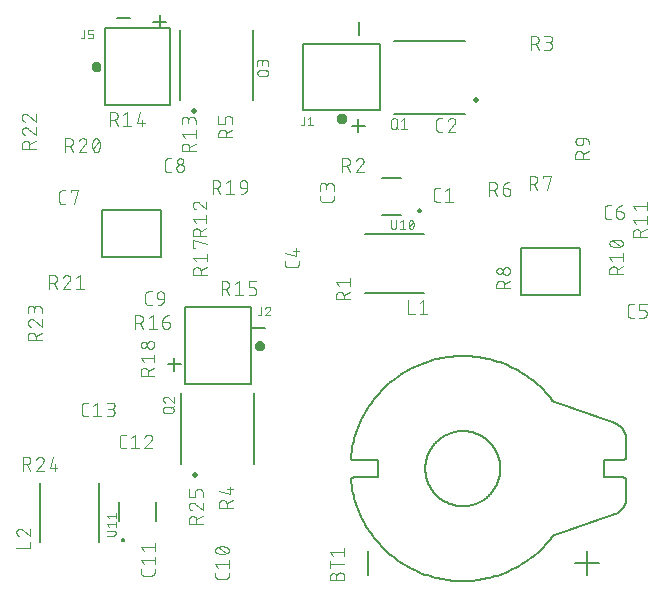
<source format=gbr>
G04 EAGLE Gerber RS-274X export*
G75*
%MOMM*%
%FSLAX34Y34*%
%LPD*%
%INSilkscreen Top*%
%IPPOS*%
%AMOC8*
5,1,8,0,0,1.08239X$1,22.5*%
G01*
%ADD10C,0.152400*%
%ADD11C,0.127000*%
%ADD12C,0.101600*%
%ADD13C,0.200000*%
%ADD14C,0.076200*%
%ADD15C,0.150000*%
%ADD16C,0.500000*%
%ADD17C,0.400000*%


D10*
X375462Y512866D02*
X386300Y512866D01*
X380881Y507448D02*
X380881Y518285D01*
X355910Y515777D02*
X345072Y515777D01*
X543806Y424726D02*
X554644Y424726D01*
X549225Y419307D02*
X549225Y430145D01*
X549429Y501663D02*
X549429Y512500D01*
X469923Y253798D02*
X459086Y253798D01*
X398771Y222813D02*
X387933Y222813D01*
X393352Y217394D02*
X393352Y228232D01*
D11*
X637517Y39136D02*
X639830Y39163D01*
X642142Y39247D01*
X644451Y39386D01*
X646756Y39582D01*
X649055Y39833D01*
X651348Y40140D01*
X653633Y40503D01*
X655908Y40922D01*
X658172Y41395D01*
X660424Y41923D01*
X662663Y42506D01*
X664886Y43143D01*
X667094Y43834D01*
X669284Y44579D01*
X671456Y45376D01*
X673607Y46226D01*
X675737Y47128D01*
X677845Y48081D01*
X679929Y49086D01*
X681987Y50140D01*
X684020Y51245D01*
X686025Y52398D01*
X688002Y53600D01*
X689948Y54850D01*
X691864Y56146D01*
X693748Y57489D01*
X695598Y58877D01*
X697415Y60309D01*
X699196Y61785D01*
X700940Y63304D01*
X702647Y64865D01*
X704316Y66467D01*
X705945Y68109D01*
X707534Y69791D01*
X709082Y71510D01*
X710587Y73266D01*
X712049Y75059D01*
X713467Y76886D01*
X713468Y76886D02*
X766027Y95718D01*
X766026Y95718D02*
X766371Y95846D01*
X766713Y95983D01*
X767051Y96128D01*
X767385Y96282D01*
X767716Y96443D01*
X768043Y96613D01*
X768365Y96790D01*
X768683Y96976D01*
X768996Y97169D01*
X769305Y97370D01*
X769608Y97578D01*
X769906Y97794D01*
X770199Y98017D01*
X770486Y98247D01*
X770768Y98484D01*
X771043Y98727D01*
X771313Y98978D01*
X771576Y99235D01*
X771833Y99499D01*
X772084Y99768D01*
X772327Y100044D01*
X772564Y100326D01*
X772794Y100613D01*
X773017Y100906D01*
X773232Y101204D01*
X773441Y101508D01*
X773641Y101816D01*
X773834Y102130D01*
X774019Y102448D01*
X774197Y102770D01*
X774366Y103097D01*
X774528Y103427D01*
X774681Y103762D01*
X774826Y104100D01*
X774962Y104442D01*
X775091Y104787D01*
X775210Y105135D01*
X775321Y105486D01*
X775424Y105839D01*
X775518Y106195D01*
X775603Y106553D01*
X775679Y106913D01*
X775746Y107275D01*
X775805Y107638D01*
X775854Y108003D01*
X775895Y108369D01*
X775926Y108736D01*
X775949Y109103D01*
X775962Y109471D01*
X775967Y109839D01*
X775968Y109838D02*
X775968Y124386D01*
X775966Y124484D01*
X775960Y124582D01*
X775951Y124680D01*
X775937Y124777D01*
X775920Y124874D01*
X775899Y124970D01*
X775874Y125065D01*
X775846Y125159D01*
X775813Y125251D01*
X775778Y125343D01*
X775738Y125433D01*
X775696Y125521D01*
X775649Y125608D01*
X775600Y125692D01*
X775547Y125775D01*
X775491Y125855D01*
X775431Y125934D01*
X775369Y126010D01*
X775304Y126083D01*
X775236Y126154D01*
X775165Y126222D01*
X775092Y126287D01*
X775016Y126349D01*
X774937Y126409D01*
X774857Y126465D01*
X774774Y126518D01*
X774690Y126567D01*
X774603Y126614D01*
X774515Y126656D01*
X774425Y126696D01*
X774333Y126731D01*
X774241Y126764D01*
X774147Y126792D01*
X774052Y126817D01*
X773956Y126838D01*
X773859Y126855D01*
X773762Y126869D01*
X773664Y126878D01*
X773566Y126884D01*
X773468Y126886D01*
X757518Y126886D01*
X757518Y141886D01*
X713467Y191886D02*
X712049Y193713D01*
X710587Y195506D01*
X709082Y197262D01*
X707534Y198981D01*
X705945Y200663D01*
X704316Y202305D01*
X702647Y203907D01*
X700940Y205468D01*
X699196Y206987D01*
X697415Y208463D01*
X695598Y209895D01*
X693748Y211283D01*
X691864Y212626D01*
X689948Y213922D01*
X688002Y215172D01*
X686025Y216374D01*
X684020Y217527D01*
X681987Y218632D01*
X679929Y219686D01*
X677845Y220691D01*
X675737Y221644D01*
X673607Y222546D01*
X671456Y223396D01*
X669284Y224193D01*
X667094Y224938D01*
X664886Y225629D01*
X662663Y226266D01*
X660424Y226849D01*
X658172Y227377D01*
X655908Y227850D01*
X653633Y228269D01*
X651348Y228632D01*
X649055Y228939D01*
X646756Y229190D01*
X644451Y229386D01*
X642142Y229525D01*
X639830Y229609D01*
X637517Y229636D01*
X713468Y191886D02*
X766027Y173055D01*
X766026Y173054D02*
X766371Y172926D01*
X766713Y172789D01*
X767051Y172644D01*
X767385Y172490D01*
X767716Y172329D01*
X768043Y172159D01*
X768365Y171982D01*
X768683Y171796D01*
X768996Y171603D01*
X769305Y171402D01*
X769608Y171194D01*
X769906Y170978D01*
X770199Y170755D01*
X770486Y170525D01*
X770768Y170288D01*
X771043Y170045D01*
X771313Y169794D01*
X771576Y169537D01*
X771833Y169273D01*
X772084Y169004D01*
X772327Y168728D01*
X772564Y168446D01*
X772794Y168159D01*
X773017Y167866D01*
X773232Y167568D01*
X773441Y167264D01*
X773641Y166956D01*
X773834Y166642D01*
X774019Y166324D01*
X774197Y166002D01*
X774366Y165675D01*
X774528Y165345D01*
X774681Y165010D01*
X774826Y164672D01*
X774962Y164330D01*
X775091Y163985D01*
X775210Y163637D01*
X775321Y163286D01*
X775424Y162933D01*
X775518Y162577D01*
X775603Y162219D01*
X775679Y161859D01*
X775746Y161497D01*
X775805Y161134D01*
X775854Y160769D01*
X775895Y160403D01*
X775926Y160036D01*
X775949Y159669D01*
X775962Y159301D01*
X775967Y158933D01*
X775968Y158934D02*
X775968Y144386D01*
X775966Y144288D01*
X775960Y144190D01*
X775951Y144092D01*
X775937Y143995D01*
X775920Y143898D01*
X775899Y143802D01*
X775874Y143707D01*
X775846Y143613D01*
X775813Y143521D01*
X775778Y143429D01*
X775738Y143339D01*
X775696Y143251D01*
X775649Y143164D01*
X775600Y143080D01*
X775547Y142997D01*
X775491Y142917D01*
X775431Y142838D01*
X775369Y142762D01*
X775304Y142689D01*
X775236Y142618D01*
X775165Y142550D01*
X775092Y142485D01*
X775016Y142423D01*
X774937Y142363D01*
X774857Y142307D01*
X774774Y142254D01*
X774690Y142205D01*
X774603Y142158D01*
X774515Y142116D01*
X774425Y142076D01*
X774333Y142041D01*
X774241Y142008D01*
X774147Y141980D01*
X774052Y141955D01*
X773956Y141934D01*
X773859Y141917D01*
X773762Y141903D01*
X773664Y141894D01*
X773566Y141888D01*
X773468Y141886D01*
X757518Y141886D01*
X566168Y126886D02*
X545018Y126886D01*
X544926Y126887D01*
X544833Y126884D01*
X544741Y126878D01*
X544649Y126867D01*
X544558Y126853D01*
X544468Y126834D01*
X544378Y126812D01*
X544289Y126786D01*
X544202Y126757D01*
X544116Y126724D01*
X544031Y126687D01*
X543948Y126646D01*
X543867Y126602D01*
X543787Y126555D01*
X543710Y126504D01*
X543635Y126450D01*
X543563Y126393D01*
X543492Y126333D01*
X543425Y126270D01*
X543360Y126204D01*
X543298Y126136D01*
X543239Y126064D01*
X543183Y125991D01*
X543130Y125915D01*
X543081Y125837D01*
X543035Y125757D01*
X542992Y125675D01*
X542953Y125591D01*
X542917Y125506D01*
X542886Y125420D01*
X542857Y125332D01*
X542833Y125242D01*
X542812Y125152D01*
X542795Y125062D01*
X542782Y124970D01*
X542773Y124878D01*
X542768Y124786D01*
X542767Y124786D02*
X543030Y122468D01*
X543350Y120157D01*
X543727Y117854D01*
X544159Y115562D01*
X544648Y113280D01*
X545193Y111011D01*
X545793Y108757D01*
X546447Y106517D01*
X547157Y104295D01*
X547921Y102090D01*
X548739Y99905D01*
X549610Y97740D01*
X550533Y95598D01*
X551509Y93479D01*
X552537Y91384D01*
X553615Y89315D01*
X554744Y87273D01*
X555923Y85259D01*
X557150Y83275D01*
X558426Y81322D01*
X559749Y79400D01*
X561119Y77512D01*
X562535Y75657D01*
X563996Y73838D01*
X565501Y72055D01*
X567049Y70309D01*
X568639Y68602D01*
X570271Y66935D01*
X571943Y65307D01*
X573655Y63722D01*
X575405Y62179D01*
X577192Y60679D01*
X579015Y59223D01*
X580874Y57812D01*
X582766Y56448D01*
X584691Y55130D01*
X586648Y53859D01*
X588636Y52637D01*
X590653Y51465D01*
X592698Y50341D01*
X594770Y49269D01*
X596867Y48247D01*
X598989Y47277D01*
X601135Y46359D01*
X603302Y45494D01*
X605489Y44683D01*
X607696Y43925D01*
X609920Y43222D01*
X612162Y42573D01*
X614418Y41980D01*
X616688Y41441D01*
X618971Y40959D01*
X621265Y40533D01*
X623569Y40163D01*
X625881Y39849D01*
X628200Y39593D01*
X630524Y39393D01*
X632853Y39250D01*
X635185Y39165D01*
X637518Y39136D01*
X566168Y141886D02*
X545018Y141886D01*
X545017Y141886D02*
X544925Y141884D01*
X544832Y141886D01*
X544740Y141892D01*
X544647Y141901D01*
X544556Y141915D01*
X544465Y141933D01*
X544375Y141954D01*
X544286Y141980D01*
X544198Y142009D01*
X544111Y142042D01*
X544026Y142078D01*
X543943Y142119D01*
X543861Y142162D01*
X543781Y142210D01*
X543704Y142260D01*
X543628Y142314D01*
X543556Y142372D01*
X543485Y142432D01*
X543417Y142495D01*
X543352Y142561D01*
X543290Y142630D01*
X543231Y142701D01*
X543176Y142775D01*
X543123Y142851D01*
X543074Y142930D01*
X543028Y143010D01*
X542985Y143093D01*
X542946Y143177D01*
X542911Y143262D01*
X542880Y143350D01*
X542852Y143438D01*
X542828Y143528D01*
X542808Y143618D01*
X542792Y143709D01*
X542780Y143801D01*
X542772Y143893D01*
X542768Y143986D01*
X542767Y143986D02*
X543030Y146304D01*
X543350Y148615D01*
X543727Y150918D01*
X544159Y153210D01*
X544648Y155492D01*
X545193Y157761D01*
X545793Y160015D01*
X546447Y162255D01*
X547157Y164477D01*
X547921Y166682D01*
X548739Y168867D01*
X549610Y171032D01*
X550533Y173174D01*
X551509Y175293D01*
X552537Y177388D01*
X553615Y179457D01*
X554744Y181499D01*
X555923Y183513D01*
X557150Y185497D01*
X558426Y187450D01*
X559749Y189372D01*
X561119Y191260D01*
X562535Y193115D01*
X563996Y194934D01*
X565501Y196717D01*
X567049Y198463D01*
X568639Y200170D01*
X570271Y201837D01*
X571943Y203465D01*
X573655Y205050D01*
X575405Y206593D01*
X577192Y208093D01*
X579015Y209549D01*
X580874Y210960D01*
X582766Y212324D01*
X584691Y213642D01*
X586648Y214913D01*
X588636Y216135D01*
X590653Y217307D01*
X592698Y218431D01*
X594770Y219503D01*
X596867Y220525D01*
X598989Y221495D01*
X601135Y222413D01*
X603302Y223278D01*
X605489Y224089D01*
X607696Y224847D01*
X609920Y225550D01*
X612162Y226199D01*
X614418Y226792D01*
X616688Y227331D01*
X618971Y227813D01*
X621265Y228239D01*
X623569Y228609D01*
X625881Y228923D01*
X628200Y229179D01*
X630524Y229379D01*
X632853Y229522D01*
X635185Y229607D01*
X637518Y229636D01*
X566168Y141886D02*
X566168Y126886D01*
X557518Y64386D02*
X557518Y44386D01*
X732518Y54386D02*
X752518Y54386D01*
X742518Y44386D02*
X742518Y64386D01*
X605768Y134386D02*
X605778Y135165D01*
X605806Y135944D01*
X605854Y136722D01*
X605921Y137498D01*
X606007Y138273D01*
X606112Y139045D01*
X606235Y139814D01*
X606378Y140580D01*
X606539Y141342D01*
X606720Y142101D01*
X606918Y142854D01*
X607135Y143603D01*
X607370Y144345D01*
X607624Y145082D01*
X607895Y145813D01*
X608185Y146536D01*
X608492Y147252D01*
X608816Y147961D01*
X609158Y148661D01*
X609517Y149353D01*
X609893Y150036D01*
X610285Y150709D01*
X610694Y151372D01*
X611119Y152025D01*
X611560Y152668D01*
X612016Y153299D01*
X612488Y153920D01*
X612975Y154528D01*
X613477Y155124D01*
X613993Y155708D01*
X614523Y156279D01*
X615067Y156837D01*
X615625Y157381D01*
X616196Y157911D01*
X616780Y158427D01*
X617376Y158929D01*
X617984Y159416D01*
X618605Y159888D01*
X619236Y160344D01*
X619879Y160785D01*
X620532Y161210D01*
X621195Y161619D01*
X621868Y162011D01*
X622551Y162387D01*
X623243Y162746D01*
X623943Y163088D01*
X624652Y163412D01*
X625368Y163719D01*
X626091Y164009D01*
X626822Y164280D01*
X627559Y164534D01*
X628301Y164769D01*
X629050Y164986D01*
X629803Y165184D01*
X630562Y165365D01*
X631324Y165526D01*
X632090Y165669D01*
X632859Y165792D01*
X633631Y165897D01*
X634406Y165983D01*
X635182Y166050D01*
X635960Y166098D01*
X636739Y166126D01*
X637518Y166136D01*
X638297Y166126D01*
X639076Y166098D01*
X639854Y166050D01*
X640630Y165983D01*
X641405Y165897D01*
X642177Y165792D01*
X642946Y165669D01*
X643712Y165526D01*
X644474Y165365D01*
X645233Y165184D01*
X645986Y164986D01*
X646735Y164769D01*
X647477Y164534D01*
X648214Y164280D01*
X648945Y164009D01*
X649668Y163719D01*
X650384Y163412D01*
X651093Y163088D01*
X651793Y162746D01*
X652485Y162387D01*
X653168Y162011D01*
X653841Y161619D01*
X654504Y161210D01*
X655157Y160785D01*
X655800Y160344D01*
X656431Y159888D01*
X657052Y159416D01*
X657660Y158929D01*
X658256Y158427D01*
X658840Y157911D01*
X659411Y157381D01*
X659969Y156837D01*
X660513Y156279D01*
X661043Y155708D01*
X661559Y155124D01*
X662061Y154528D01*
X662548Y153920D01*
X663020Y153299D01*
X663476Y152668D01*
X663917Y152025D01*
X664342Y151372D01*
X664751Y150709D01*
X665143Y150036D01*
X665519Y149353D01*
X665878Y148661D01*
X666220Y147961D01*
X666544Y147252D01*
X666851Y146536D01*
X667141Y145813D01*
X667412Y145082D01*
X667666Y144345D01*
X667901Y143603D01*
X668118Y142854D01*
X668316Y142101D01*
X668497Y141342D01*
X668658Y140580D01*
X668801Y139814D01*
X668924Y139045D01*
X669029Y138273D01*
X669115Y137498D01*
X669182Y136722D01*
X669230Y135944D01*
X669258Y135165D01*
X669268Y134386D01*
X669258Y133607D01*
X669230Y132828D01*
X669182Y132050D01*
X669115Y131274D01*
X669029Y130499D01*
X668924Y129727D01*
X668801Y128958D01*
X668658Y128192D01*
X668497Y127430D01*
X668316Y126671D01*
X668118Y125918D01*
X667901Y125169D01*
X667666Y124427D01*
X667412Y123690D01*
X667141Y122959D01*
X666851Y122236D01*
X666544Y121520D01*
X666220Y120811D01*
X665878Y120111D01*
X665519Y119419D01*
X665143Y118736D01*
X664751Y118063D01*
X664342Y117400D01*
X663917Y116747D01*
X663476Y116104D01*
X663020Y115473D01*
X662548Y114852D01*
X662061Y114244D01*
X661559Y113648D01*
X661043Y113064D01*
X660513Y112493D01*
X659969Y111935D01*
X659411Y111391D01*
X658840Y110861D01*
X658256Y110345D01*
X657660Y109843D01*
X657052Y109356D01*
X656431Y108884D01*
X655800Y108428D01*
X655157Y107987D01*
X654504Y107562D01*
X653841Y107153D01*
X653168Y106761D01*
X652485Y106385D01*
X651793Y106026D01*
X651093Y105684D01*
X650384Y105360D01*
X649668Y105053D01*
X648945Y104763D01*
X648214Y104492D01*
X647477Y104238D01*
X646735Y104003D01*
X645986Y103786D01*
X645233Y103588D01*
X644474Y103407D01*
X643712Y103246D01*
X642946Y103103D01*
X642177Y102980D01*
X641405Y102875D01*
X640630Y102789D01*
X639854Y102722D01*
X639076Y102674D01*
X638297Y102646D01*
X637518Y102636D01*
X636739Y102646D01*
X635960Y102674D01*
X635182Y102722D01*
X634406Y102789D01*
X633631Y102875D01*
X632859Y102980D01*
X632090Y103103D01*
X631324Y103246D01*
X630562Y103407D01*
X629803Y103588D01*
X629050Y103786D01*
X628301Y104003D01*
X627559Y104238D01*
X626822Y104492D01*
X626091Y104763D01*
X625368Y105053D01*
X624652Y105360D01*
X623943Y105684D01*
X623243Y106026D01*
X622551Y106385D01*
X621868Y106761D01*
X621195Y107153D01*
X620532Y107562D01*
X619879Y107987D01*
X619236Y108428D01*
X618605Y108884D01*
X617984Y109356D01*
X617376Y109843D01*
X616780Y110345D01*
X616196Y110861D01*
X615625Y111391D01*
X615067Y111935D01*
X614523Y112493D01*
X613993Y113064D01*
X613477Y113648D01*
X612975Y114244D01*
X612488Y114852D01*
X612016Y115473D01*
X611560Y116104D01*
X611119Y116747D01*
X610694Y117400D01*
X610285Y118063D01*
X609893Y118736D01*
X609517Y119419D01*
X609158Y120111D01*
X608816Y120811D01*
X608492Y121520D01*
X608185Y122236D01*
X607895Y122959D01*
X607624Y123690D01*
X607370Y124427D01*
X607135Y125169D01*
X606918Y125918D01*
X606720Y126671D01*
X606539Y127430D01*
X606378Y128192D01*
X606235Y128958D01*
X606112Y129727D01*
X606007Y130499D01*
X605921Y131274D01*
X605854Y132050D01*
X605806Y132828D01*
X605778Y133607D01*
X605768Y134386D01*
D12*
X530519Y43140D02*
X530519Y39894D01*
X530518Y43140D02*
X530520Y43253D01*
X530526Y43366D01*
X530536Y43479D01*
X530550Y43592D01*
X530567Y43704D01*
X530589Y43815D01*
X530614Y43925D01*
X530644Y44035D01*
X530677Y44143D01*
X530714Y44250D01*
X530754Y44356D01*
X530799Y44460D01*
X530847Y44563D01*
X530898Y44664D01*
X530953Y44763D01*
X531011Y44860D01*
X531073Y44955D01*
X531138Y45048D01*
X531206Y45138D01*
X531277Y45226D01*
X531352Y45312D01*
X531429Y45395D01*
X531509Y45475D01*
X531592Y45552D01*
X531678Y45627D01*
X531766Y45698D01*
X531856Y45766D01*
X531949Y45831D01*
X532044Y45893D01*
X532141Y45951D01*
X532240Y46006D01*
X532341Y46057D01*
X532444Y46105D01*
X532548Y46150D01*
X532654Y46190D01*
X532761Y46227D01*
X532869Y46260D01*
X532979Y46290D01*
X533089Y46315D01*
X533200Y46337D01*
X533312Y46354D01*
X533425Y46368D01*
X533538Y46378D01*
X533651Y46384D01*
X533764Y46386D01*
X533877Y46384D01*
X533990Y46378D01*
X534103Y46368D01*
X534216Y46354D01*
X534328Y46337D01*
X534439Y46315D01*
X534549Y46290D01*
X534659Y46260D01*
X534767Y46227D01*
X534874Y46190D01*
X534980Y46150D01*
X535084Y46105D01*
X535187Y46057D01*
X535288Y46006D01*
X535387Y45951D01*
X535484Y45893D01*
X535579Y45831D01*
X535672Y45766D01*
X535762Y45698D01*
X535850Y45627D01*
X535936Y45552D01*
X536019Y45475D01*
X536099Y45395D01*
X536176Y45312D01*
X536251Y45226D01*
X536322Y45138D01*
X536390Y45048D01*
X536455Y44955D01*
X536517Y44860D01*
X536575Y44763D01*
X536630Y44664D01*
X536681Y44563D01*
X536729Y44460D01*
X536774Y44356D01*
X536814Y44250D01*
X536851Y44143D01*
X536884Y44035D01*
X536914Y43925D01*
X536939Y43815D01*
X536961Y43704D01*
X536978Y43592D01*
X536992Y43479D01*
X537002Y43366D01*
X537008Y43253D01*
X537010Y43140D01*
X537010Y39894D01*
X525326Y39894D01*
X525326Y43140D01*
X525328Y43241D01*
X525334Y43341D01*
X525344Y43441D01*
X525357Y43541D01*
X525375Y43640D01*
X525396Y43739D01*
X525421Y43836D01*
X525450Y43933D01*
X525483Y44028D01*
X525519Y44122D01*
X525559Y44214D01*
X525602Y44305D01*
X525649Y44394D01*
X525699Y44481D01*
X525753Y44567D01*
X525810Y44650D01*
X525870Y44730D01*
X525933Y44809D01*
X526000Y44885D01*
X526069Y44958D01*
X526141Y45028D01*
X526215Y45096D01*
X526292Y45161D01*
X526372Y45222D01*
X526454Y45281D01*
X526538Y45336D01*
X526624Y45388D01*
X526712Y45437D01*
X526802Y45482D01*
X526894Y45524D01*
X526987Y45562D01*
X527082Y45596D01*
X527177Y45627D01*
X527274Y45654D01*
X527372Y45677D01*
X527471Y45697D01*
X527571Y45712D01*
X527671Y45724D01*
X527771Y45732D01*
X527872Y45736D01*
X527972Y45736D01*
X528073Y45732D01*
X528173Y45724D01*
X528273Y45712D01*
X528373Y45697D01*
X528472Y45677D01*
X528570Y45654D01*
X528667Y45627D01*
X528762Y45596D01*
X528857Y45562D01*
X528950Y45524D01*
X529042Y45482D01*
X529132Y45437D01*
X529220Y45388D01*
X529306Y45336D01*
X529390Y45281D01*
X529472Y45222D01*
X529552Y45161D01*
X529629Y45096D01*
X529703Y45028D01*
X529775Y44958D01*
X529844Y44885D01*
X529911Y44809D01*
X529974Y44730D01*
X530034Y44650D01*
X530091Y44567D01*
X530145Y44481D01*
X530195Y44394D01*
X530242Y44305D01*
X530285Y44214D01*
X530325Y44122D01*
X530361Y44028D01*
X530394Y43933D01*
X530423Y43836D01*
X530448Y43739D01*
X530469Y43640D01*
X530487Y43541D01*
X530500Y43441D01*
X530510Y43341D01*
X530516Y43241D01*
X530518Y43140D01*
X525326Y53257D02*
X537010Y53257D01*
X525326Y50012D02*
X525326Y56503D01*
X527922Y60680D02*
X525326Y63925D01*
X537010Y63925D01*
X537010Y60680D02*
X537010Y67171D01*
X615387Y360387D02*
X617984Y360387D01*
X615387Y360388D02*
X615288Y360390D01*
X615188Y360396D01*
X615089Y360405D01*
X614991Y360418D01*
X614893Y360435D01*
X614795Y360456D01*
X614699Y360481D01*
X614604Y360509D01*
X614510Y360541D01*
X614417Y360576D01*
X614325Y360615D01*
X614235Y360658D01*
X614147Y360703D01*
X614060Y360753D01*
X613976Y360805D01*
X613893Y360861D01*
X613813Y360919D01*
X613735Y360981D01*
X613660Y361046D01*
X613587Y361114D01*
X613517Y361184D01*
X613449Y361257D01*
X613384Y361332D01*
X613322Y361410D01*
X613264Y361490D01*
X613208Y361573D01*
X613156Y361657D01*
X613106Y361744D01*
X613061Y361832D01*
X613018Y361922D01*
X612979Y362014D01*
X612944Y362107D01*
X612912Y362201D01*
X612884Y362296D01*
X612859Y362392D01*
X612838Y362490D01*
X612821Y362588D01*
X612808Y362686D01*
X612799Y362785D01*
X612793Y362885D01*
X612791Y362984D01*
X612791Y369475D01*
X612793Y369574D01*
X612799Y369674D01*
X612808Y369773D01*
X612821Y369871D01*
X612838Y369969D01*
X612859Y370067D01*
X612884Y370163D01*
X612912Y370258D01*
X612944Y370352D01*
X612979Y370445D01*
X613018Y370537D01*
X613061Y370627D01*
X613106Y370715D01*
X613156Y370802D01*
X613208Y370886D01*
X613264Y370969D01*
X613322Y371049D01*
X613384Y371127D01*
X613449Y371202D01*
X613517Y371275D01*
X613587Y371345D01*
X613660Y371413D01*
X613735Y371478D01*
X613813Y371540D01*
X613893Y371598D01*
X613976Y371654D01*
X614060Y371706D01*
X614147Y371756D01*
X614235Y371801D01*
X614325Y371844D01*
X614417Y371883D01*
X614509Y371918D01*
X614604Y371950D01*
X614699Y371978D01*
X614795Y372003D01*
X614893Y372024D01*
X614991Y372041D01*
X615089Y372054D01*
X615188Y372063D01*
X615288Y372069D01*
X615387Y372071D01*
X617984Y372071D01*
X622349Y369475D02*
X625595Y372071D01*
X625595Y360387D01*
X628840Y360387D02*
X622349Y360387D01*
X620256Y419462D02*
X617659Y419462D01*
X617659Y419463D02*
X617560Y419465D01*
X617460Y419471D01*
X617361Y419480D01*
X617263Y419493D01*
X617165Y419510D01*
X617067Y419531D01*
X616971Y419556D01*
X616876Y419584D01*
X616782Y419616D01*
X616689Y419651D01*
X616597Y419690D01*
X616507Y419733D01*
X616419Y419778D01*
X616332Y419828D01*
X616248Y419880D01*
X616165Y419936D01*
X616085Y419994D01*
X616007Y420056D01*
X615932Y420121D01*
X615859Y420189D01*
X615789Y420259D01*
X615721Y420332D01*
X615656Y420407D01*
X615594Y420485D01*
X615536Y420565D01*
X615480Y420648D01*
X615428Y420732D01*
X615378Y420819D01*
X615333Y420907D01*
X615290Y420997D01*
X615251Y421089D01*
X615216Y421182D01*
X615184Y421276D01*
X615156Y421371D01*
X615131Y421467D01*
X615110Y421565D01*
X615093Y421663D01*
X615080Y421761D01*
X615071Y421860D01*
X615065Y421960D01*
X615063Y422059D01*
X615063Y428550D01*
X615065Y428649D01*
X615071Y428749D01*
X615080Y428848D01*
X615093Y428946D01*
X615110Y429044D01*
X615131Y429142D01*
X615156Y429238D01*
X615184Y429333D01*
X615216Y429427D01*
X615251Y429520D01*
X615290Y429612D01*
X615333Y429702D01*
X615378Y429790D01*
X615428Y429877D01*
X615480Y429961D01*
X615536Y430044D01*
X615594Y430124D01*
X615656Y430202D01*
X615721Y430277D01*
X615789Y430350D01*
X615859Y430420D01*
X615932Y430488D01*
X616007Y430553D01*
X616085Y430615D01*
X616165Y430673D01*
X616248Y430729D01*
X616332Y430781D01*
X616419Y430831D01*
X616507Y430876D01*
X616597Y430919D01*
X616689Y430958D01*
X616781Y430993D01*
X616876Y431025D01*
X616971Y431053D01*
X617067Y431078D01*
X617165Y431099D01*
X617263Y431116D01*
X617361Y431129D01*
X617460Y431138D01*
X617560Y431144D01*
X617659Y431146D01*
X620256Y431146D01*
X628191Y431146D02*
X628298Y431144D01*
X628404Y431138D01*
X628510Y431128D01*
X628616Y431115D01*
X628722Y431097D01*
X628826Y431076D01*
X628930Y431051D01*
X629033Y431022D01*
X629134Y430990D01*
X629234Y430953D01*
X629333Y430913D01*
X629431Y430870D01*
X629527Y430823D01*
X629621Y430772D01*
X629713Y430718D01*
X629803Y430661D01*
X629891Y430601D01*
X629976Y430537D01*
X630059Y430470D01*
X630140Y430400D01*
X630218Y430328D01*
X630294Y430252D01*
X630366Y430174D01*
X630436Y430093D01*
X630503Y430010D01*
X630567Y429925D01*
X630627Y429837D01*
X630684Y429747D01*
X630738Y429655D01*
X630789Y429561D01*
X630836Y429465D01*
X630879Y429367D01*
X630919Y429268D01*
X630956Y429168D01*
X630988Y429067D01*
X631017Y428964D01*
X631042Y428860D01*
X631063Y428756D01*
X631081Y428650D01*
X631094Y428544D01*
X631104Y428438D01*
X631110Y428332D01*
X631112Y428225D01*
X628191Y431147D02*
X628070Y431145D01*
X627949Y431139D01*
X627829Y431129D01*
X627708Y431116D01*
X627589Y431098D01*
X627469Y431077D01*
X627351Y431052D01*
X627234Y431023D01*
X627117Y430990D01*
X627002Y430954D01*
X626888Y430913D01*
X626775Y430870D01*
X626663Y430822D01*
X626554Y430771D01*
X626446Y430716D01*
X626339Y430658D01*
X626235Y430597D01*
X626133Y430532D01*
X626033Y430464D01*
X625935Y430393D01*
X625839Y430319D01*
X625746Y430242D01*
X625656Y430161D01*
X625568Y430078D01*
X625483Y429992D01*
X625400Y429903D01*
X625321Y429812D01*
X625244Y429718D01*
X625171Y429622D01*
X625101Y429524D01*
X625034Y429423D01*
X624970Y429320D01*
X624910Y429215D01*
X624853Y429108D01*
X624799Y429000D01*
X624749Y428890D01*
X624703Y428778D01*
X624660Y428665D01*
X624621Y428550D01*
X630139Y425953D02*
X630218Y426030D01*
X630294Y426111D01*
X630367Y426194D01*
X630437Y426279D01*
X630504Y426367D01*
X630568Y426457D01*
X630628Y426549D01*
X630685Y426644D01*
X630739Y426740D01*
X630790Y426838D01*
X630837Y426938D01*
X630881Y427040D01*
X630921Y427143D01*
X630957Y427247D01*
X630989Y427353D01*
X631018Y427459D01*
X631043Y427567D01*
X631065Y427675D01*
X631082Y427785D01*
X631096Y427894D01*
X631105Y428004D01*
X631111Y428115D01*
X631113Y428225D01*
X630139Y425953D02*
X624621Y419462D01*
X631112Y419462D01*
X528378Y365312D02*
X528378Y362716D01*
X528376Y362617D01*
X528370Y362517D01*
X528361Y362418D01*
X528348Y362320D01*
X528331Y362222D01*
X528310Y362124D01*
X528285Y362028D01*
X528257Y361933D01*
X528225Y361839D01*
X528190Y361746D01*
X528151Y361654D01*
X528108Y361564D01*
X528063Y361476D01*
X528013Y361389D01*
X527961Y361305D01*
X527905Y361222D01*
X527847Y361142D01*
X527785Y361064D01*
X527720Y360989D01*
X527652Y360916D01*
X527582Y360846D01*
X527509Y360778D01*
X527434Y360713D01*
X527356Y360651D01*
X527276Y360593D01*
X527193Y360537D01*
X527109Y360485D01*
X527022Y360435D01*
X526934Y360390D01*
X526844Y360347D01*
X526752Y360308D01*
X526659Y360273D01*
X526565Y360241D01*
X526470Y360213D01*
X526374Y360188D01*
X526276Y360167D01*
X526178Y360150D01*
X526080Y360137D01*
X525981Y360128D01*
X525881Y360122D01*
X525782Y360120D01*
X525782Y360119D02*
X519291Y360119D01*
X519192Y360121D01*
X519092Y360127D01*
X518993Y360136D01*
X518895Y360149D01*
X518797Y360167D01*
X518699Y360187D01*
X518603Y360212D01*
X518507Y360240D01*
X518413Y360272D01*
X518320Y360307D01*
X518229Y360346D01*
X518139Y360389D01*
X518050Y360434D01*
X517964Y360484D01*
X517879Y360536D01*
X517797Y360592D01*
X517717Y360651D01*
X517639Y360712D01*
X517563Y360777D01*
X517490Y360845D01*
X517420Y360915D01*
X517352Y360988D01*
X517287Y361064D01*
X517226Y361142D01*
X517167Y361222D01*
X517111Y361304D01*
X517059Y361389D01*
X517010Y361475D01*
X516964Y361564D01*
X516921Y361654D01*
X516882Y361745D01*
X516847Y361838D01*
X516815Y361932D01*
X516787Y362028D01*
X516762Y362124D01*
X516742Y362222D01*
X516724Y362320D01*
X516711Y362418D01*
X516702Y362517D01*
X516696Y362616D01*
X516694Y362716D01*
X516694Y365312D01*
X528378Y369677D02*
X528378Y372923D01*
X528379Y372923D02*
X528377Y373036D01*
X528371Y373149D01*
X528361Y373262D01*
X528347Y373375D01*
X528330Y373487D01*
X528308Y373598D01*
X528283Y373708D01*
X528253Y373818D01*
X528220Y373926D01*
X528183Y374033D01*
X528143Y374139D01*
X528098Y374243D01*
X528050Y374346D01*
X527999Y374447D01*
X527944Y374546D01*
X527886Y374643D01*
X527824Y374738D01*
X527759Y374831D01*
X527691Y374921D01*
X527620Y375009D01*
X527545Y375095D01*
X527468Y375178D01*
X527388Y375258D01*
X527305Y375335D01*
X527219Y375410D01*
X527131Y375481D01*
X527041Y375549D01*
X526948Y375614D01*
X526853Y375676D01*
X526756Y375734D01*
X526657Y375789D01*
X526556Y375840D01*
X526453Y375888D01*
X526349Y375933D01*
X526243Y375973D01*
X526136Y376010D01*
X526028Y376043D01*
X525918Y376073D01*
X525808Y376098D01*
X525697Y376120D01*
X525585Y376137D01*
X525472Y376151D01*
X525359Y376161D01*
X525246Y376167D01*
X525133Y376169D01*
X525020Y376167D01*
X524907Y376161D01*
X524794Y376151D01*
X524681Y376137D01*
X524569Y376120D01*
X524458Y376098D01*
X524348Y376073D01*
X524238Y376043D01*
X524130Y376010D01*
X524023Y375973D01*
X523917Y375933D01*
X523813Y375888D01*
X523710Y375840D01*
X523609Y375789D01*
X523510Y375734D01*
X523413Y375676D01*
X523318Y375614D01*
X523225Y375549D01*
X523135Y375481D01*
X523047Y375410D01*
X522961Y375335D01*
X522878Y375258D01*
X522798Y375178D01*
X522721Y375095D01*
X522646Y375009D01*
X522575Y374921D01*
X522507Y374831D01*
X522442Y374738D01*
X522380Y374643D01*
X522322Y374546D01*
X522267Y374447D01*
X522216Y374346D01*
X522168Y374243D01*
X522123Y374139D01*
X522083Y374033D01*
X522046Y373926D01*
X522013Y373818D01*
X521983Y373708D01*
X521958Y373598D01*
X521936Y373487D01*
X521919Y373375D01*
X521905Y373262D01*
X521895Y373149D01*
X521889Y373036D01*
X521887Y372923D01*
X516694Y373572D02*
X516694Y369677D01*
X516695Y373572D02*
X516697Y373673D01*
X516703Y373773D01*
X516713Y373873D01*
X516726Y373973D01*
X516744Y374072D01*
X516765Y374171D01*
X516790Y374268D01*
X516819Y374365D01*
X516852Y374460D01*
X516888Y374554D01*
X516928Y374646D01*
X516971Y374737D01*
X517018Y374826D01*
X517068Y374913D01*
X517122Y374999D01*
X517179Y375082D01*
X517239Y375162D01*
X517302Y375241D01*
X517369Y375317D01*
X517438Y375390D01*
X517510Y375460D01*
X517584Y375528D01*
X517661Y375593D01*
X517741Y375654D01*
X517823Y375713D01*
X517907Y375768D01*
X517993Y375820D01*
X518081Y375869D01*
X518171Y375914D01*
X518263Y375956D01*
X518356Y375994D01*
X518451Y376028D01*
X518546Y376059D01*
X518643Y376086D01*
X518741Y376109D01*
X518840Y376129D01*
X518940Y376144D01*
X519040Y376156D01*
X519140Y376164D01*
X519241Y376168D01*
X519341Y376168D01*
X519442Y376164D01*
X519542Y376156D01*
X519642Y376144D01*
X519742Y376129D01*
X519841Y376109D01*
X519939Y376086D01*
X520036Y376059D01*
X520131Y376028D01*
X520226Y375994D01*
X520319Y375956D01*
X520411Y375914D01*
X520501Y375869D01*
X520589Y375820D01*
X520675Y375768D01*
X520759Y375713D01*
X520841Y375654D01*
X520921Y375593D01*
X520998Y375528D01*
X521072Y375460D01*
X521144Y375390D01*
X521213Y375317D01*
X521280Y375241D01*
X521343Y375162D01*
X521403Y375082D01*
X521460Y374999D01*
X521514Y374913D01*
X521564Y374826D01*
X521611Y374737D01*
X521654Y374646D01*
X521694Y374554D01*
X521730Y374460D01*
X521763Y374365D01*
X521792Y374268D01*
X521817Y374171D01*
X521838Y374072D01*
X521856Y373973D01*
X521869Y373873D01*
X521879Y373773D01*
X521885Y373673D01*
X521887Y373572D01*
X521887Y370976D01*
X498556Y310034D02*
X498556Y307438D01*
X498555Y307438D02*
X498553Y307339D01*
X498547Y307239D01*
X498538Y307140D01*
X498525Y307042D01*
X498508Y306944D01*
X498487Y306846D01*
X498462Y306750D01*
X498434Y306655D01*
X498402Y306561D01*
X498367Y306468D01*
X498328Y306376D01*
X498285Y306286D01*
X498240Y306198D01*
X498190Y306111D01*
X498138Y306027D01*
X498082Y305944D01*
X498024Y305864D01*
X497962Y305786D01*
X497897Y305711D01*
X497829Y305638D01*
X497759Y305568D01*
X497686Y305500D01*
X497611Y305435D01*
X497533Y305373D01*
X497453Y305315D01*
X497370Y305259D01*
X497286Y305207D01*
X497199Y305157D01*
X497111Y305112D01*
X497021Y305069D01*
X496929Y305030D01*
X496836Y304995D01*
X496742Y304963D01*
X496647Y304935D01*
X496551Y304910D01*
X496453Y304889D01*
X496355Y304872D01*
X496257Y304859D01*
X496158Y304850D01*
X496058Y304844D01*
X495959Y304842D01*
X495959Y304841D02*
X489468Y304841D01*
X489369Y304843D01*
X489269Y304849D01*
X489170Y304858D01*
X489072Y304871D01*
X488974Y304889D01*
X488876Y304909D01*
X488780Y304934D01*
X488684Y304962D01*
X488590Y304994D01*
X488497Y305029D01*
X488406Y305068D01*
X488316Y305111D01*
X488227Y305156D01*
X488141Y305206D01*
X488056Y305258D01*
X487974Y305314D01*
X487894Y305373D01*
X487816Y305434D01*
X487740Y305499D01*
X487667Y305567D01*
X487597Y305637D01*
X487529Y305710D01*
X487464Y305786D01*
X487403Y305864D01*
X487344Y305944D01*
X487288Y306026D01*
X487236Y306111D01*
X487187Y306197D01*
X487141Y306286D01*
X487098Y306376D01*
X487059Y306467D01*
X487024Y306560D01*
X486992Y306654D01*
X486964Y306750D01*
X486939Y306846D01*
X486919Y306944D01*
X486901Y307042D01*
X486888Y307140D01*
X486879Y307239D01*
X486873Y307338D01*
X486871Y307438D01*
X486872Y307438D02*
X486872Y310034D01*
X486872Y316996D02*
X495959Y314400D01*
X495959Y320891D01*
X493363Y318943D02*
X498556Y318943D01*
X779673Y262248D02*
X782269Y262248D01*
X779673Y262248D02*
X779574Y262250D01*
X779474Y262256D01*
X779375Y262265D01*
X779277Y262278D01*
X779179Y262295D01*
X779081Y262316D01*
X778985Y262341D01*
X778890Y262369D01*
X778796Y262401D01*
X778703Y262436D01*
X778611Y262475D01*
X778521Y262518D01*
X778433Y262563D01*
X778346Y262613D01*
X778262Y262665D01*
X778179Y262721D01*
X778099Y262779D01*
X778021Y262841D01*
X777946Y262906D01*
X777873Y262974D01*
X777803Y263044D01*
X777735Y263117D01*
X777670Y263192D01*
X777608Y263270D01*
X777550Y263350D01*
X777494Y263433D01*
X777442Y263517D01*
X777392Y263604D01*
X777347Y263692D01*
X777304Y263782D01*
X777265Y263874D01*
X777230Y263967D01*
X777198Y264061D01*
X777170Y264156D01*
X777145Y264252D01*
X777124Y264350D01*
X777107Y264448D01*
X777094Y264546D01*
X777085Y264645D01*
X777079Y264745D01*
X777077Y264844D01*
X777077Y271335D01*
X777079Y271434D01*
X777085Y271534D01*
X777094Y271633D01*
X777107Y271731D01*
X777124Y271829D01*
X777145Y271927D01*
X777170Y272023D01*
X777198Y272118D01*
X777230Y272212D01*
X777265Y272305D01*
X777304Y272397D01*
X777347Y272487D01*
X777392Y272575D01*
X777442Y272662D01*
X777494Y272746D01*
X777550Y272829D01*
X777608Y272909D01*
X777670Y272987D01*
X777735Y273062D01*
X777803Y273135D01*
X777873Y273205D01*
X777946Y273273D01*
X778021Y273338D01*
X778099Y273400D01*
X778179Y273458D01*
X778262Y273514D01*
X778346Y273566D01*
X778433Y273616D01*
X778521Y273661D01*
X778611Y273704D01*
X778703Y273743D01*
X778795Y273778D01*
X778890Y273810D01*
X778985Y273838D01*
X779081Y273863D01*
X779179Y273884D01*
X779277Y273901D01*
X779375Y273914D01*
X779474Y273923D01*
X779574Y273929D01*
X779673Y273931D01*
X779673Y273932D02*
X782269Y273932D01*
X786635Y262248D02*
X790529Y262248D01*
X790628Y262250D01*
X790728Y262256D01*
X790827Y262265D01*
X790925Y262278D01*
X791023Y262295D01*
X791121Y262316D01*
X791217Y262341D01*
X791312Y262369D01*
X791406Y262401D01*
X791499Y262436D01*
X791591Y262475D01*
X791681Y262518D01*
X791769Y262563D01*
X791856Y262613D01*
X791940Y262665D01*
X792023Y262721D01*
X792103Y262779D01*
X792181Y262841D01*
X792256Y262906D01*
X792329Y262974D01*
X792399Y263044D01*
X792467Y263117D01*
X792532Y263192D01*
X792594Y263270D01*
X792652Y263350D01*
X792708Y263433D01*
X792760Y263517D01*
X792810Y263604D01*
X792855Y263692D01*
X792898Y263782D01*
X792937Y263874D01*
X792972Y263967D01*
X793004Y264061D01*
X793032Y264156D01*
X793057Y264252D01*
X793078Y264350D01*
X793095Y264448D01*
X793108Y264546D01*
X793117Y264645D01*
X793123Y264745D01*
X793125Y264844D01*
X793126Y264844D02*
X793126Y266142D01*
X793125Y266142D02*
X793123Y266241D01*
X793117Y266341D01*
X793108Y266440D01*
X793095Y266538D01*
X793078Y266636D01*
X793057Y266734D01*
X793032Y266830D01*
X793004Y266925D01*
X792972Y267019D01*
X792937Y267112D01*
X792898Y267204D01*
X792855Y267294D01*
X792810Y267382D01*
X792760Y267469D01*
X792708Y267553D01*
X792652Y267636D01*
X792594Y267716D01*
X792532Y267794D01*
X792467Y267869D01*
X792399Y267942D01*
X792329Y268012D01*
X792256Y268080D01*
X792181Y268145D01*
X792103Y268207D01*
X792023Y268265D01*
X791940Y268321D01*
X791856Y268373D01*
X791769Y268423D01*
X791681Y268468D01*
X791591Y268511D01*
X791499Y268550D01*
X791406Y268585D01*
X791312Y268617D01*
X791217Y268645D01*
X791121Y268670D01*
X791023Y268691D01*
X790925Y268708D01*
X790827Y268721D01*
X790728Y268730D01*
X790628Y268736D01*
X790529Y268738D01*
X790529Y268739D02*
X786635Y268739D01*
X786635Y273932D01*
X793126Y273932D01*
X762960Y345561D02*
X760364Y345561D01*
X760265Y345563D01*
X760165Y345569D01*
X760066Y345578D01*
X759968Y345591D01*
X759870Y345608D01*
X759772Y345629D01*
X759676Y345654D01*
X759581Y345682D01*
X759487Y345714D01*
X759394Y345749D01*
X759302Y345788D01*
X759212Y345831D01*
X759124Y345876D01*
X759037Y345926D01*
X758953Y345978D01*
X758870Y346034D01*
X758790Y346092D01*
X758712Y346154D01*
X758637Y346219D01*
X758564Y346287D01*
X758494Y346357D01*
X758426Y346430D01*
X758361Y346505D01*
X758299Y346583D01*
X758241Y346663D01*
X758185Y346746D01*
X758133Y346830D01*
X758083Y346917D01*
X758038Y347005D01*
X757995Y347095D01*
X757956Y347187D01*
X757921Y347280D01*
X757889Y347374D01*
X757861Y347469D01*
X757836Y347565D01*
X757815Y347663D01*
X757798Y347761D01*
X757785Y347859D01*
X757776Y347958D01*
X757770Y348058D01*
X757768Y348157D01*
X757767Y348157D02*
X757767Y354648D01*
X757768Y354648D02*
X757770Y354747D01*
X757776Y354847D01*
X757785Y354946D01*
X757798Y355044D01*
X757815Y355142D01*
X757836Y355240D01*
X757861Y355336D01*
X757889Y355431D01*
X757921Y355525D01*
X757956Y355618D01*
X757995Y355710D01*
X758038Y355800D01*
X758083Y355888D01*
X758133Y355975D01*
X758185Y356059D01*
X758241Y356142D01*
X758299Y356222D01*
X758361Y356300D01*
X758426Y356375D01*
X758494Y356448D01*
X758564Y356518D01*
X758637Y356586D01*
X758712Y356651D01*
X758790Y356713D01*
X758870Y356771D01*
X758953Y356827D01*
X759037Y356879D01*
X759124Y356929D01*
X759212Y356974D01*
X759302Y357017D01*
X759394Y357056D01*
X759486Y357091D01*
X759581Y357123D01*
X759676Y357151D01*
X759772Y357176D01*
X759870Y357197D01*
X759968Y357214D01*
X760066Y357227D01*
X760165Y357236D01*
X760265Y357242D01*
X760364Y357244D01*
X760364Y357245D02*
X762960Y357245D01*
X767325Y352052D02*
X771220Y352052D01*
X771220Y352051D02*
X771319Y352049D01*
X771419Y352043D01*
X771518Y352034D01*
X771616Y352021D01*
X771714Y352004D01*
X771812Y351983D01*
X771908Y351958D01*
X772003Y351930D01*
X772097Y351898D01*
X772190Y351863D01*
X772282Y351824D01*
X772372Y351781D01*
X772460Y351736D01*
X772547Y351686D01*
X772631Y351634D01*
X772714Y351578D01*
X772794Y351520D01*
X772872Y351458D01*
X772947Y351393D01*
X773020Y351325D01*
X773090Y351255D01*
X773158Y351182D01*
X773223Y351107D01*
X773285Y351029D01*
X773343Y350949D01*
X773399Y350866D01*
X773451Y350782D01*
X773501Y350695D01*
X773546Y350607D01*
X773589Y350517D01*
X773628Y350425D01*
X773663Y350332D01*
X773695Y350238D01*
X773723Y350143D01*
X773748Y350047D01*
X773769Y349949D01*
X773786Y349851D01*
X773799Y349753D01*
X773808Y349654D01*
X773814Y349554D01*
X773816Y349455D01*
X773817Y349455D02*
X773817Y348806D01*
X773815Y348693D01*
X773809Y348580D01*
X773799Y348467D01*
X773785Y348354D01*
X773768Y348242D01*
X773746Y348131D01*
X773721Y348021D01*
X773691Y347911D01*
X773658Y347803D01*
X773621Y347696D01*
X773581Y347590D01*
X773536Y347486D01*
X773488Y347383D01*
X773437Y347282D01*
X773382Y347183D01*
X773324Y347086D01*
X773262Y346991D01*
X773197Y346898D01*
X773129Y346808D01*
X773058Y346720D01*
X772983Y346634D01*
X772906Y346551D01*
X772826Y346471D01*
X772743Y346394D01*
X772657Y346319D01*
X772569Y346248D01*
X772479Y346180D01*
X772386Y346115D01*
X772291Y346053D01*
X772194Y345995D01*
X772095Y345940D01*
X771994Y345889D01*
X771891Y345841D01*
X771787Y345796D01*
X771681Y345756D01*
X771574Y345719D01*
X771466Y345686D01*
X771356Y345656D01*
X771246Y345631D01*
X771135Y345609D01*
X771023Y345592D01*
X770910Y345578D01*
X770797Y345568D01*
X770684Y345562D01*
X770571Y345560D01*
X770458Y345562D01*
X770345Y345568D01*
X770232Y345578D01*
X770119Y345592D01*
X770007Y345609D01*
X769896Y345631D01*
X769786Y345656D01*
X769676Y345686D01*
X769568Y345719D01*
X769461Y345756D01*
X769355Y345796D01*
X769251Y345841D01*
X769148Y345889D01*
X769047Y345940D01*
X768948Y345995D01*
X768851Y346053D01*
X768756Y346115D01*
X768663Y346180D01*
X768573Y346248D01*
X768485Y346319D01*
X768399Y346394D01*
X768316Y346471D01*
X768236Y346551D01*
X768159Y346634D01*
X768084Y346720D01*
X768013Y346808D01*
X767945Y346898D01*
X767880Y346991D01*
X767818Y347086D01*
X767760Y347183D01*
X767705Y347282D01*
X767654Y347383D01*
X767606Y347486D01*
X767561Y347590D01*
X767521Y347696D01*
X767484Y347803D01*
X767451Y347911D01*
X767421Y348021D01*
X767396Y348131D01*
X767374Y348242D01*
X767357Y348354D01*
X767343Y348467D01*
X767333Y348580D01*
X767327Y348693D01*
X767325Y348806D01*
X767325Y352052D01*
X767327Y352195D01*
X767333Y352338D01*
X767343Y352481D01*
X767357Y352623D01*
X767374Y352765D01*
X767396Y352907D01*
X767421Y353048D01*
X767451Y353188D01*
X767484Y353327D01*
X767521Y353465D01*
X767562Y353602D01*
X767606Y353738D01*
X767655Y353873D01*
X767707Y354006D01*
X767762Y354138D01*
X767822Y354268D01*
X767885Y354397D01*
X767951Y354524D01*
X768021Y354648D01*
X768094Y354771D01*
X768171Y354892D01*
X768251Y355011D01*
X768334Y355127D01*
X768420Y355242D01*
X768509Y355353D01*
X768602Y355463D01*
X768697Y355569D01*
X768796Y355673D01*
X768897Y355774D01*
X769001Y355873D01*
X769107Y355968D01*
X769217Y356061D01*
X769328Y356150D01*
X769443Y356236D01*
X769559Y356319D01*
X769678Y356399D01*
X769799Y356476D01*
X769921Y356549D01*
X770046Y356619D01*
X770173Y356685D01*
X770302Y356748D01*
X770432Y356808D01*
X770564Y356863D01*
X770697Y356915D01*
X770832Y356964D01*
X770968Y357008D01*
X771105Y357049D01*
X771243Y357086D01*
X771382Y357119D01*
X771522Y357149D01*
X771663Y357174D01*
X771805Y357196D01*
X771947Y357213D01*
X772089Y357227D01*
X772232Y357237D01*
X772375Y357243D01*
X772518Y357245D01*
X301091Y358229D02*
X298495Y358229D01*
X298495Y358230D02*
X298396Y358232D01*
X298296Y358238D01*
X298197Y358247D01*
X298099Y358260D01*
X298001Y358277D01*
X297903Y358298D01*
X297807Y358323D01*
X297712Y358351D01*
X297618Y358383D01*
X297525Y358418D01*
X297433Y358457D01*
X297343Y358500D01*
X297255Y358545D01*
X297168Y358595D01*
X297084Y358647D01*
X297001Y358703D01*
X296921Y358761D01*
X296843Y358823D01*
X296768Y358888D01*
X296695Y358956D01*
X296625Y359026D01*
X296557Y359099D01*
X296492Y359174D01*
X296430Y359252D01*
X296372Y359332D01*
X296316Y359415D01*
X296264Y359499D01*
X296214Y359586D01*
X296169Y359674D01*
X296126Y359764D01*
X296087Y359856D01*
X296052Y359949D01*
X296020Y360043D01*
X295992Y360138D01*
X295967Y360234D01*
X295946Y360332D01*
X295929Y360430D01*
X295916Y360528D01*
X295907Y360627D01*
X295901Y360727D01*
X295899Y360826D01*
X295899Y367317D01*
X295901Y367416D01*
X295907Y367516D01*
X295916Y367615D01*
X295929Y367713D01*
X295946Y367811D01*
X295967Y367909D01*
X295992Y368005D01*
X296020Y368100D01*
X296052Y368194D01*
X296087Y368287D01*
X296126Y368379D01*
X296169Y368469D01*
X296214Y368557D01*
X296264Y368644D01*
X296316Y368728D01*
X296372Y368811D01*
X296430Y368891D01*
X296492Y368969D01*
X296557Y369044D01*
X296625Y369117D01*
X296695Y369187D01*
X296768Y369255D01*
X296843Y369320D01*
X296921Y369382D01*
X297001Y369440D01*
X297084Y369496D01*
X297168Y369548D01*
X297255Y369598D01*
X297343Y369643D01*
X297433Y369686D01*
X297525Y369725D01*
X297617Y369760D01*
X297712Y369792D01*
X297807Y369820D01*
X297903Y369845D01*
X298001Y369866D01*
X298099Y369883D01*
X298197Y369896D01*
X298296Y369905D01*
X298396Y369911D01*
X298495Y369913D01*
X301091Y369913D01*
X305457Y369913D02*
X305457Y368615D01*
X305457Y369913D02*
X311948Y369913D01*
X308702Y358229D01*
X388043Y385382D02*
X390639Y385382D01*
X388043Y385382D02*
X387944Y385384D01*
X387844Y385390D01*
X387745Y385399D01*
X387647Y385412D01*
X387549Y385429D01*
X387451Y385450D01*
X387355Y385475D01*
X387260Y385503D01*
X387166Y385535D01*
X387073Y385570D01*
X386981Y385609D01*
X386891Y385652D01*
X386803Y385697D01*
X386716Y385747D01*
X386632Y385799D01*
X386549Y385855D01*
X386469Y385913D01*
X386391Y385975D01*
X386316Y386040D01*
X386243Y386108D01*
X386173Y386178D01*
X386105Y386251D01*
X386040Y386326D01*
X385978Y386404D01*
X385920Y386484D01*
X385864Y386567D01*
X385812Y386651D01*
X385762Y386738D01*
X385717Y386826D01*
X385674Y386916D01*
X385635Y387008D01*
X385600Y387101D01*
X385568Y387195D01*
X385540Y387290D01*
X385515Y387386D01*
X385494Y387484D01*
X385477Y387582D01*
X385464Y387680D01*
X385455Y387779D01*
X385449Y387879D01*
X385447Y387978D01*
X385446Y387978D02*
X385446Y394469D01*
X385447Y394469D02*
X385449Y394568D01*
X385455Y394668D01*
X385464Y394767D01*
X385477Y394865D01*
X385494Y394963D01*
X385515Y395061D01*
X385540Y395157D01*
X385568Y395252D01*
X385600Y395346D01*
X385635Y395439D01*
X385674Y395531D01*
X385717Y395621D01*
X385762Y395709D01*
X385812Y395796D01*
X385864Y395880D01*
X385920Y395963D01*
X385978Y396043D01*
X386040Y396121D01*
X386105Y396196D01*
X386173Y396269D01*
X386243Y396339D01*
X386316Y396407D01*
X386391Y396472D01*
X386469Y396534D01*
X386549Y396592D01*
X386632Y396648D01*
X386716Y396700D01*
X386803Y396750D01*
X386891Y396795D01*
X386981Y396838D01*
X387073Y396877D01*
X387165Y396912D01*
X387260Y396944D01*
X387355Y396972D01*
X387451Y396997D01*
X387549Y397018D01*
X387647Y397035D01*
X387745Y397048D01*
X387844Y397057D01*
X387944Y397063D01*
X388043Y397065D01*
X388043Y397066D02*
X390639Y397066D01*
X395004Y388627D02*
X395006Y388740D01*
X395012Y388853D01*
X395022Y388966D01*
X395036Y389079D01*
X395053Y389191D01*
X395075Y389302D01*
X395100Y389412D01*
X395130Y389522D01*
X395163Y389630D01*
X395200Y389737D01*
X395240Y389843D01*
X395285Y389947D01*
X395333Y390050D01*
X395384Y390151D01*
X395439Y390250D01*
X395497Y390347D01*
X395559Y390442D01*
X395624Y390535D01*
X395692Y390625D01*
X395763Y390713D01*
X395838Y390799D01*
X395915Y390882D01*
X395995Y390962D01*
X396078Y391039D01*
X396164Y391114D01*
X396252Y391185D01*
X396342Y391253D01*
X396435Y391318D01*
X396530Y391380D01*
X396627Y391438D01*
X396726Y391493D01*
X396827Y391544D01*
X396930Y391592D01*
X397034Y391637D01*
X397140Y391677D01*
X397247Y391714D01*
X397355Y391747D01*
X397465Y391777D01*
X397575Y391802D01*
X397686Y391824D01*
X397798Y391841D01*
X397911Y391855D01*
X398024Y391865D01*
X398137Y391871D01*
X398250Y391873D01*
X398363Y391871D01*
X398476Y391865D01*
X398589Y391855D01*
X398702Y391841D01*
X398814Y391824D01*
X398925Y391802D01*
X399035Y391777D01*
X399145Y391747D01*
X399253Y391714D01*
X399360Y391677D01*
X399466Y391637D01*
X399570Y391592D01*
X399673Y391544D01*
X399774Y391493D01*
X399873Y391438D01*
X399970Y391380D01*
X400065Y391318D01*
X400158Y391253D01*
X400248Y391185D01*
X400336Y391114D01*
X400422Y391039D01*
X400505Y390962D01*
X400585Y390882D01*
X400662Y390799D01*
X400737Y390713D01*
X400808Y390625D01*
X400876Y390535D01*
X400941Y390442D01*
X401003Y390347D01*
X401061Y390250D01*
X401116Y390151D01*
X401167Y390050D01*
X401215Y389947D01*
X401260Y389843D01*
X401300Y389737D01*
X401337Y389630D01*
X401370Y389522D01*
X401400Y389412D01*
X401425Y389302D01*
X401447Y389191D01*
X401464Y389079D01*
X401478Y388966D01*
X401488Y388853D01*
X401494Y388740D01*
X401496Y388627D01*
X401494Y388514D01*
X401488Y388401D01*
X401478Y388288D01*
X401464Y388175D01*
X401447Y388063D01*
X401425Y387952D01*
X401400Y387842D01*
X401370Y387732D01*
X401337Y387624D01*
X401300Y387517D01*
X401260Y387411D01*
X401215Y387307D01*
X401167Y387204D01*
X401116Y387103D01*
X401061Y387004D01*
X401003Y386907D01*
X400941Y386812D01*
X400876Y386719D01*
X400808Y386629D01*
X400737Y386541D01*
X400662Y386455D01*
X400585Y386372D01*
X400505Y386292D01*
X400422Y386215D01*
X400336Y386140D01*
X400248Y386069D01*
X400158Y386001D01*
X400065Y385936D01*
X399970Y385874D01*
X399873Y385816D01*
X399774Y385761D01*
X399673Y385710D01*
X399570Y385662D01*
X399466Y385617D01*
X399360Y385577D01*
X399253Y385540D01*
X399145Y385507D01*
X399035Y385477D01*
X398925Y385452D01*
X398814Y385430D01*
X398702Y385413D01*
X398589Y385399D01*
X398476Y385389D01*
X398363Y385383D01*
X398250Y385381D01*
X398137Y385383D01*
X398024Y385389D01*
X397911Y385399D01*
X397798Y385413D01*
X397686Y385430D01*
X397575Y385452D01*
X397465Y385477D01*
X397355Y385507D01*
X397247Y385540D01*
X397140Y385577D01*
X397034Y385617D01*
X396930Y385662D01*
X396827Y385710D01*
X396726Y385761D01*
X396627Y385816D01*
X396530Y385874D01*
X396435Y385936D01*
X396342Y386001D01*
X396252Y386069D01*
X396164Y386140D01*
X396078Y386215D01*
X395995Y386292D01*
X395915Y386372D01*
X395838Y386455D01*
X395763Y386541D01*
X395692Y386629D01*
X395624Y386719D01*
X395559Y386812D01*
X395497Y386907D01*
X395439Y387004D01*
X395384Y387103D01*
X395333Y387204D01*
X395285Y387307D01*
X395240Y387411D01*
X395200Y387517D01*
X395163Y387624D01*
X395130Y387732D01*
X395100Y387842D01*
X395075Y387952D01*
X395053Y388063D01*
X395036Y388175D01*
X395022Y388288D01*
X395012Y388401D01*
X395006Y388514D01*
X395004Y388627D01*
X395654Y394469D02*
X395656Y394570D01*
X395662Y394670D01*
X395672Y394770D01*
X395685Y394870D01*
X395703Y394969D01*
X395724Y395068D01*
X395749Y395165D01*
X395778Y395262D01*
X395811Y395357D01*
X395847Y395451D01*
X395887Y395543D01*
X395930Y395634D01*
X395977Y395723D01*
X396027Y395810D01*
X396081Y395896D01*
X396138Y395979D01*
X396198Y396059D01*
X396261Y396138D01*
X396328Y396214D01*
X396397Y396287D01*
X396469Y396357D01*
X396543Y396425D01*
X396620Y396490D01*
X396700Y396551D01*
X396782Y396610D01*
X396866Y396665D01*
X396952Y396717D01*
X397040Y396766D01*
X397130Y396811D01*
X397222Y396853D01*
X397315Y396891D01*
X397410Y396925D01*
X397505Y396956D01*
X397602Y396983D01*
X397700Y397006D01*
X397799Y397026D01*
X397899Y397041D01*
X397999Y397053D01*
X398099Y397061D01*
X398200Y397065D01*
X398300Y397065D01*
X398401Y397061D01*
X398501Y397053D01*
X398601Y397041D01*
X398701Y397026D01*
X398800Y397006D01*
X398898Y396983D01*
X398995Y396956D01*
X399090Y396925D01*
X399185Y396891D01*
X399278Y396853D01*
X399370Y396811D01*
X399460Y396766D01*
X399548Y396717D01*
X399634Y396665D01*
X399718Y396610D01*
X399800Y396551D01*
X399880Y396490D01*
X399957Y396425D01*
X400031Y396357D01*
X400103Y396287D01*
X400172Y396214D01*
X400239Y396138D01*
X400302Y396059D01*
X400362Y395979D01*
X400419Y395896D01*
X400473Y395810D01*
X400523Y395723D01*
X400570Y395634D01*
X400613Y395543D01*
X400653Y395451D01*
X400689Y395357D01*
X400722Y395262D01*
X400751Y395165D01*
X400776Y395068D01*
X400797Y394969D01*
X400815Y394870D01*
X400828Y394770D01*
X400838Y394670D01*
X400844Y394570D01*
X400846Y394469D01*
X400844Y394368D01*
X400838Y394268D01*
X400828Y394168D01*
X400815Y394068D01*
X400797Y393969D01*
X400776Y393870D01*
X400751Y393773D01*
X400722Y393676D01*
X400689Y393581D01*
X400653Y393487D01*
X400613Y393395D01*
X400570Y393304D01*
X400523Y393215D01*
X400473Y393128D01*
X400419Y393042D01*
X400362Y392959D01*
X400302Y392879D01*
X400239Y392800D01*
X400172Y392724D01*
X400103Y392651D01*
X400031Y392581D01*
X399957Y392513D01*
X399880Y392448D01*
X399800Y392387D01*
X399718Y392328D01*
X399634Y392273D01*
X399548Y392221D01*
X399460Y392172D01*
X399370Y392127D01*
X399278Y392085D01*
X399185Y392047D01*
X399090Y392013D01*
X398995Y391982D01*
X398898Y391955D01*
X398800Y391932D01*
X398701Y391912D01*
X398601Y391897D01*
X398501Y391885D01*
X398401Y391877D01*
X398300Y391873D01*
X398200Y391873D01*
X398099Y391877D01*
X397999Y391885D01*
X397899Y391897D01*
X397799Y391912D01*
X397700Y391932D01*
X397602Y391955D01*
X397505Y391982D01*
X397410Y392013D01*
X397315Y392047D01*
X397222Y392085D01*
X397130Y392127D01*
X397040Y392172D01*
X396952Y392221D01*
X396866Y392273D01*
X396782Y392328D01*
X396700Y392387D01*
X396620Y392448D01*
X396543Y392513D01*
X396469Y392581D01*
X396397Y392651D01*
X396328Y392724D01*
X396261Y392800D01*
X396198Y392879D01*
X396138Y392959D01*
X396081Y393042D01*
X396027Y393128D01*
X395977Y393215D01*
X395930Y393304D01*
X395887Y393395D01*
X395847Y393487D01*
X395811Y393581D01*
X395778Y393676D01*
X395749Y393773D01*
X395724Y393870D01*
X395703Y393969D01*
X395685Y394068D01*
X395672Y394168D01*
X395662Y394268D01*
X395656Y394368D01*
X395654Y394469D01*
X373994Y272727D02*
X371398Y272727D01*
X371398Y272728D02*
X371299Y272730D01*
X371199Y272736D01*
X371100Y272745D01*
X371002Y272758D01*
X370904Y272775D01*
X370806Y272796D01*
X370710Y272821D01*
X370615Y272849D01*
X370521Y272881D01*
X370428Y272916D01*
X370336Y272955D01*
X370246Y272998D01*
X370158Y273043D01*
X370071Y273093D01*
X369987Y273145D01*
X369904Y273201D01*
X369824Y273259D01*
X369746Y273321D01*
X369671Y273386D01*
X369598Y273454D01*
X369528Y273524D01*
X369460Y273597D01*
X369395Y273672D01*
X369333Y273750D01*
X369275Y273830D01*
X369219Y273913D01*
X369167Y273997D01*
X369117Y274084D01*
X369072Y274172D01*
X369029Y274262D01*
X368990Y274354D01*
X368955Y274447D01*
X368923Y274541D01*
X368895Y274636D01*
X368870Y274732D01*
X368849Y274830D01*
X368832Y274928D01*
X368819Y275026D01*
X368810Y275125D01*
X368804Y275225D01*
X368802Y275324D01*
X368801Y275324D02*
X368801Y281815D01*
X368802Y281815D02*
X368804Y281914D01*
X368810Y282014D01*
X368819Y282113D01*
X368832Y282211D01*
X368849Y282309D01*
X368870Y282407D01*
X368895Y282503D01*
X368923Y282598D01*
X368955Y282692D01*
X368990Y282785D01*
X369029Y282877D01*
X369072Y282967D01*
X369117Y283055D01*
X369167Y283142D01*
X369219Y283226D01*
X369275Y283309D01*
X369333Y283389D01*
X369395Y283467D01*
X369460Y283542D01*
X369528Y283615D01*
X369598Y283685D01*
X369671Y283753D01*
X369746Y283818D01*
X369824Y283880D01*
X369904Y283938D01*
X369987Y283994D01*
X370071Y284046D01*
X370158Y284096D01*
X370246Y284141D01*
X370336Y284184D01*
X370428Y284223D01*
X370520Y284258D01*
X370615Y284290D01*
X370710Y284318D01*
X370806Y284343D01*
X370904Y284364D01*
X371002Y284381D01*
X371100Y284394D01*
X371199Y284403D01*
X371299Y284409D01*
X371398Y284411D01*
X373994Y284411D01*
X380956Y277920D02*
X384850Y277920D01*
X380956Y277921D02*
X380857Y277923D01*
X380757Y277929D01*
X380658Y277938D01*
X380560Y277951D01*
X380462Y277968D01*
X380364Y277989D01*
X380268Y278014D01*
X380173Y278042D01*
X380079Y278074D01*
X379986Y278109D01*
X379894Y278148D01*
X379804Y278191D01*
X379716Y278236D01*
X379629Y278286D01*
X379545Y278338D01*
X379462Y278394D01*
X379382Y278452D01*
X379304Y278514D01*
X379229Y278579D01*
X379156Y278647D01*
X379086Y278717D01*
X379018Y278790D01*
X378953Y278865D01*
X378891Y278943D01*
X378833Y279023D01*
X378777Y279106D01*
X378725Y279190D01*
X378675Y279277D01*
X378630Y279365D01*
X378587Y279455D01*
X378548Y279547D01*
X378513Y279640D01*
X378481Y279734D01*
X378453Y279829D01*
X378428Y279925D01*
X378407Y280023D01*
X378390Y280121D01*
X378377Y280219D01*
X378368Y280318D01*
X378362Y280418D01*
X378360Y280517D01*
X378359Y280517D02*
X378359Y281166D01*
X378361Y281279D01*
X378367Y281392D01*
X378377Y281505D01*
X378391Y281618D01*
X378408Y281730D01*
X378430Y281841D01*
X378455Y281951D01*
X378485Y282061D01*
X378518Y282169D01*
X378555Y282276D01*
X378595Y282382D01*
X378640Y282486D01*
X378688Y282589D01*
X378739Y282690D01*
X378794Y282789D01*
X378852Y282886D01*
X378914Y282981D01*
X378979Y283074D01*
X379047Y283164D01*
X379118Y283252D01*
X379193Y283338D01*
X379270Y283421D01*
X379350Y283501D01*
X379433Y283578D01*
X379519Y283653D01*
X379607Y283724D01*
X379697Y283792D01*
X379790Y283857D01*
X379885Y283919D01*
X379982Y283977D01*
X380081Y284032D01*
X380182Y284083D01*
X380285Y284131D01*
X380389Y284176D01*
X380495Y284216D01*
X380602Y284253D01*
X380710Y284286D01*
X380820Y284316D01*
X380930Y284341D01*
X381041Y284363D01*
X381153Y284380D01*
X381266Y284394D01*
X381379Y284404D01*
X381492Y284410D01*
X381605Y284412D01*
X381718Y284410D01*
X381831Y284404D01*
X381944Y284394D01*
X382057Y284380D01*
X382169Y284363D01*
X382280Y284341D01*
X382390Y284316D01*
X382500Y284286D01*
X382608Y284253D01*
X382715Y284216D01*
X382821Y284176D01*
X382925Y284131D01*
X383028Y284083D01*
X383129Y284032D01*
X383228Y283977D01*
X383325Y283919D01*
X383420Y283857D01*
X383513Y283792D01*
X383603Y283724D01*
X383691Y283653D01*
X383777Y283578D01*
X383860Y283501D01*
X383940Y283421D01*
X384017Y283338D01*
X384092Y283252D01*
X384163Y283164D01*
X384231Y283074D01*
X384296Y282981D01*
X384358Y282886D01*
X384416Y282789D01*
X384471Y282690D01*
X384522Y282589D01*
X384570Y282486D01*
X384615Y282382D01*
X384655Y282276D01*
X384692Y282169D01*
X384725Y282061D01*
X384755Y281951D01*
X384780Y281841D01*
X384802Y281730D01*
X384819Y281618D01*
X384833Y281505D01*
X384843Y281392D01*
X384849Y281279D01*
X384851Y281166D01*
X384850Y281166D02*
X384850Y277920D01*
X384851Y277920D02*
X384849Y277777D01*
X384843Y277634D01*
X384833Y277491D01*
X384819Y277349D01*
X384802Y277207D01*
X384780Y277065D01*
X384755Y276924D01*
X384725Y276784D01*
X384692Y276645D01*
X384655Y276507D01*
X384614Y276370D01*
X384570Y276234D01*
X384521Y276099D01*
X384469Y275966D01*
X384414Y275834D01*
X384354Y275704D01*
X384291Y275575D01*
X384225Y275448D01*
X384155Y275323D01*
X384082Y275201D01*
X384005Y275080D01*
X383925Y274961D01*
X383842Y274845D01*
X383756Y274730D01*
X383667Y274619D01*
X383574Y274509D01*
X383479Y274403D01*
X383380Y274299D01*
X383279Y274198D01*
X383175Y274099D01*
X383069Y274004D01*
X382959Y273911D01*
X382848Y273822D01*
X382733Y273736D01*
X382617Y273653D01*
X382498Y273573D01*
X382377Y273496D01*
X382255Y273423D01*
X382130Y273353D01*
X382003Y273287D01*
X381874Y273224D01*
X381744Y273164D01*
X381612Y273109D01*
X381479Y273057D01*
X381344Y273008D01*
X381208Y272964D01*
X381071Y272923D01*
X380933Y272886D01*
X380794Y272853D01*
X380654Y272823D01*
X380513Y272798D01*
X380371Y272776D01*
X380229Y272759D01*
X380087Y272745D01*
X379944Y272735D01*
X379801Y272729D01*
X379658Y272727D01*
X439524Y46206D02*
X439524Y43609D01*
X439522Y43510D01*
X439516Y43410D01*
X439507Y43311D01*
X439494Y43213D01*
X439477Y43115D01*
X439456Y43017D01*
X439431Y42921D01*
X439403Y42826D01*
X439371Y42732D01*
X439336Y42639D01*
X439297Y42547D01*
X439254Y42457D01*
X439209Y42369D01*
X439159Y42282D01*
X439107Y42198D01*
X439051Y42115D01*
X438993Y42035D01*
X438931Y41957D01*
X438866Y41882D01*
X438798Y41809D01*
X438728Y41739D01*
X438655Y41671D01*
X438580Y41606D01*
X438502Y41544D01*
X438422Y41486D01*
X438339Y41430D01*
X438255Y41378D01*
X438168Y41328D01*
X438080Y41283D01*
X437990Y41240D01*
X437898Y41201D01*
X437805Y41166D01*
X437711Y41134D01*
X437616Y41106D01*
X437520Y41081D01*
X437422Y41060D01*
X437324Y41043D01*
X437226Y41030D01*
X437127Y41021D01*
X437027Y41015D01*
X436928Y41013D01*
X430437Y41013D01*
X430338Y41015D01*
X430238Y41021D01*
X430139Y41030D01*
X430041Y41043D01*
X429943Y41061D01*
X429845Y41081D01*
X429749Y41106D01*
X429653Y41134D01*
X429559Y41166D01*
X429466Y41201D01*
X429375Y41240D01*
X429285Y41283D01*
X429196Y41328D01*
X429110Y41378D01*
X429025Y41430D01*
X428943Y41486D01*
X428863Y41545D01*
X428785Y41606D01*
X428709Y41671D01*
X428636Y41739D01*
X428566Y41809D01*
X428498Y41882D01*
X428433Y41958D01*
X428372Y42036D01*
X428313Y42116D01*
X428257Y42198D01*
X428205Y42283D01*
X428156Y42369D01*
X428110Y42458D01*
X428067Y42548D01*
X428028Y42639D01*
X427993Y42732D01*
X427961Y42826D01*
X427933Y42922D01*
X427908Y43018D01*
X427888Y43116D01*
X427870Y43214D01*
X427857Y43312D01*
X427848Y43411D01*
X427842Y43510D01*
X427840Y43610D01*
X427840Y43609D02*
X427840Y46206D01*
X430437Y50571D02*
X427840Y53817D01*
X439524Y53817D01*
X439524Y57062D02*
X439524Y50571D01*
X433682Y62001D02*
X433452Y62004D01*
X433222Y62012D01*
X432993Y62026D01*
X432764Y62045D01*
X432535Y62070D01*
X432307Y62100D01*
X432080Y62135D01*
X431854Y62176D01*
X431629Y62222D01*
X431405Y62274D01*
X431182Y62331D01*
X430961Y62393D01*
X430741Y62461D01*
X430523Y62534D01*
X430307Y62612D01*
X430093Y62695D01*
X429881Y62783D01*
X429670Y62876D01*
X429463Y62975D01*
X429373Y63008D01*
X429284Y63044D01*
X429196Y63084D01*
X429111Y63128D01*
X429027Y63175D01*
X428945Y63225D01*
X428865Y63279D01*
X428788Y63335D01*
X428712Y63395D01*
X428639Y63458D01*
X428569Y63523D01*
X428501Y63592D01*
X428437Y63663D01*
X428375Y63736D01*
X428316Y63812D01*
X428260Y63890D01*
X428207Y63971D01*
X428158Y64053D01*
X428112Y64137D01*
X428069Y64224D01*
X428030Y64311D01*
X427994Y64401D01*
X427962Y64491D01*
X427934Y64583D01*
X427909Y64676D01*
X427888Y64770D01*
X427871Y64864D01*
X427857Y64959D01*
X427848Y65055D01*
X427842Y65151D01*
X427840Y65247D01*
X427842Y65343D01*
X427848Y65439D01*
X427857Y65535D01*
X427871Y65630D01*
X427888Y65724D01*
X427909Y65818D01*
X427934Y65911D01*
X427962Y66003D01*
X427994Y66093D01*
X428030Y66183D01*
X428069Y66271D01*
X428112Y66357D01*
X428158Y66441D01*
X428207Y66523D01*
X428260Y66604D01*
X428316Y66682D01*
X428375Y66758D01*
X428437Y66831D01*
X428501Y66902D01*
X428569Y66971D01*
X428639Y67036D01*
X428712Y67099D01*
X428788Y67159D01*
X428865Y67215D01*
X428945Y67269D01*
X429027Y67319D01*
X429111Y67366D01*
X429196Y67410D01*
X429284Y67450D01*
X429373Y67486D01*
X429463Y67519D01*
X429670Y67618D01*
X429881Y67711D01*
X430093Y67799D01*
X430307Y67882D01*
X430523Y67960D01*
X430741Y68033D01*
X430961Y68101D01*
X431182Y68163D01*
X431405Y68220D01*
X431629Y68272D01*
X431854Y68318D01*
X432080Y68359D01*
X432307Y68394D01*
X432535Y68424D01*
X432764Y68449D01*
X432993Y68468D01*
X433222Y68482D01*
X433452Y68490D01*
X433682Y68493D01*
X433682Y62001D02*
X433912Y62004D01*
X434142Y62012D01*
X434371Y62026D01*
X434600Y62045D01*
X434829Y62070D01*
X435057Y62100D01*
X435284Y62135D01*
X435510Y62176D01*
X435735Y62222D01*
X435959Y62274D01*
X436182Y62331D01*
X436403Y62393D01*
X436623Y62461D01*
X436841Y62534D01*
X437057Y62612D01*
X437271Y62695D01*
X437483Y62783D01*
X437694Y62876D01*
X437901Y62975D01*
X437902Y62975D02*
X437992Y63008D01*
X438081Y63044D01*
X438169Y63085D01*
X438254Y63128D01*
X438338Y63175D01*
X438420Y63225D01*
X438500Y63279D01*
X438577Y63335D01*
X438653Y63395D01*
X438726Y63458D01*
X438796Y63523D01*
X438864Y63592D01*
X438928Y63663D01*
X438990Y63736D01*
X439049Y63812D01*
X439105Y63890D01*
X439158Y63971D01*
X439207Y64053D01*
X439253Y64137D01*
X439296Y64224D01*
X439335Y64311D01*
X439371Y64401D01*
X439403Y64491D01*
X439431Y64583D01*
X439456Y64676D01*
X439477Y64770D01*
X439494Y64864D01*
X439508Y64959D01*
X439517Y65055D01*
X439523Y65151D01*
X439525Y65247D01*
X437901Y67519D02*
X437694Y67618D01*
X437483Y67711D01*
X437271Y67799D01*
X437057Y67882D01*
X436841Y67960D01*
X436623Y68033D01*
X436403Y68101D01*
X436182Y68163D01*
X435959Y68220D01*
X435735Y68272D01*
X435510Y68318D01*
X435284Y68359D01*
X435057Y68394D01*
X434829Y68424D01*
X434600Y68449D01*
X434371Y68468D01*
X434142Y68482D01*
X433912Y68490D01*
X433682Y68493D01*
X437902Y67519D02*
X437992Y67486D01*
X438081Y67450D01*
X438169Y67410D01*
X438254Y67366D01*
X438338Y67319D01*
X438420Y67269D01*
X438500Y67215D01*
X438577Y67159D01*
X438653Y67099D01*
X438726Y67036D01*
X438796Y66971D01*
X438864Y66902D01*
X438928Y66831D01*
X438990Y66758D01*
X439049Y66682D01*
X439105Y66604D01*
X439158Y66523D01*
X439207Y66441D01*
X439253Y66357D01*
X439296Y66270D01*
X439335Y66183D01*
X439371Y66093D01*
X439403Y66003D01*
X439431Y65911D01*
X439456Y65818D01*
X439477Y65724D01*
X439494Y65630D01*
X439508Y65535D01*
X439517Y65439D01*
X439523Y65343D01*
X439525Y65247D01*
X436928Y62650D02*
X430437Y67843D01*
X376592Y48936D02*
X376592Y46339D01*
X376591Y46339D02*
X376589Y46240D01*
X376583Y46140D01*
X376574Y46041D01*
X376561Y45943D01*
X376544Y45845D01*
X376523Y45747D01*
X376498Y45651D01*
X376470Y45556D01*
X376438Y45462D01*
X376403Y45369D01*
X376364Y45277D01*
X376321Y45187D01*
X376276Y45099D01*
X376226Y45012D01*
X376174Y44928D01*
X376118Y44845D01*
X376060Y44765D01*
X375998Y44687D01*
X375933Y44612D01*
X375865Y44539D01*
X375795Y44469D01*
X375722Y44401D01*
X375647Y44336D01*
X375569Y44274D01*
X375489Y44216D01*
X375406Y44160D01*
X375322Y44108D01*
X375235Y44058D01*
X375147Y44013D01*
X375057Y43970D01*
X374965Y43931D01*
X374872Y43896D01*
X374778Y43864D01*
X374683Y43836D01*
X374587Y43811D01*
X374489Y43790D01*
X374391Y43773D01*
X374293Y43760D01*
X374194Y43751D01*
X374094Y43745D01*
X373995Y43743D01*
X367504Y43743D01*
X367504Y43742D02*
X367405Y43744D01*
X367305Y43750D01*
X367206Y43759D01*
X367108Y43772D01*
X367010Y43790D01*
X366912Y43810D01*
X366816Y43835D01*
X366720Y43863D01*
X366626Y43895D01*
X366533Y43930D01*
X366442Y43969D01*
X366352Y44012D01*
X366263Y44057D01*
X366177Y44107D01*
X366092Y44159D01*
X366010Y44215D01*
X365930Y44274D01*
X365852Y44335D01*
X365776Y44400D01*
X365703Y44468D01*
X365633Y44538D01*
X365565Y44611D01*
X365500Y44687D01*
X365439Y44765D01*
X365380Y44845D01*
X365324Y44927D01*
X365272Y45012D01*
X365223Y45098D01*
X365177Y45187D01*
X365134Y45277D01*
X365095Y45368D01*
X365060Y45461D01*
X365028Y45555D01*
X365000Y45651D01*
X364975Y45747D01*
X364955Y45845D01*
X364937Y45943D01*
X364924Y46041D01*
X364915Y46140D01*
X364909Y46239D01*
X364907Y46339D01*
X364908Y46339D02*
X364908Y48936D01*
X367504Y53301D02*
X364908Y56547D01*
X376592Y56547D01*
X376592Y59792D02*
X376592Y53301D01*
X367504Y64731D02*
X364908Y67977D01*
X376592Y67977D01*
X376592Y71222D02*
X376592Y64731D01*
X352177Y151436D02*
X349581Y151436D01*
X349482Y151438D01*
X349382Y151444D01*
X349283Y151453D01*
X349185Y151466D01*
X349087Y151483D01*
X348989Y151504D01*
X348893Y151529D01*
X348798Y151557D01*
X348704Y151589D01*
X348611Y151624D01*
X348519Y151663D01*
X348429Y151706D01*
X348341Y151751D01*
X348254Y151801D01*
X348170Y151853D01*
X348087Y151909D01*
X348007Y151967D01*
X347929Y152029D01*
X347854Y152094D01*
X347781Y152162D01*
X347711Y152232D01*
X347643Y152305D01*
X347578Y152380D01*
X347516Y152458D01*
X347458Y152538D01*
X347402Y152621D01*
X347350Y152705D01*
X347300Y152792D01*
X347255Y152880D01*
X347212Y152970D01*
X347173Y153062D01*
X347138Y153155D01*
X347106Y153249D01*
X347078Y153344D01*
X347053Y153440D01*
X347032Y153538D01*
X347015Y153636D01*
X347002Y153734D01*
X346993Y153833D01*
X346987Y153933D01*
X346985Y154032D01*
X346984Y154032D02*
X346984Y160523D01*
X346985Y160523D02*
X346987Y160622D01*
X346993Y160722D01*
X347002Y160821D01*
X347015Y160919D01*
X347032Y161017D01*
X347053Y161115D01*
X347078Y161211D01*
X347106Y161306D01*
X347138Y161400D01*
X347173Y161493D01*
X347212Y161585D01*
X347255Y161675D01*
X347300Y161763D01*
X347350Y161850D01*
X347402Y161934D01*
X347458Y162017D01*
X347516Y162097D01*
X347578Y162175D01*
X347643Y162250D01*
X347711Y162323D01*
X347781Y162393D01*
X347854Y162461D01*
X347929Y162526D01*
X348007Y162588D01*
X348087Y162646D01*
X348170Y162702D01*
X348254Y162754D01*
X348341Y162804D01*
X348429Y162849D01*
X348519Y162892D01*
X348611Y162931D01*
X348703Y162966D01*
X348798Y162998D01*
X348893Y163026D01*
X348989Y163051D01*
X349087Y163072D01*
X349185Y163089D01*
X349283Y163102D01*
X349382Y163111D01*
X349482Y163117D01*
X349581Y163119D01*
X349581Y163120D02*
X352177Y163120D01*
X356543Y160523D02*
X359788Y163120D01*
X359788Y151436D01*
X356543Y151436D02*
X363034Y151436D01*
X374464Y160199D02*
X374462Y160306D01*
X374456Y160412D01*
X374446Y160518D01*
X374433Y160624D01*
X374415Y160730D01*
X374394Y160834D01*
X374369Y160938D01*
X374340Y161041D01*
X374308Y161142D01*
X374271Y161242D01*
X374231Y161341D01*
X374188Y161439D01*
X374141Y161535D01*
X374090Y161629D01*
X374036Y161721D01*
X373979Y161811D01*
X373919Y161899D01*
X373855Y161984D01*
X373788Y162067D01*
X373718Y162148D01*
X373646Y162226D01*
X373570Y162302D01*
X373492Y162374D01*
X373411Y162444D01*
X373328Y162511D01*
X373243Y162575D01*
X373155Y162635D01*
X373065Y162692D01*
X372973Y162746D01*
X372879Y162797D01*
X372783Y162844D01*
X372685Y162887D01*
X372586Y162927D01*
X372486Y162964D01*
X372385Y162996D01*
X372282Y163025D01*
X372178Y163050D01*
X372074Y163071D01*
X371968Y163089D01*
X371862Y163102D01*
X371756Y163112D01*
X371650Y163118D01*
X371543Y163120D01*
X371422Y163118D01*
X371301Y163112D01*
X371181Y163102D01*
X371060Y163089D01*
X370941Y163071D01*
X370821Y163050D01*
X370703Y163025D01*
X370586Y162996D01*
X370469Y162963D01*
X370354Y162927D01*
X370240Y162886D01*
X370127Y162843D01*
X370015Y162795D01*
X369906Y162744D01*
X369798Y162689D01*
X369691Y162631D01*
X369587Y162570D01*
X369485Y162505D01*
X369385Y162437D01*
X369287Y162366D01*
X369191Y162292D01*
X369098Y162215D01*
X369008Y162134D01*
X368920Y162051D01*
X368835Y161965D01*
X368752Y161876D01*
X368673Y161785D01*
X368596Y161691D01*
X368523Y161595D01*
X368453Y161497D01*
X368386Y161396D01*
X368322Y161293D01*
X368262Y161188D01*
X368205Y161081D01*
X368151Y160973D01*
X368101Y160863D01*
X368055Y160751D01*
X368012Y160638D01*
X367973Y160523D01*
X373490Y157927D02*
X373569Y158004D01*
X373645Y158085D01*
X373718Y158168D01*
X373788Y158253D01*
X373855Y158341D01*
X373919Y158431D01*
X373979Y158523D01*
X374036Y158618D01*
X374090Y158714D01*
X374141Y158812D01*
X374188Y158912D01*
X374232Y159014D01*
X374272Y159117D01*
X374308Y159221D01*
X374340Y159327D01*
X374369Y159433D01*
X374394Y159541D01*
X374416Y159649D01*
X374433Y159759D01*
X374447Y159868D01*
X374456Y159978D01*
X374462Y160089D01*
X374464Y160199D01*
X373490Y157927D02*
X367973Y151436D01*
X374464Y151436D01*
X320381Y178543D02*
X317785Y178543D01*
X317686Y178545D01*
X317586Y178551D01*
X317487Y178560D01*
X317389Y178573D01*
X317291Y178590D01*
X317193Y178611D01*
X317097Y178636D01*
X317002Y178664D01*
X316908Y178696D01*
X316815Y178731D01*
X316723Y178770D01*
X316633Y178813D01*
X316545Y178858D01*
X316458Y178908D01*
X316374Y178960D01*
X316291Y179016D01*
X316211Y179074D01*
X316133Y179136D01*
X316058Y179201D01*
X315985Y179269D01*
X315915Y179339D01*
X315847Y179412D01*
X315782Y179487D01*
X315720Y179565D01*
X315662Y179645D01*
X315606Y179728D01*
X315554Y179812D01*
X315504Y179899D01*
X315459Y179987D01*
X315416Y180077D01*
X315377Y180169D01*
X315342Y180262D01*
X315310Y180356D01*
X315282Y180451D01*
X315257Y180547D01*
X315236Y180645D01*
X315219Y180743D01*
X315206Y180841D01*
X315197Y180940D01*
X315191Y181040D01*
X315189Y181139D01*
X315189Y187630D01*
X315191Y187729D01*
X315197Y187829D01*
X315206Y187928D01*
X315219Y188026D01*
X315236Y188124D01*
X315257Y188222D01*
X315282Y188318D01*
X315310Y188413D01*
X315342Y188507D01*
X315377Y188600D01*
X315416Y188692D01*
X315459Y188782D01*
X315504Y188870D01*
X315554Y188957D01*
X315606Y189041D01*
X315662Y189124D01*
X315720Y189204D01*
X315782Y189282D01*
X315847Y189357D01*
X315915Y189430D01*
X315985Y189500D01*
X316058Y189568D01*
X316133Y189633D01*
X316211Y189695D01*
X316291Y189753D01*
X316374Y189809D01*
X316458Y189861D01*
X316545Y189911D01*
X316633Y189956D01*
X316723Y189999D01*
X316815Y190038D01*
X316907Y190073D01*
X317002Y190105D01*
X317097Y190133D01*
X317193Y190158D01*
X317291Y190179D01*
X317389Y190196D01*
X317487Y190209D01*
X317586Y190218D01*
X317686Y190224D01*
X317785Y190226D01*
X317785Y190227D02*
X320381Y190227D01*
X324747Y187630D02*
X327992Y190227D01*
X327992Y178543D01*
X324747Y178543D02*
X331238Y178543D01*
X336177Y178543D02*
X339422Y178543D01*
X339422Y178542D02*
X339535Y178544D01*
X339648Y178550D01*
X339761Y178560D01*
X339874Y178574D01*
X339986Y178591D01*
X340097Y178613D01*
X340207Y178638D01*
X340317Y178668D01*
X340425Y178701D01*
X340532Y178738D01*
X340638Y178778D01*
X340742Y178823D01*
X340845Y178871D01*
X340946Y178922D01*
X341045Y178977D01*
X341142Y179035D01*
X341237Y179097D01*
X341330Y179162D01*
X341420Y179230D01*
X341508Y179301D01*
X341594Y179376D01*
X341677Y179453D01*
X341757Y179533D01*
X341834Y179616D01*
X341909Y179702D01*
X341980Y179790D01*
X342048Y179880D01*
X342113Y179973D01*
X342175Y180068D01*
X342233Y180165D01*
X342288Y180264D01*
X342339Y180365D01*
X342387Y180468D01*
X342432Y180572D01*
X342472Y180678D01*
X342509Y180785D01*
X342542Y180893D01*
X342572Y181003D01*
X342597Y181113D01*
X342619Y181224D01*
X342636Y181336D01*
X342650Y181449D01*
X342660Y181562D01*
X342666Y181675D01*
X342668Y181788D01*
X342666Y181901D01*
X342660Y182014D01*
X342650Y182127D01*
X342636Y182240D01*
X342619Y182352D01*
X342597Y182463D01*
X342572Y182573D01*
X342542Y182683D01*
X342509Y182791D01*
X342472Y182898D01*
X342432Y183004D01*
X342387Y183108D01*
X342339Y183211D01*
X342288Y183312D01*
X342233Y183411D01*
X342175Y183508D01*
X342113Y183603D01*
X342048Y183696D01*
X341980Y183786D01*
X341909Y183874D01*
X341834Y183960D01*
X341757Y184043D01*
X341677Y184123D01*
X341594Y184200D01*
X341508Y184275D01*
X341420Y184346D01*
X341330Y184414D01*
X341237Y184479D01*
X341142Y184541D01*
X341045Y184599D01*
X340946Y184654D01*
X340845Y184705D01*
X340742Y184753D01*
X340638Y184798D01*
X340532Y184838D01*
X340425Y184875D01*
X340317Y184908D01*
X340207Y184938D01*
X340097Y184963D01*
X339986Y184985D01*
X339874Y185002D01*
X339761Y185016D01*
X339648Y185026D01*
X339535Y185032D01*
X339422Y185034D01*
X340071Y190227D02*
X336177Y190227D01*
X340071Y190226D02*
X340172Y190224D01*
X340272Y190218D01*
X340372Y190208D01*
X340472Y190195D01*
X340571Y190177D01*
X340670Y190156D01*
X340767Y190131D01*
X340864Y190102D01*
X340959Y190069D01*
X341053Y190033D01*
X341145Y189993D01*
X341236Y189950D01*
X341325Y189903D01*
X341412Y189853D01*
X341498Y189799D01*
X341581Y189742D01*
X341661Y189682D01*
X341740Y189619D01*
X341816Y189552D01*
X341889Y189483D01*
X341959Y189411D01*
X342027Y189337D01*
X342092Y189260D01*
X342153Y189180D01*
X342212Y189098D01*
X342267Y189014D01*
X342319Y188928D01*
X342368Y188840D01*
X342413Y188750D01*
X342455Y188658D01*
X342493Y188565D01*
X342527Y188470D01*
X342558Y188375D01*
X342585Y188278D01*
X342608Y188180D01*
X342628Y188081D01*
X342643Y187981D01*
X342655Y187881D01*
X342663Y187781D01*
X342667Y187680D01*
X342667Y187580D01*
X342663Y187479D01*
X342655Y187379D01*
X342643Y187279D01*
X342628Y187179D01*
X342608Y187080D01*
X342585Y186982D01*
X342558Y186885D01*
X342527Y186790D01*
X342493Y186695D01*
X342455Y186602D01*
X342413Y186510D01*
X342368Y186420D01*
X342319Y186332D01*
X342267Y186246D01*
X342212Y186162D01*
X342153Y186080D01*
X342092Y186000D01*
X342027Y185923D01*
X341959Y185849D01*
X341889Y185777D01*
X341816Y185708D01*
X341740Y185641D01*
X341661Y185578D01*
X341581Y185518D01*
X341498Y185461D01*
X341412Y185407D01*
X341325Y185357D01*
X341236Y185310D01*
X341145Y185267D01*
X341053Y185227D01*
X340959Y185191D01*
X340864Y185158D01*
X340767Y185129D01*
X340670Y185104D01*
X340571Y185083D01*
X340472Y185065D01*
X340372Y185052D01*
X340272Y185042D01*
X340172Y185036D01*
X340071Y185034D01*
X337475Y185034D01*
D11*
X554607Y282964D02*
X604607Y282964D01*
X604607Y332964D02*
X554607Y332964D01*
D12*
X591490Y276984D02*
X591490Y265300D01*
X596682Y265300D01*
X600992Y274387D02*
X604237Y276984D01*
X604237Y265300D01*
X600992Y265300D02*
X607483Y265300D01*
D11*
X279304Y122152D02*
X279304Y72152D01*
X329304Y72152D02*
X329304Y122152D01*
D12*
X271274Y67384D02*
X259590Y67384D01*
X271274Y67384D02*
X271274Y72577D01*
X262511Y83378D02*
X262404Y83376D01*
X262298Y83370D01*
X262192Y83360D01*
X262086Y83347D01*
X261980Y83329D01*
X261876Y83308D01*
X261772Y83283D01*
X261669Y83254D01*
X261568Y83222D01*
X261468Y83185D01*
X261369Y83145D01*
X261271Y83102D01*
X261175Y83055D01*
X261081Y83004D01*
X260989Y82950D01*
X260899Y82893D01*
X260811Y82833D01*
X260726Y82769D01*
X260643Y82702D01*
X260562Y82632D01*
X260484Y82560D01*
X260408Y82484D01*
X260336Y82406D01*
X260266Y82325D01*
X260199Y82242D01*
X260135Y82157D01*
X260075Y82069D01*
X260018Y81979D01*
X259964Y81887D01*
X259913Y81793D01*
X259866Y81697D01*
X259823Y81599D01*
X259783Y81500D01*
X259746Y81400D01*
X259714Y81299D01*
X259685Y81196D01*
X259660Y81092D01*
X259639Y80988D01*
X259621Y80882D01*
X259608Y80776D01*
X259598Y80670D01*
X259592Y80564D01*
X259590Y80457D01*
X259592Y80336D01*
X259598Y80215D01*
X259608Y80095D01*
X259621Y79974D01*
X259639Y79855D01*
X259660Y79735D01*
X259685Y79617D01*
X259714Y79500D01*
X259747Y79383D01*
X259783Y79268D01*
X259824Y79154D01*
X259867Y79041D01*
X259915Y78929D01*
X259966Y78820D01*
X260021Y78712D01*
X260079Y78605D01*
X260140Y78501D01*
X260205Y78399D01*
X260273Y78299D01*
X260344Y78201D01*
X260418Y78105D01*
X260495Y78012D01*
X260576Y77922D01*
X260659Y77834D01*
X260745Y77749D01*
X260834Y77666D01*
X260925Y77587D01*
X261019Y77510D01*
X261115Y77437D01*
X261213Y77367D01*
X261314Y77300D01*
X261417Y77236D01*
X261522Y77176D01*
X261629Y77118D01*
X261737Y77065D01*
X261847Y77015D01*
X261959Y76969D01*
X262072Y76926D01*
X262187Y76887D01*
X264783Y82403D02*
X264705Y82482D01*
X264625Y82558D01*
X264542Y82631D01*
X264456Y82701D01*
X264369Y82768D01*
X264278Y82832D01*
X264186Y82892D01*
X264092Y82950D01*
X263995Y83004D01*
X263897Y83054D01*
X263797Y83101D01*
X263696Y83145D01*
X263593Y83185D01*
X263488Y83221D01*
X263383Y83253D01*
X263276Y83282D01*
X263169Y83307D01*
X263060Y83329D01*
X262951Y83346D01*
X262842Y83360D01*
X262732Y83369D01*
X262621Y83375D01*
X262511Y83377D01*
X264783Y82404D02*
X271274Y76887D01*
X271274Y83378D01*
X530120Y277518D02*
X541804Y277518D01*
X530120Y277518D02*
X530120Y280764D01*
X530122Y280877D01*
X530128Y280990D01*
X530138Y281103D01*
X530152Y281216D01*
X530169Y281328D01*
X530191Y281439D01*
X530216Y281549D01*
X530246Y281659D01*
X530279Y281767D01*
X530316Y281874D01*
X530356Y281980D01*
X530401Y282084D01*
X530449Y282187D01*
X530500Y282288D01*
X530555Y282387D01*
X530613Y282484D01*
X530675Y282579D01*
X530740Y282672D01*
X530808Y282762D01*
X530879Y282850D01*
X530954Y282936D01*
X531031Y283019D01*
X531111Y283099D01*
X531194Y283176D01*
X531280Y283251D01*
X531368Y283322D01*
X531458Y283390D01*
X531551Y283455D01*
X531646Y283517D01*
X531743Y283575D01*
X531842Y283630D01*
X531943Y283681D01*
X532046Y283729D01*
X532150Y283774D01*
X532256Y283814D01*
X532363Y283851D01*
X532471Y283884D01*
X532581Y283914D01*
X532691Y283939D01*
X532802Y283961D01*
X532914Y283978D01*
X533027Y283992D01*
X533140Y284002D01*
X533253Y284008D01*
X533366Y284010D01*
X533479Y284008D01*
X533592Y284002D01*
X533705Y283992D01*
X533818Y283978D01*
X533930Y283961D01*
X534041Y283939D01*
X534151Y283914D01*
X534261Y283884D01*
X534369Y283851D01*
X534476Y283814D01*
X534582Y283774D01*
X534686Y283729D01*
X534789Y283681D01*
X534890Y283630D01*
X534989Y283575D01*
X535086Y283517D01*
X535181Y283455D01*
X535274Y283390D01*
X535364Y283322D01*
X535452Y283251D01*
X535538Y283176D01*
X535621Y283099D01*
X535701Y283019D01*
X535778Y282936D01*
X535853Y282850D01*
X535924Y282762D01*
X535992Y282672D01*
X536057Y282579D01*
X536119Y282484D01*
X536177Y282387D01*
X536232Y282288D01*
X536283Y282187D01*
X536331Y282084D01*
X536376Y281980D01*
X536416Y281874D01*
X536453Y281767D01*
X536486Y281659D01*
X536516Y281549D01*
X536541Y281439D01*
X536563Y281328D01*
X536580Y281216D01*
X536594Y281103D01*
X536604Y280990D01*
X536610Y280877D01*
X536612Y280764D01*
X536611Y280764D02*
X536611Y277518D01*
X536611Y281413D02*
X541804Y284009D01*
X532716Y288875D02*
X530120Y292120D01*
X541804Y292120D01*
X541804Y288875D02*
X541804Y295366D01*
X535686Y385669D02*
X535686Y397353D01*
X538932Y397353D01*
X538932Y397354D02*
X539045Y397352D01*
X539158Y397346D01*
X539271Y397336D01*
X539384Y397322D01*
X539496Y397305D01*
X539607Y397283D01*
X539717Y397258D01*
X539827Y397228D01*
X539935Y397195D01*
X540042Y397158D01*
X540148Y397118D01*
X540252Y397073D01*
X540355Y397025D01*
X540456Y396974D01*
X540555Y396919D01*
X540652Y396861D01*
X540747Y396799D01*
X540840Y396734D01*
X540930Y396666D01*
X541018Y396595D01*
X541104Y396520D01*
X541187Y396443D01*
X541267Y396363D01*
X541344Y396280D01*
X541419Y396194D01*
X541490Y396106D01*
X541558Y396016D01*
X541623Y395923D01*
X541685Y395828D01*
X541743Y395731D01*
X541798Y395632D01*
X541849Y395531D01*
X541897Y395428D01*
X541942Y395324D01*
X541982Y395218D01*
X542019Y395111D01*
X542052Y395003D01*
X542082Y394893D01*
X542107Y394783D01*
X542129Y394672D01*
X542146Y394560D01*
X542160Y394447D01*
X542170Y394334D01*
X542176Y394221D01*
X542178Y394108D01*
X542176Y393995D01*
X542170Y393882D01*
X542160Y393769D01*
X542146Y393656D01*
X542129Y393544D01*
X542107Y393433D01*
X542082Y393323D01*
X542052Y393213D01*
X542019Y393105D01*
X541982Y392998D01*
X541942Y392892D01*
X541897Y392788D01*
X541849Y392685D01*
X541798Y392584D01*
X541743Y392485D01*
X541685Y392388D01*
X541623Y392293D01*
X541558Y392200D01*
X541490Y392110D01*
X541419Y392022D01*
X541344Y391936D01*
X541267Y391853D01*
X541187Y391773D01*
X541104Y391696D01*
X541018Y391621D01*
X540930Y391550D01*
X540840Y391482D01*
X540747Y391417D01*
X540652Y391355D01*
X540555Y391297D01*
X540456Y391242D01*
X540355Y391191D01*
X540252Y391143D01*
X540148Y391098D01*
X540042Y391058D01*
X539935Y391021D01*
X539827Y390988D01*
X539717Y390958D01*
X539607Y390933D01*
X539496Y390911D01*
X539384Y390894D01*
X539271Y390880D01*
X539158Y390870D01*
X539045Y390864D01*
X538932Y390862D01*
X535686Y390862D01*
X539581Y390862D02*
X542177Y385669D01*
X553534Y394432D02*
X553532Y394539D01*
X553526Y394645D01*
X553516Y394751D01*
X553503Y394857D01*
X553485Y394963D01*
X553464Y395067D01*
X553439Y395171D01*
X553410Y395274D01*
X553378Y395375D01*
X553341Y395475D01*
X553301Y395574D01*
X553258Y395672D01*
X553211Y395768D01*
X553160Y395862D01*
X553106Y395954D01*
X553049Y396044D01*
X552989Y396132D01*
X552925Y396217D01*
X552858Y396300D01*
X552788Y396381D01*
X552716Y396459D01*
X552640Y396535D01*
X552562Y396607D01*
X552481Y396677D01*
X552398Y396744D01*
X552313Y396808D01*
X552225Y396868D01*
X552135Y396925D01*
X552043Y396979D01*
X551949Y397030D01*
X551853Y397077D01*
X551755Y397120D01*
X551656Y397160D01*
X551556Y397197D01*
X551455Y397229D01*
X551352Y397258D01*
X551248Y397283D01*
X551144Y397304D01*
X551038Y397322D01*
X550932Y397335D01*
X550826Y397345D01*
X550720Y397351D01*
X550613Y397353D01*
X550613Y397354D02*
X550492Y397352D01*
X550371Y397346D01*
X550251Y397336D01*
X550130Y397323D01*
X550011Y397305D01*
X549891Y397284D01*
X549773Y397259D01*
X549656Y397230D01*
X549539Y397197D01*
X549424Y397161D01*
X549310Y397120D01*
X549197Y397077D01*
X549085Y397029D01*
X548976Y396978D01*
X548868Y396923D01*
X548761Y396865D01*
X548657Y396804D01*
X548555Y396739D01*
X548455Y396671D01*
X548357Y396600D01*
X548261Y396526D01*
X548168Y396449D01*
X548078Y396368D01*
X547990Y396285D01*
X547905Y396199D01*
X547822Y396110D01*
X547743Y396019D01*
X547666Y395925D01*
X547593Y395829D01*
X547523Y395731D01*
X547456Y395630D01*
X547392Y395527D01*
X547332Y395422D01*
X547275Y395315D01*
X547221Y395207D01*
X547171Y395097D01*
X547125Y394985D01*
X547082Y394872D01*
X547043Y394757D01*
X552560Y392160D02*
X552639Y392237D01*
X552715Y392318D01*
X552788Y392401D01*
X552858Y392486D01*
X552925Y392574D01*
X552989Y392664D01*
X553049Y392756D01*
X553106Y392851D01*
X553160Y392947D01*
X553211Y393045D01*
X553258Y393145D01*
X553302Y393247D01*
X553342Y393350D01*
X553378Y393454D01*
X553410Y393560D01*
X553439Y393666D01*
X553464Y393774D01*
X553486Y393882D01*
X553503Y393992D01*
X553517Y394101D01*
X553526Y394211D01*
X553532Y394322D01*
X553534Y394432D01*
X552560Y392160D02*
X547043Y385669D01*
X553534Y385669D01*
X660049Y376812D02*
X660049Y365128D01*
X660049Y376812D02*
X663295Y376812D01*
X663408Y376810D01*
X663521Y376804D01*
X663634Y376794D01*
X663747Y376780D01*
X663859Y376763D01*
X663970Y376741D01*
X664080Y376716D01*
X664190Y376686D01*
X664298Y376653D01*
X664405Y376616D01*
X664511Y376576D01*
X664615Y376531D01*
X664718Y376483D01*
X664819Y376432D01*
X664918Y376377D01*
X665015Y376319D01*
X665110Y376257D01*
X665203Y376192D01*
X665293Y376124D01*
X665381Y376053D01*
X665467Y375978D01*
X665550Y375901D01*
X665630Y375821D01*
X665707Y375738D01*
X665782Y375652D01*
X665853Y375564D01*
X665921Y375474D01*
X665986Y375381D01*
X666048Y375286D01*
X666106Y375189D01*
X666161Y375090D01*
X666212Y374989D01*
X666260Y374886D01*
X666305Y374782D01*
X666345Y374676D01*
X666382Y374569D01*
X666415Y374461D01*
X666445Y374351D01*
X666470Y374241D01*
X666492Y374130D01*
X666509Y374018D01*
X666523Y373905D01*
X666533Y373792D01*
X666539Y373679D01*
X666541Y373566D01*
X666539Y373453D01*
X666533Y373340D01*
X666523Y373227D01*
X666509Y373114D01*
X666492Y373002D01*
X666470Y372891D01*
X666445Y372781D01*
X666415Y372671D01*
X666382Y372563D01*
X666345Y372456D01*
X666305Y372350D01*
X666260Y372246D01*
X666212Y372143D01*
X666161Y372042D01*
X666106Y371943D01*
X666048Y371846D01*
X665986Y371751D01*
X665921Y371658D01*
X665853Y371568D01*
X665782Y371480D01*
X665707Y371394D01*
X665630Y371311D01*
X665550Y371231D01*
X665467Y371154D01*
X665381Y371079D01*
X665293Y371008D01*
X665203Y370940D01*
X665110Y370875D01*
X665015Y370813D01*
X664918Y370755D01*
X664819Y370700D01*
X664718Y370649D01*
X664615Y370601D01*
X664511Y370556D01*
X664405Y370516D01*
X664298Y370479D01*
X664190Y370446D01*
X664080Y370416D01*
X663970Y370391D01*
X663859Y370369D01*
X663747Y370352D01*
X663634Y370338D01*
X663521Y370328D01*
X663408Y370322D01*
X663295Y370320D01*
X663295Y370321D02*
X660049Y370321D01*
X663944Y370321D02*
X666540Y365128D01*
X671406Y371619D02*
X675300Y371619D01*
X675399Y371617D01*
X675499Y371611D01*
X675598Y371602D01*
X675696Y371589D01*
X675794Y371572D01*
X675892Y371551D01*
X675988Y371526D01*
X676083Y371498D01*
X676177Y371466D01*
X676270Y371431D01*
X676362Y371392D01*
X676452Y371349D01*
X676540Y371304D01*
X676627Y371254D01*
X676711Y371202D01*
X676794Y371146D01*
X676874Y371088D01*
X676952Y371026D01*
X677027Y370961D01*
X677100Y370893D01*
X677170Y370823D01*
X677238Y370750D01*
X677303Y370675D01*
X677365Y370597D01*
X677423Y370517D01*
X677479Y370434D01*
X677531Y370350D01*
X677581Y370263D01*
X677626Y370175D01*
X677669Y370085D01*
X677708Y369993D01*
X677743Y369900D01*
X677775Y369806D01*
X677803Y369711D01*
X677828Y369615D01*
X677849Y369517D01*
X677866Y369419D01*
X677879Y369321D01*
X677888Y369222D01*
X677894Y369122D01*
X677896Y369023D01*
X677897Y369023D02*
X677897Y368374D01*
X677895Y368261D01*
X677889Y368148D01*
X677879Y368035D01*
X677865Y367922D01*
X677848Y367810D01*
X677826Y367699D01*
X677801Y367589D01*
X677771Y367479D01*
X677738Y367371D01*
X677701Y367264D01*
X677661Y367158D01*
X677616Y367054D01*
X677568Y366951D01*
X677517Y366850D01*
X677462Y366751D01*
X677404Y366654D01*
X677342Y366559D01*
X677277Y366466D01*
X677209Y366376D01*
X677138Y366288D01*
X677063Y366202D01*
X676986Y366119D01*
X676906Y366039D01*
X676823Y365962D01*
X676737Y365887D01*
X676649Y365816D01*
X676559Y365748D01*
X676466Y365683D01*
X676371Y365621D01*
X676274Y365563D01*
X676175Y365508D01*
X676074Y365457D01*
X675971Y365409D01*
X675867Y365364D01*
X675761Y365324D01*
X675654Y365287D01*
X675546Y365254D01*
X675436Y365224D01*
X675326Y365199D01*
X675215Y365177D01*
X675103Y365160D01*
X674990Y365146D01*
X674877Y365136D01*
X674764Y365130D01*
X674651Y365128D01*
X674538Y365130D01*
X674425Y365136D01*
X674312Y365146D01*
X674199Y365160D01*
X674087Y365177D01*
X673976Y365199D01*
X673866Y365224D01*
X673756Y365254D01*
X673648Y365287D01*
X673541Y365324D01*
X673435Y365364D01*
X673331Y365409D01*
X673228Y365457D01*
X673127Y365508D01*
X673028Y365563D01*
X672931Y365621D01*
X672836Y365683D01*
X672743Y365748D01*
X672653Y365816D01*
X672565Y365887D01*
X672479Y365962D01*
X672396Y366039D01*
X672316Y366119D01*
X672239Y366202D01*
X672164Y366288D01*
X672093Y366376D01*
X672025Y366466D01*
X671960Y366559D01*
X671898Y366654D01*
X671840Y366751D01*
X671785Y366850D01*
X671734Y366951D01*
X671686Y367054D01*
X671641Y367158D01*
X671601Y367264D01*
X671564Y367371D01*
X671531Y367479D01*
X671501Y367589D01*
X671476Y367699D01*
X671454Y367810D01*
X671437Y367922D01*
X671423Y368035D01*
X671413Y368148D01*
X671407Y368261D01*
X671405Y368374D01*
X671406Y368374D02*
X671406Y371619D01*
X671405Y371619D02*
X671407Y371762D01*
X671413Y371905D01*
X671423Y372048D01*
X671437Y372190D01*
X671454Y372332D01*
X671476Y372474D01*
X671501Y372615D01*
X671531Y372755D01*
X671564Y372894D01*
X671601Y373032D01*
X671642Y373169D01*
X671686Y373305D01*
X671735Y373440D01*
X671787Y373573D01*
X671842Y373705D01*
X671902Y373835D01*
X671965Y373964D01*
X672031Y374091D01*
X672101Y374215D01*
X672174Y374338D01*
X672251Y374459D01*
X672331Y374578D01*
X672414Y374694D01*
X672500Y374809D01*
X672589Y374920D01*
X672682Y375030D01*
X672777Y375136D01*
X672876Y375240D01*
X672977Y375341D01*
X673081Y375440D01*
X673187Y375535D01*
X673297Y375628D01*
X673408Y375717D01*
X673523Y375803D01*
X673639Y375886D01*
X673758Y375966D01*
X673879Y376043D01*
X674001Y376116D01*
X674126Y376186D01*
X674253Y376252D01*
X674382Y376315D01*
X674512Y376375D01*
X674644Y376430D01*
X674777Y376482D01*
X674912Y376531D01*
X675048Y376575D01*
X675185Y376616D01*
X675323Y376653D01*
X675462Y376686D01*
X675602Y376716D01*
X675743Y376741D01*
X675885Y376763D01*
X676027Y376780D01*
X676169Y376794D01*
X676312Y376804D01*
X676455Y376810D01*
X676598Y376812D01*
X694217Y382085D02*
X694217Y370401D01*
X694217Y382085D02*
X697463Y382085D01*
X697463Y382086D02*
X697576Y382084D01*
X697689Y382078D01*
X697802Y382068D01*
X697915Y382054D01*
X698027Y382037D01*
X698138Y382015D01*
X698248Y381990D01*
X698358Y381960D01*
X698466Y381927D01*
X698573Y381890D01*
X698679Y381850D01*
X698783Y381805D01*
X698886Y381757D01*
X698987Y381706D01*
X699086Y381651D01*
X699183Y381593D01*
X699278Y381531D01*
X699371Y381466D01*
X699461Y381398D01*
X699549Y381327D01*
X699635Y381252D01*
X699718Y381175D01*
X699798Y381095D01*
X699875Y381012D01*
X699950Y380926D01*
X700021Y380838D01*
X700089Y380748D01*
X700154Y380655D01*
X700216Y380560D01*
X700274Y380463D01*
X700329Y380364D01*
X700380Y380263D01*
X700428Y380160D01*
X700473Y380056D01*
X700513Y379950D01*
X700550Y379843D01*
X700583Y379735D01*
X700613Y379625D01*
X700638Y379515D01*
X700660Y379404D01*
X700677Y379292D01*
X700691Y379179D01*
X700701Y379066D01*
X700707Y378953D01*
X700709Y378840D01*
X700707Y378727D01*
X700701Y378614D01*
X700691Y378501D01*
X700677Y378388D01*
X700660Y378276D01*
X700638Y378165D01*
X700613Y378055D01*
X700583Y377945D01*
X700550Y377837D01*
X700513Y377730D01*
X700473Y377624D01*
X700428Y377520D01*
X700380Y377417D01*
X700329Y377316D01*
X700274Y377217D01*
X700216Y377120D01*
X700154Y377025D01*
X700089Y376932D01*
X700021Y376842D01*
X699950Y376754D01*
X699875Y376668D01*
X699798Y376585D01*
X699718Y376505D01*
X699635Y376428D01*
X699549Y376353D01*
X699461Y376282D01*
X699371Y376214D01*
X699278Y376149D01*
X699183Y376087D01*
X699086Y376029D01*
X698987Y375974D01*
X698886Y375923D01*
X698783Y375875D01*
X698679Y375830D01*
X698573Y375790D01*
X698466Y375753D01*
X698358Y375720D01*
X698248Y375690D01*
X698138Y375665D01*
X698027Y375643D01*
X697915Y375626D01*
X697802Y375612D01*
X697689Y375602D01*
X697576Y375596D01*
X697463Y375594D01*
X694217Y375594D01*
X698112Y375594D02*
X700708Y370401D01*
X705573Y380787D02*
X705573Y382085D01*
X712064Y382085D01*
X708819Y370401D01*
X677694Y286954D02*
X666010Y286954D01*
X666010Y290200D01*
X666012Y290313D01*
X666018Y290426D01*
X666028Y290539D01*
X666042Y290652D01*
X666059Y290764D01*
X666081Y290875D01*
X666106Y290985D01*
X666136Y291095D01*
X666169Y291203D01*
X666206Y291310D01*
X666246Y291416D01*
X666291Y291520D01*
X666339Y291623D01*
X666390Y291724D01*
X666445Y291823D01*
X666503Y291920D01*
X666565Y292015D01*
X666630Y292108D01*
X666698Y292198D01*
X666769Y292286D01*
X666844Y292372D01*
X666921Y292455D01*
X667001Y292535D01*
X667084Y292612D01*
X667170Y292687D01*
X667258Y292758D01*
X667348Y292826D01*
X667441Y292891D01*
X667536Y292953D01*
X667633Y293011D01*
X667732Y293066D01*
X667833Y293117D01*
X667936Y293165D01*
X668040Y293210D01*
X668146Y293250D01*
X668253Y293287D01*
X668361Y293320D01*
X668471Y293350D01*
X668581Y293375D01*
X668692Y293397D01*
X668804Y293414D01*
X668917Y293428D01*
X669030Y293438D01*
X669143Y293444D01*
X669256Y293446D01*
X669369Y293444D01*
X669482Y293438D01*
X669595Y293428D01*
X669708Y293414D01*
X669820Y293397D01*
X669931Y293375D01*
X670041Y293350D01*
X670151Y293320D01*
X670259Y293287D01*
X670366Y293250D01*
X670472Y293210D01*
X670576Y293165D01*
X670679Y293117D01*
X670780Y293066D01*
X670879Y293011D01*
X670976Y292953D01*
X671071Y292891D01*
X671164Y292826D01*
X671254Y292758D01*
X671342Y292687D01*
X671428Y292612D01*
X671511Y292535D01*
X671591Y292455D01*
X671668Y292372D01*
X671743Y292286D01*
X671814Y292198D01*
X671882Y292108D01*
X671947Y292015D01*
X672009Y291920D01*
X672067Y291823D01*
X672122Y291724D01*
X672173Y291623D01*
X672221Y291520D01*
X672266Y291416D01*
X672306Y291310D01*
X672343Y291203D01*
X672376Y291095D01*
X672406Y290985D01*
X672431Y290875D01*
X672453Y290764D01*
X672470Y290652D01*
X672484Y290539D01*
X672494Y290426D01*
X672500Y290313D01*
X672502Y290200D01*
X672501Y290200D02*
X672501Y286954D01*
X672501Y290849D02*
X677694Y293445D01*
X674449Y298310D02*
X674336Y298312D01*
X674223Y298318D01*
X674110Y298328D01*
X673997Y298342D01*
X673885Y298359D01*
X673774Y298381D01*
X673664Y298406D01*
X673554Y298436D01*
X673446Y298469D01*
X673339Y298506D01*
X673233Y298546D01*
X673129Y298591D01*
X673026Y298639D01*
X672925Y298690D01*
X672826Y298745D01*
X672729Y298803D01*
X672634Y298865D01*
X672541Y298930D01*
X672451Y298998D01*
X672363Y299069D01*
X672277Y299144D01*
X672194Y299221D01*
X672114Y299301D01*
X672037Y299384D01*
X671962Y299470D01*
X671891Y299558D01*
X671823Y299648D01*
X671758Y299741D01*
X671696Y299836D01*
X671638Y299933D01*
X671583Y300032D01*
X671532Y300133D01*
X671484Y300236D01*
X671439Y300340D01*
X671399Y300446D01*
X671362Y300553D01*
X671329Y300661D01*
X671299Y300771D01*
X671274Y300881D01*
X671252Y300992D01*
X671235Y301104D01*
X671221Y301217D01*
X671211Y301330D01*
X671205Y301443D01*
X671203Y301556D01*
X671205Y301669D01*
X671211Y301782D01*
X671221Y301895D01*
X671235Y302008D01*
X671252Y302120D01*
X671274Y302231D01*
X671299Y302341D01*
X671329Y302451D01*
X671362Y302559D01*
X671399Y302666D01*
X671439Y302772D01*
X671484Y302876D01*
X671532Y302979D01*
X671583Y303080D01*
X671638Y303179D01*
X671696Y303276D01*
X671758Y303371D01*
X671823Y303464D01*
X671891Y303554D01*
X671962Y303642D01*
X672037Y303728D01*
X672114Y303811D01*
X672194Y303891D01*
X672277Y303968D01*
X672363Y304043D01*
X672451Y304114D01*
X672541Y304182D01*
X672634Y304247D01*
X672729Y304309D01*
X672826Y304367D01*
X672925Y304422D01*
X673026Y304473D01*
X673129Y304521D01*
X673233Y304566D01*
X673339Y304606D01*
X673446Y304643D01*
X673554Y304676D01*
X673664Y304706D01*
X673774Y304731D01*
X673885Y304753D01*
X673997Y304770D01*
X674110Y304784D01*
X674223Y304794D01*
X674336Y304800D01*
X674449Y304802D01*
X674562Y304800D01*
X674675Y304794D01*
X674788Y304784D01*
X674901Y304770D01*
X675013Y304753D01*
X675124Y304731D01*
X675234Y304706D01*
X675344Y304676D01*
X675452Y304643D01*
X675559Y304606D01*
X675665Y304566D01*
X675769Y304521D01*
X675872Y304473D01*
X675973Y304422D01*
X676072Y304367D01*
X676169Y304309D01*
X676264Y304247D01*
X676357Y304182D01*
X676447Y304114D01*
X676535Y304043D01*
X676621Y303968D01*
X676704Y303891D01*
X676784Y303811D01*
X676861Y303728D01*
X676936Y303642D01*
X677007Y303554D01*
X677075Y303464D01*
X677140Y303371D01*
X677202Y303276D01*
X677260Y303179D01*
X677315Y303080D01*
X677366Y302979D01*
X677414Y302876D01*
X677459Y302772D01*
X677499Y302666D01*
X677536Y302559D01*
X677569Y302451D01*
X677599Y302341D01*
X677624Y302231D01*
X677646Y302120D01*
X677663Y302008D01*
X677677Y301895D01*
X677687Y301782D01*
X677693Y301669D01*
X677695Y301556D01*
X677693Y301443D01*
X677687Y301330D01*
X677677Y301217D01*
X677663Y301104D01*
X677646Y300992D01*
X677624Y300881D01*
X677599Y300771D01*
X677569Y300661D01*
X677536Y300553D01*
X677499Y300446D01*
X677459Y300340D01*
X677414Y300236D01*
X677366Y300133D01*
X677315Y300032D01*
X677260Y299933D01*
X677202Y299836D01*
X677140Y299741D01*
X677075Y299648D01*
X677007Y299558D01*
X676936Y299470D01*
X676861Y299384D01*
X676784Y299301D01*
X676704Y299221D01*
X676621Y299144D01*
X676535Y299069D01*
X676447Y298998D01*
X676357Y298930D01*
X676264Y298865D01*
X676169Y298803D01*
X676072Y298745D01*
X675973Y298690D01*
X675872Y298639D01*
X675769Y298591D01*
X675665Y298546D01*
X675559Y298506D01*
X675452Y298469D01*
X675344Y298436D01*
X675234Y298406D01*
X675124Y298381D01*
X675013Y298359D01*
X674901Y298342D01*
X674788Y298328D01*
X674675Y298318D01*
X674562Y298312D01*
X674449Y298310D01*
X668607Y298960D02*
X668506Y298962D01*
X668406Y298968D01*
X668306Y298978D01*
X668206Y298991D01*
X668107Y299009D01*
X668008Y299030D01*
X667911Y299055D01*
X667814Y299084D01*
X667719Y299117D01*
X667625Y299153D01*
X667533Y299193D01*
X667442Y299236D01*
X667353Y299283D01*
X667266Y299333D01*
X667180Y299387D01*
X667097Y299444D01*
X667017Y299504D01*
X666938Y299567D01*
X666862Y299634D01*
X666789Y299703D01*
X666719Y299775D01*
X666651Y299849D01*
X666586Y299926D01*
X666525Y300006D01*
X666466Y300088D01*
X666411Y300172D01*
X666359Y300258D01*
X666310Y300346D01*
X666265Y300436D01*
X666223Y300528D01*
X666185Y300621D01*
X666151Y300716D01*
X666120Y300811D01*
X666093Y300908D01*
X666070Y301006D01*
X666050Y301105D01*
X666035Y301205D01*
X666023Y301305D01*
X666015Y301405D01*
X666011Y301506D01*
X666011Y301606D01*
X666015Y301707D01*
X666023Y301807D01*
X666035Y301907D01*
X666050Y302007D01*
X666070Y302106D01*
X666093Y302204D01*
X666120Y302301D01*
X666151Y302396D01*
X666185Y302491D01*
X666223Y302584D01*
X666265Y302676D01*
X666310Y302766D01*
X666359Y302854D01*
X666411Y302940D01*
X666466Y303024D01*
X666525Y303106D01*
X666586Y303186D01*
X666651Y303263D01*
X666719Y303337D01*
X666789Y303409D01*
X666862Y303478D01*
X666938Y303545D01*
X667017Y303608D01*
X667097Y303668D01*
X667180Y303725D01*
X667266Y303779D01*
X667353Y303829D01*
X667442Y303876D01*
X667533Y303919D01*
X667625Y303959D01*
X667719Y303995D01*
X667814Y304028D01*
X667911Y304057D01*
X668008Y304082D01*
X668107Y304103D01*
X668206Y304121D01*
X668306Y304134D01*
X668406Y304144D01*
X668506Y304150D01*
X668607Y304152D01*
X668708Y304150D01*
X668808Y304144D01*
X668908Y304134D01*
X669008Y304121D01*
X669107Y304103D01*
X669206Y304082D01*
X669303Y304057D01*
X669400Y304028D01*
X669495Y303995D01*
X669589Y303959D01*
X669681Y303919D01*
X669772Y303876D01*
X669861Y303829D01*
X669948Y303779D01*
X670034Y303725D01*
X670117Y303668D01*
X670197Y303608D01*
X670276Y303545D01*
X670352Y303478D01*
X670425Y303409D01*
X670495Y303337D01*
X670563Y303263D01*
X670628Y303186D01*
X670689Y303106D01*
X670748Y303024D01*
X670803Y302940D01*
X670855Y302854D01*
X670904Y302766D01*
X670949Y302676D01*
X670991Y302584D01*
X671029Y302491D01*
X671063Y302396D01*
X671094Y302301D01*
X671121Y302204D01*
X671144Y302106D01*
X671164Y302007D01*
X671179Y301907D01*
X671191Y301807D01*
X671199Y301707D01*
X671203Y301606D01*
X671203Y301506D01*
X671199Y301405D01*
X671191Y301305D01*
X671179Y301205D01*
X671164Y301105D01*
X671144Y301006D01*
X671121Y300908D01*
X671094Y300811D01*
X671063Y300716D01*
X671029Y300621D01*
X670991Y300528D01*
X670949Y300436D01*
X670904Y300346D01*
X670855Y300258D01*
X670803Y300172D01*
X670748Y300088D01*
X670689Y300006D01*
X670628Y299926D01*
X670563Y299849D01*
X670495Y299775D01*
X670425Y299703D01*
X670352Y299634D01*
X670276Y299567D01*
X670197Y299504D01*
X670117Y299444D01*
X670034Y299387D01*
X669948Y299333D01*
X669861Y299283D01*
X669772Y299236D01*
X669681Y299193D01*
X669589Y299153D01*
X669495Y299117D01*
X669400Y299084D01*
X669303Y299055D01*
X669206Y299030D01*
X669107Y299009D01*
X669008Y298991D01*
X668908Y298978D01*
X668808Y298968D01*
X668708Y298962D01*
X668607Y298960D01*
X732948Y396794D02*
X744632Y396794D01*
X732948Y396794D02*
X732948Y400040D01*
X732947Y400040D02*
X732949Y400153D01*
X732955Y400266D01*
X732965Y400379D01*
X732979Y400492D01*
X732996Y400604D01*
X733018Y400715D01*
X733043Y400825D01*
X733073Y400935D01*
X733106Y401043D01*
X733143Y401150D01*
X733183Y401256D01*
X733228Y401360D01*
X733276Y401463D01*
X733327Y401564D01*
X733382Y401663D01*
X733440Y401760D01*
X733502Y401855D01*
X733567Y401948D01*
X733635Y402038D01*
X733706Y402126D01*
X733781Y402212D01*
X733858Y402295D01*
X733938Y402375D01*
X734021Y402452D01*
X734107Y402527D01*
X734195Y402598D01*
X734285Y402666D01*
X734378Y402731D01*
X734473Y402793D01*
X734570Y402851D01*
X734669Y402906D01*
X734770Y402957D01*
X734873Y403005D01*
X734977Y403050D01*
X735083Y403090D01*
X735190Y403127D01*
X735298Y403160D01*
X735408Y403190D01*
X735518Y403215D01*
X735629Y403237D01*
X735741Y403254D01*
X735854Y403268D01*
X735967Y403278D01*
X736080Y403284D01*
X736193Y403286D01*
X736306Y403284D01*
X736419Y403278D01*
X736532Y403268D01*
X736645Y403254D01*
X736757Y403237D01*
X736868Y403215D01*
X736978Y403190D01*
X737088Y403160D01*
X737196Y403127D01*
X737303Y403090D01*
X737409Y403050D01*
X737513Y403005D01*
X737616Y402957D01*
X737717Y402906D01*
X737816Y402851D01*
X737913Y402793D01*
X738008Y402731D01*
X738101Y402666D01*
X738191Y402598D01*
X738279Y402527D01*
X738365Y402452D01*
X738448Y402375D01*
X738528Y402295D01*
X738605Y402212D01*
X738680Y402126D01*
X738751Y402038D01*
X738819Y401948D01*
X738884Y401855D01*
X738946Y401760D01*
X739004Y401663D01*
X739059Y401564D01*
X739110Y401463D01*
X739158Y401360D01*
X739203Y401256D01*
X739243Y401150D01*
X739280Y401043D01*
X739313Y400935D01*
X739343Y400825D01*
X739368Y400715D01*
X739390Y400604D01*
X739407Y400492D01*
X739421Y400379D01*
X739431Y400266D01*
X739437Y400153D01*
X739439Y400040D01*
X739439Y396794D01*
X739439Y400689D02*
X744632Y403286D01*
X739439Y410747D02*
X739439Y414642D01*
X739439Y410747D02*
X739437Y410648D01*
X739431Y410548D01*
X739422Y410449D01*
X739409Y410351D01*
X739392Y410253D01*
X739371Y410155D01*
X739346Y410059D01*
X739318Y409964D01*
X739286Y409870D01*
X739251Y409777D01*
X739212Y409685D01*
X739169Y409595D01*
X739124Y409507D01*
X739074Y409420D01*
X739022Y409336D01*
X738966Y409253D01*
X738908Y409173D01*
X738846Y409095D01*
X738781Y409020D01*
X738713Y408947D01*
X738643Y408877D01*
X738570Y408809D01*
X738495Y408744D01*
X738417Y408682D01*
X738337Y408624D01*
X738254Y408568D01*
X738170Y408516D01*
X738083Y408466D01*
X737995Y408421D01*
X737905Y408378D01*
X737813Y408339D01*
X737720Y408304D01*
X737626Y408272D01*
X737531Y408244D01*
X737435Y408219D01*
X737337Y408198D01*
X737239Y408181D01*
X737141Y408168D01*
X737042Y408159D01*
X736942Y408153D01*
X736843Y408151D01*
X736193Y408151D01*
X736193Y408150D02*
X736080Y408152D01*
X735967Y408158D01*
X735854Y408168D01*
X735741Y408182D01*
X735629Y408199D01*
X735518Y408221D01*
X735408Y408246D01*
X735298Y408276D01*
X735190Y408309D01*
X735083Y408346D01*
X734977Y408386D01*
X734873Y408431D01*
X734770Y408479D01*
X734669Y408530D01*
X734570Y408585D01*
X734473Y408643D01*
X734378Y408705D01*
X734285Y408770D01*
X734195Y408838D01*
X734107Y408909D01*
X734021Y408984D01*
X733938Y409061D01*
X733858Y409141D01*
X733781Y409224D01*
X733706Y409310D01*
X733635Y409398D01*
X733567Y409488D01*
X733502Y409581D01*
X733440Y409676D01*
X733382Y409773D01*
X733327Y409872D01*
X733276Y409973D01*
X733228Y410076D01*
X733183Y410180D01*
X733143Y410286D01*
X733106Y410393D01*
X733073Y410501D01*
X733043Y410611D01*
X733018Y410721D01*
X732996Y410832D01*
X732979Y410944D01*
X732965Y411057D01*
X732955Y411170D01*
X732949Y411283D01*
X732947Y411396D01*
X732949Y411509D01*
X732955Y411622D01*
X732965Y411735D01*
X732979Y411848D01*
X732996Y411960D01*
X733018Y412071D01*
X733043Y412181D01*
X733073Y412291D01*
X733106Y412399D01*
X733143Y412506D01*
X733183Y412612D01*
X733228Y412716D01*
X733276Y412819D01*
X733327Y412920D01*
X733382Y413019D01*
X733440Y413116D01*
X733502Y413211D01*
X733567Y413304D01*
X733635Y413394D01*
X733706Y413482D01*
X733781Y413568D01*
X733858Y413651D01*
X733938Y413731D01*
X734021Y413808D01*
X734107Y413883D01*
X734195Y413954D01*
X734285Y414022D01*
X734378Y414087D01*
X734473Y414149D01*
X734570Y414207D01*
X734669Y414262D01*
X734770Y414313D01*
X734873Y414361D01*
X734977Y414406D01*
X735083Y414446D01*
X735190Y414483D01*
X735298Y414516D01*
X735408Y414546D01*
X735518Y414571D01*
X735629Y414593D01*
X735741Y414610D01*
X735854Y414624D01*
X735967Y414634D01*
X736080Y414640D01*
X736193Y414642D01*
X739439Y414642D01*
X739582Y414640D01*
X739725Y414634D01*
X739868Y414624D01*
X740010Y414610D01*
X740152Y414593D01*
X740294Y414571D01*
X740435Y414546D01*
X740575Y414516D01*
X740714Y414483D01*
X740852Y414446D01*
X740989Y414405D01*
X741125Y414361D01*
X741260Y414312D01*
X741393Y414260D01*
X741525Y414205D01*
X741655Y414145D01*
X741784Y414082D01*
X741911Y414016D01*
X742036Y413946D01*
X742158Y413873D01*
X742279Y413796D01*
X742398Y413716D01*
X742514Y413633D01*
X742629Y413547D01*
X742740Y413458D01*
X742850Y413365D01*
X742956Y413270D01*
X743060Y413171D01*
X743161Y413070D01*
X743260Y412966D01*
X743355Y412860D01*
X743448Y412750D01*
X743537Y412639D01*
X743623Y412524D01*
X743706Y412408D01*
X743786Y412289D01*
X743863Y412168D01*
X743936Y412046D01*
X744006Y411921D01*
X744072Y411794D01*
X744135Y411665D01*
X744195Y411535D01*
X744250Y411403D01*
X744302Y411270D01*
X744351Y411135D01*
X744395Y410999D01*
X744436Y410862D01*
X744473Y410724D01*
X744506Y410585D01*
X744536Y410445D01*
X744561Y410304D01*
X744583Y410162D01*
X744600Y410020D01*
X744614Y409878D01*
X744624Y409735D01*
X744630Y409592D01*
X744632Y409449D01*
X761637Y298994D02*
X773321Y298994D01*
X761637Y298994D02*
X761637Y302240D01*
X761636Y302240D02*
X761638Y302353D01*
X761644Y302466D01*
X761654Y302579D01*
X761668Y302692D01*
X761685Y302804D01*
X761707Y302915D01*
X761732Y303025D01*
X761762Y303135D01*
X761795Y303243D01*
X761832Y303350D01*
X761872Y303456D01*
X761917Y303560D01*
X761965Y303663D01*
X762016Y303764D01*
X762071Y303863D01*
X762129Y303960D01*
X762191Y304055D01*
X762256Y304148D01*
X762324Y304238D01*
X762395Y304326D01*
X762470Y304412D01*
X762547Y304495D01*
X762627Y304575D01*
X762710Y304652D01*
X762796Y304727D01*
X762884Y304798D01*
X762974Y304866D01*
X763067Y304931D01*
X763162Y304993D01*
X763259Y305051D01*
X763358Y305106D01*
X763459Y305157D01*
X763562Y305205D01*
X763666Y305250D01*
X763772Y305290D01*
X763879Y305327D01*
X763987Y305360D01*
X764097Y305390D01*
X764207Y305415D01*
X764318Y305437D01*
X764430Y305454D01*
X764543Y305468D01*
X764656Y305478D01*
X764769Y305484D01*
X764882Y305486D01*
X764995Y305484D01*
X765108Y305478D01*
X765221Y305468D01*
X765334Y305454D01*
X765446Y305437D01*
X765557Y305415D01*
X765667Y305390D01*
X765777Y305360D01*
X765885Y305327D01*
X765992Y305290D01*
X766098Y305250D01*
X766202Y305205D01*
X766305Y305157D01*
X766406Y305106D01*
X766505Y305051D01*
X766602Y304993D01*
X766697Y304931D01*
X766790Y304866D01*
X766880Y304798D01*
X766968Y304727D01*
X767054Y304652D01*
X767137Y304575D01*
X767217Y304495D01*
X767294Y304412D01*
X767369Y304326D01*
X767440Y304238D01*
X767508Y304148D01*
X767573Y304055D01*
X767635Y303960D01*
X767693Y303863D01*
X767748Y303764D01*
X767799Y303663D01*
X767847Y303560D01*
X767892Y303456D01*
X767932Y303350D01*
X767969Y303243D01*
X768002Y303135D01*
X768032Y303025D01*
X768057Y302915D01*
X768079Y302804D01*
X768096Y302692D01*
X768110Y302579D01*
X768120Y302466D01*
X768126Y302353D01*
X768128Y302240D01*
X768128Y298994D01*
X768128Y302889D02*
X773321Y305485D01*
X764233Y310351D02*
X761637Y313596D01*
X773321Y313596D01*
X773321Y310351D02*
X773321Y316842D01*
X767479Y321780D02*
X767249Y321783D01*
X767019Y321791D01*
X766790Y321805D01*
X766561Y321824D01*
X766332Y321849D01*
X766104Y321879D01*
X765877Y321914D01*
X765651Y321955D01*
X765426Y322001D01*
X765202Y322053D01*
X764979Y322110D01*
X764758Y322172D01*
X764538Y322240D01*
X764320Y322313D01*
X764104Y322391D01*
X763890Y322474D01*
X763678Y322562D01*
X763467Y322655D01*
X763260Y322754D01*
X763170Y322787D01*
X763081Y322823D01*
X762993Y322863D01*
X762908Y322907D01*
X762824Y322954D01*
X762742Y323004D01*
X762662Y323058D01*
X762585Y323114D01*
X762509Y323174D01*
X762436Y323237D01*
X762366Y323302D01*
X762298Y323371D01*
X762234Y323442D01*
X762172Y323515D01*
X762113Y323591D01*
X762057Y323669D01*
X762004Y323750D01*
X761955Y323832D01*
X761909Y323916D01*
X761866Y324003D01*
X761827Y324090D01*
X761791Y324180D01*
X761759Y324270D01*
X761731Y324362D01*
X761706Y324455D01*
X761685Y324549D01*
X761668Y324643D01*
X761654Y324738D01*
X761645Y324834D01*
X761639Y324930D01*
X761637Y325026D01*
X761639Y325122D01*
X761645Y325218D01*
X761654Y325314D01*
X761668Y325409D01*
X761685Y325503D01*
X761706Y325597D01*
X761731Y325690D01*
X761759Y325782D01*
X761791Y325872D01*
X761827Y325962D01*
X761866Y326050D01*
X761909Y326136D01*
X761955Y326220D01*
X762004Y326302D01*
X762057Y326383D01*
X762113Y326461D01*
X762172Y326537D01*
X762234Y326610D01*
X762298Y326681D01*
X762366Y326750D01*
X762436Y326815D01*
X762509Y326878D01*
X762585Y326938D01*
X762662Y326994D01*
X762742Y327048D01*
X762824Y327098D01*
X762908Y327145D01*
X762993Y327189D01*
X763081Y327229D01*
X763170Y327265D01*
X763260Y327298D01*
X763467Y327397D01*
X763678Y327490D01*
X763890Y327578D01*
X764104Y327661D01*
X764320Y327739D01*
X764538Y327812D01*
X764758Y327880D01*
X764979Y327942D01*
X765202Y327999D01*
X765426Y328051D01*
X765651Y328097D01*
X765877Y328138D01*
X766104Y328173D01*
X766332Y328203D01*
X766561Y328228D01*
X766790Y328247D01*
X767019Y328261D01*
X767249Y328269D01*
X767479Y328272D01*
X767479Y321780D02*
X767709Y321783D01*
X767939Y321791D01*
X768168Y321805D01*
X768397Y321824D01*
X768626Y321849D01*
X768854Y321879D01*
X769081Y321914D01*
X769307Y321955D01*
X769532Y322001D01*
X769756Y322053D01*
X769979Y322110D01*
X770200Y322172D01*
X770420Y322240D01*
X770638Y322313D01*
X770854Y322391D01*
X771068Y322474D01*
X771280Y322562D01*
X771491Y322655D01*
X771698Y322754D01*
X771788Y322787D01*
X771877Y322823D01*
X771965Y322864D01*
X772050Y322907D01*
X772134Y322954D01*
X772216Y323004D01*
X772296Y323058D01*
X772373Y323114D01*
X772449Y323174D01*
X772522Y323237D01*
X772592Y323302D01*
X772660Y323371D01*
X772724Y323442D01*
X772786Y323515D01*
X772845Y323591D01*
X772901Y323669D01*
X772954Y323750D01*
X773003Y323832D01*
X773049Y323916D01*
X773092Y324003D01*
X773131Y324090D01*
X773167Y324180D01*
X773199Y324270D01*
X773227Y324362D01*
X773252Y324455D01*
X773273Y324549D01*
X773290Y324643D01*
X773304Y324738D01*
X773313Y324834D01*
X773319Y324930D01*
X773321Y325026D01*
X771698Y327298D02*
X771491Y327397D01*
X771280Y327490D01*
X771068Y327578D01*
X770854Y327661D01*
X770638Y327739D01*
X770420Y327812D01*
X770200Y327880D01*
X769979Y327942D01*
X769756Y327999D01*
X769532Y328051D01*
X769307Y328097D01*
X769081Y328138D01*
X768854Y328173D01*
X768626Y328203D01*
X768397Y328228D01*
X768168Y328247D01*
X767939Y328261D01*
X767709Y328269D01*
X767479Y328272D01*
X771698Y327298D02*
X771788Y327265D01*
X771877Y327229D01*
X771965Y327189D01*
X772050Y327145D01*
X772134Y327098D01*
X772216Y327048D01*
X772296Y326994D01*
X772373Y326938D01*
X772449Y326878D01*
X772522Y326815D01*
X772592Y326750D01*
X772660Y326681D01*
X772724Y326610D01*
X772786Y326537D01*
X772845Y326461D01*
X772901Y326383D01*
X772954Y326302D01*
X773003Y326220D01*
X773049Y326136D01*
X773092Y326049D01*
X773131Y325962D01*
X773167Y325872D01*
X773199Y325782D01*
X773227Y325690D01*
X773252Y325597D01*
X773273Y325503D01*
X773290Y325409D01*
X773304Y325314D01*
X773313Y325218D01*
X773319Y325122D01*
X773321Y325026D01*
X770724Y322430D02*
X764233Y327623D01*
X781496Y330451D02*
X793180Y330451D01*
X781496Y330451D02*
X781496Y333697D01*
X781498Y333810D01*
X781504Y333923D01*
X781514Y334036D01*
X781528Y334149D01*
X781545Y334261D01*
X781567Y334372D01*
X781592Y334482D01*
X781622Y334592D01*
X781655Y334700D01*
X781692Y334807D01*
X781732Y334913D01*
X781777Y335017D01*
X781825Y335120D01*
X781876Y335221D01*
X781931Y335320D01*
X781989Y335417D01*
X782051Y335512D01*
X782116Y335605D01*
X782184Y335695D01*
X782255Y335783D01*
X782330Y335869D01*
X782407Y335952D01*
X782487Y336032D01*
X782570Y336109D01*
X782656Y336184D01*
X782744Y336255D01*
X782834Y336323D01*
X782927Y336388D01*
X783022Y336450D01*
X783119Y336508D01*
X783218Y336563D01*
X783319Y336614D01*
X783422Y336662D01*
X783526Y336707D01*
X783632Y336747D01*
X783739Y336784D01*
X783847Y336817D01*
X783957Y336847D01*
X784067Y336872D01*
X784178Y336894D01*
X784290Y336911D01*
X784403Y336925D01*
X784516Y336935D01*
X784629Y336941D01*
X784742Y336943D01*
X784855Y336941D01*
X784968Y336935D01*
X785081Y336925D01*
X785194Y336911D01*
X785306Y336894D01*
X785417Y336872D01*
X785527Y336847D01*
X785637Y336817D01*
X785745Y336784D01*
X785852Y336747D01*
X785958Y336707D01*
X786062Y336662D01*
X786165Y336614D01*
X786266Y336563D01*
X786365Y336508D01*
X786462Y336450D01*
X786557Y336388D01*
X786650Y336323D01*
X786740Y336255D01*
X786828Y336184D01*
X786914Y336109D01*
X786997Y336032D01*
X787077Y335952D01*
X787154Y335869D01*
X787229Y335783D01*
X787300Y335695D01*
X787368Y335605D01*
X787433Y335512D01*
X787495Y335417D01*
X787553Y335320D01*
X787608Y335221D01*
X787659Y335120D01*
X787707Y335017D01*
X787752Y334913D01*
X787792Y334807D01*
X787829Y334700D01*
X787862Y334592D01*
X787892Y334482D01*
X787917Y334372D01*
X787939Y334261D01*
X787956Y334149D01*
X787970Y334036D01*
X787980Y333923D01*
X787986Y333810D01*
X787988Y333697D01*
X787987Y333697D02*
X787987Y330451D01*
X787987Y334346D02*
X793180Y336942D01*
X784093Y341807D02*
X781496Y345053D01*
X793180Y345053D01*
X793180Y348298D02*
X793180Y341807D01*
X784093Y353237D02*
X781496Y356483D01*
X793180Y356483D01*
X793180Y359728D02*
X793180Y353237D01*
X420543Y331154D02*
X408859Y331154D01*
X408859Y334399D01*
X408861Y334512D01*
X408867Y334625D01*
X408877Y334738D01*
X408891Y334851D01*
X408908Y334963D01*
X408930Y335074D01*
X408955Y335184D01*
X408985Y335294D01*
X409018Y335402D01*
X409055Y335509D01*
X409095Y335615D01*
X409140Y335719D01*
X409188Y335822D01*
X409239Y335923D01*
X409294Y336022D01*
X409352Y336119D01*
X409414Y336214D01*
X409479Y336307D01*
X409547Y336397D01*
X409618Y336485D01*
X409693Y336571D01*
X409770Y336654D01*
X409850Y336734D01*
X409933Y336811D01*
X410019Y336886D01*
X410107Y336957D01*
X410197Y337025D01*
X410290Y337090D01*
X410385Y337152D01*
X410482Y337210D01*
X410581Y337265D01*
X410682Y337316D01*
X410785Y337364D01*
X410889Y337409D01*
X410995Y337449D01*
X411102Y337486D01*
X411210Y337519D01*
X411320Y337549D01*
X411430Y337574D01*
X411541Y337596D01*
X411653Y337613D01*
X411766Y337627D01*
X411879Y337637D01*
X411992Y337643D01*
X412105Y337645D01*
X412218Y337643D01*
X412331Y337637D01*
X412444Y337627D01*
X412557Y337613D01*
X412669Y337596D01*
X412780Y337574D01*
X412890Y337549D01*
X413000Y337519D01*
X413108Y337486D01*
X413215Y337449D01*
X413321Y337409D01*
X413425Y337364D01*
X413528Y337316D01*
X413629Y337265D01*
X413728Y337210D01*
X413825Y337152D01*
X413920Y337090D01*
X414013Y337025D01*
X414103Y336957D01*
X414191Y336886D01*
X414277Y336811D01*
X414360Y336734D01*
X414440Y336654D01*
X414517Y336571D01*
X414592Y336485D01*
X414663Y336397D01*
X414731Y336307D01*
X414796Y336214D01*
X414858Y336119D01*
X414916Y336022D01*
X414971Y335923D01*
X415022Y335822D01*
X415070Y335719D01*
X415115Y335615D01*
X415155Y335509D01*
X415192Y335402D01*
X415225Y335294D01*
X415255Y335184D01*
X415280Y335074D01*
X415302Y334963D01*
X415319Y334851D01*
X415333Y334738D01*
X415343Y334625D01*
X415349Y334512D01*
X415351Y334399D01*
X415350Y334399D02*
X415350Y331154D01*
X415350Y335048D02*
X420543Y337645D01*
X411455Y342510D02*
X408859Y345756D01*
X420543Y345756D01*
X420543Y349001D02*
X420543Y342510D01*
X408859Y357510D02*
X408861Y357617D01*
X408867Y357723D01*
X408877Y357829D01*
X408890Y357935D01*
X408908Y358041D01*
X408929Y358145D01*
X408954Y358249D01*
X408983Y358352D01*
X409015Y358453D01*
X409052Y358553D01*
X409092Y358652D01*
X409135Y358750D01*
X409182Y358846D01*
X409233Y358940D01*
X409287Y359032D01*
X409344Y359122D01*
X409404Y359210D01*
X409468Y359295D01*
X409535Y359378D01*
X409605Y359459D01*
X409677Y359537D01*
X409753Y359613D01*
X409831Y359685D01*
X409912Y359755D01*
X409995Y359822D01*
X410080Y359886D01*
X410168Y359946D01*
X410258Y360003D01*
X410350Y360057D01*
X410444Y360108D01*
X410540Y360155D01*
X410638Y360198D01*
X410737Y360238D01*
X410837Y360275D01*
X410938Y360307D01*
X411041Y360336D01*
X411145Y360361D01*
X411249Y360382D01*
X411355Y360400D01*
X411461Y360413D01*
X411567Y360423D01*
X411673Y360429D01*
X411780Y360431D01*
X408859Y357510D02*
X408861Y357389D01*
X408867Y357268D01*
X408877Y357148D01*
X408890Y357027D01*
X408908Y356908D01*
X408929Y356788D01*
X408954Y356670D01*
X408983Y356553D01*
X409016Y356436D01*
X409052Y356321D01*
X409093Y356207D01*
X409136Y356094D01*
X409184Y355982D01*
X409235Y355873D01*
X409290Y355765D01*
X409348Y355658D01*
X409409Y355554D01*
X409474Y355452D01*
X409542Y355352D01*
X409613Y355254D01*
X409687Y355158D01*
X409764Y355065D01*
X409845Y354975D01*
X409928Y354887D01*
X410014Y354802D01*
X410103Y354719D01*
X410194Y354640D01*
X410288Y354563D01*
X410384Y354490D01*
X410482Y354420D01*
X410583Y354353D01*
X410686Y354289D01*
X410791Y354229D01*
X410898Y354171D01*
X411006Y354118D01*
X411116Y354068D01*
X411228Y354022D01*
X411341Y353979D01*
X411456Y353940D01*
X414052Y359457D02*
X413974Y359536D01*
X413894Y359612D01*
X413811Y359685D01*
X413725Y359755D01*
X413638Y359822D01*
X413547Y359886D01*
X413455Y359946D01*
X413361Y360004D01*
X413264Y360058D01*
X413166Y360108D01*
X413066Y360155D01*
X412965Y360199D01*
X412862Y360239D01*
X412757Y360275D01*
X412652Y360307D01*
X412545Y360336D01*
X412438Y360361D01*
X412329Y360383D01*
X412220Y360400D01*
X412111Y360414D01*
X412001Y360423D01*
X411890Y360429D01*
X411780Y360431D01*
X414052Y359458D02*
X420543Y353940D01*
X420543Y360431D01*
X411323Y402977D02*
X399639Y402977D01*
X399639Y406223D01*
X399641Y406336D01*
X399647Y406449D01*
X399657Y406562D01*
X399671Y406675D01*
X399688Y406787D01*
X399710Y406898D01*
X399735Y407008D01*
X399765Y407118D01*
X399798Y407226D01*
X399835Y407333D01*
X399875Y407439D01*
X399920Y407543D01*
X399968Y407646D01*
X400019Y407747D01*
X400074Y407846D01*
X400132Y407943D01*
X400194Y408038D01*
X400259Y408131D01*
X400327Y408221D01*
X400398Y408309D01*
X400473Y408395D01*
X400550Y408478D01*
X400630Y408558D01*
X400713Y408635D01*
X400799Y408710D01*
X400887Y408781D01*
X400977Y408849D01*
X401070Y408914D01*
X401165Y408976D01*
X401262Y409034D01*
X401361Y409089D01*
X401462Y409140D01*
X401565Y409188D01*
X401669Y409233D01*
X401775Y409273D01*
X401882Y409310D01*
X401990Y409343D01*
X402100Y409373D01*
X402210Y409398D01*
X402321Y409420D01*
X402433Y409437D01*
X402546Y409451D01*
X402659Y409461D01*
X402772Y409467D01*
X402885Y409469D01*
X402998Y409467D01*
X403111Y409461D01*
X403224Y409451D01*
X403337Y409437D01*
X403449Y409420D01*
X403560Y409398D01*
X403670Y409373D01*
X403780Y409343D01*
X403888Y409310D01*
X403995Y409273D01*
X404101Y409233D01*
X404205Y409188D01*
X404308Y409140D01*
X404409Y409089D01*
X404508Y409034D01*
X404605Y408976D01*
X404700Y408914D01*
X404793Y408849D01*
X404883Y408781D01*
X404971Y408710D01*
X405057Y408635D01*
X405140Y408558D01*
X405220Y408478D01*
X405297Y408395D01*
X405372Y408309D01*
X405443Y408221D01*
X405511Y408131D01*
X405576Y408038D01*
X405638Y407943D01*
X405696Y407846D01*
X405751Y407747D01*
X405802Y407646D01*
X405850Y407543D01*
X405895Y407439D01*
X405935Y407333D01*
X405972Y407226D01*
X406005Y407118D01*
X406035Y407008D01*
X406060Y406898D01*
X406082Y406787D01*
X406099Y406675D01*
X406113Y406562D01*
X406123Y406449D01*
X406129Y406336D01*
X406131Y406223D01*
X406130Y406223D02*
X406130Y402977D01*
X406130Y406872D02*
X411323Y409468D01*
X402236Y414333D02*
X399639Y417579D01*
X411323Y417579D01*
X411323Y414333D02*
X411323Y420825D01*
X411323Y425763D02*
X411323Y429009D01*
X411324Y429009D02*
X411322Y429122D01*
X411316Y429235D01*
X411306Y429348D01*
X411292Y429461D01*
X411275Y429573D01*
X411253Y429684D01*
X411228Y429794D01*
X411198Y429904D01*
X411165Y430012D01*
X411128Y430119D01*
X411088Y430225D01*
X411043Y430329D01*
X410995Y430432D01*
X410944Y430533D01*
X410889Y430632D01*
X410831Y430729D01*
X410769Y430824D01*
X410704Y430917D01*
X410636Y431007D01*
X410565Y431095D01*
X410490Y431181D01*
X410413Y431264D01*
X410333Y431344D01*
X410250Y431421D01*
X410164Y431496D01*
X410076Y431567D01*
X409986Y431635D01*
X409893Y431700D01*
X409798Y431762D01*
X409701Y431820D01*
X409602Y431875D01*
X409501Y431926D01*
X409398Y431974D01*
X409294Y432019D01*
X409188Y432059D01*
X409081Y432096D01*
X408973Y432129D01*
X408863Y432159D01*
X408753Y432184D01*
X408642Y432206D01*
X408530Y432223D01*
X408417Y432237D01*
X408304Y432247D01*
X408191Y432253D01*
X408078Y432255D01*
X407965Y432253D01*
X407852Y432247D01*
X407739Y432237D01*
X407626Y432223D01*
X407514Y432206D01*
X407403Y432184D01*
X407293Y432159D01*
X407183Y432129D01*
X407075Y432096D01*
X406968Y432059D01*
X406862Y432019D01*
X406758Y431974D01*
X406655Y431926D01*
X406554Y431875D01*
X406455Y431820D01*
X406358Y431762D01*
X406263Y431700D01*
X406170Y431635D01*
X406080Y431567D01*
X405992Y431496D01*
X405906Y431421D01*
X405823Y431344D01*
X405743Y431264D01*
X405666Y431181D01*
X405591Y431095D01*
X405520Y431007D01*
X405452Y430917D01*
X405387Y430824D01*
X405325Y430729D01*
X405267Y430632D01*
X405212Y430533D01*
X405161Y430432D01*
X405113Y430329D01*
X405068Y430225D01*
X405028Y430119D01*
X404991Y430012D01*
X404958Y429904D01*
X404928Y429794D01*
X404903Y429684D01*
X404881Y429573D01*
X404864Y429461D01*
X404850Y429348D01*
X404840Y429235D01*
X404834Y429122D01*
X404832Y429009D01*
X399639Y429658D02*
X399639Y425763D01*
X399640Y429658D02*
X399642Y429759D01*
X399648Y429859D01*
X399658Y429959D01*
X399671Y430059D01*
X399689Y430158D01*
X399710Y430257D01*
X399735Y430354D01*
X399764Y430451D01*
X399797Y430546D01*
X399833Y430640D01*
X399873Y430732D01*
X399916Y430823D01*
X399963Y430912D01*
X400013Y430999D01*
X400067Y431085D01*
X400124Y431168D01*
X400184Y431248D01*
X400247Y431327D01*
X400314Y431403D01*
X400383Y431476D01*
X400455Y431546D01*
X400529Y431614D01*
X400606Y431679D01*
X400686Y431740D01*
X400768Y431799D01*
X400852Y431854D01*
X400938Y431906D01*
X401026Y431955D01*
X401116Y432000D01*
X401208Y432042D01*
X401301Y432080D01*
X401396Y432114D01*
X401491Y432145D01*
X401588Y432172D01*
X401686Y432195D01*
X401785Y432215D01*
X401885Y432230D01*
X401985Y432242D01*
X402085Y432250D01*
X402186Y432254D01*
X402286Y432254D01*
X402387Y432250D01*
X402487Y432242D01*
X402587Y432230D01*
X402687Y432215D01*
X402786Y432195D01*
X402884Y432172D01*
X402981Y432145D01*
X403076Y432114D01*
X403171Y432080D01*
X403264Y432042D01*
X403356Y432000D01*
X403446Y431955D01*
X403534Y431906D01*
X403620Y431854D01*
X403704Y431799D01*
X403786Y431740D01*
X403866Y431679D01*
X403943Y431614D01*
X404017Y431546D01*
X404089Y431476D01*
X404158Y431403D01*
X404225Y431327D01*
X404288Y431248D01*
X404348Y431168D01*
X404405Y431085D01*
X404459Y430999D01*
X404509Y430912D01*
X404556Y430823D01*
X404599Y430732D01*
X404639Y430640D01*
X404675Y430546D01*
X404708Y430451D01*
X404737Y430354D01*
X404762Y430257D01*
X404783Y430158D01*
X404801Y430059D01*
X404814Y429959D01*
X404824Y429859D01*
X404830Y429759D01*
X404832Y429658D01*
X404832Y427062D01*
X338894Y424453D02*
X338894Y436137D01*
X342140Y436137D01*
X342140Y436138D02*
X342253Y436136D01*
X342366Y436130D01*
X342479Y436120D01*
X342592Y436106D01*
X342704Y436089D01*
X342815Y436067D01*
X342925Y436042D01*
X343035Y436012D01*
X343143Y435979D01*
X343250Y435942D01*
X343356Y435902D01*
X343460Y435857D01*
X343563Y435809D01*
X343664Y435758D01*
X343763Y435703D01*
X343860Y435645D01*
X343955Y435583D01*
X344048Y435518D01*
X344138Y435450D01*
X344226Y435379D01*
X344312Y435304D01*
X344395Y435227D01*
X344475Y435147D01*
X344552Y435064D01*
X344627Y434978D01*
X344698Y434890D01*
X344766Y434800D01*
X344831Y434707D01*
X344893Y434612D01*
X344951Y434515D01*
X345006Y434416D01*
X345057Y434315D01*
X345105Y434212D01*
X345150Y434108D01*
X345190Y434002D01*
X345227Y433895D01*
X345260Y433787D01*
X345290Y433677D01*
X345315Y433567D01*
X345337Y433456D01*
X345354Y433344D01*
X345368Y433231D01*
X345378Y433118D01*
X345384Y433005D01*
X345386Y432892D01*
X345384Y432779D01*
X345378Y432666D01*
X345368Y432553D01*
X345354Y432440D01*
X345337Y432328D01*
X345315Y432217D01*
X345290Y432107D01*
X345260Y431997D01*
X345227Y431889D01*
X345190Y431782D01*
X345150Y431676D01*
X345105Y431572D01*
X345057Y431469D01*
X345006Y431368D01*
X344951Y431269D01*
X344893Y431172D01*
X344831Y431077D01*
X344766Y430984D01*
X344698Y430894D01*
X344627Y430806D01*
X344552Y430720D01*
X344475Y430637D01*
X344395Y430557D01*
X344312Y430480D01*
X344226Y430405D01*
X344138Y430334D01*
X344048Y430266D01*
X343955Y430201D01*
X343860Y430139D01*
X343763Y430081D01*
X343664Y430026D01*
X343563Y429975D01*
X343460Y429927D01*
X343356Y429882D01*
X343250Y429842D01*
X343143Y429805D01*
X343035Y429772D01*
X342925Y429742D01*
X342815Y429717D01*
X342704Y429695D01*
X342592Y429678D01*
X342479Y429664D01*
X342366Y429654D01*
X342253Y429648D01*
X342140Y429646D01*
X338894Y429646D01*
X342789Y429646D02*
X345385Y424453D01*
X350251Y433541D02*
X353496Y436137D01*
X353496Y424453D01*
X350251Y424453D02*
X356742Y424453D01*
X361681Y427050D02*
X364277Y436137D01*
X361681Y427050D02*
X368172Y427050D01*
X366224Y429646D02*
X366224Y424453D01*
X433348Y292956D02*
X433348Y281272D01*
X433348Y292956D02*
X436594Y292956D01*
X436707Y292954D01*
X436820Y292948D01*
X436933Y292938D01*
X437046Y292924D01*
X437158Y292907D01*
X437269Y292885D01*
X437379Y292860D01*
X437489Y292830D01*
X437597Y292797D01*
X437704Y292760D01*
X437810Y292720D01*
X437914Y292675D01*
X438017Y292627D01*
X438118Y292576D01*
X438217Y292521D01*
X438314Y292463D01*
X438409Y292401D01*
X438502Y292336D01*
X438592Y292268D01*
X438680Y292197D01*
X438766Y292122D01*
X438849Y292045D01*
X438929Y291965D01*
X439006Y291882D01*
X439081Y291796D01*
X439152Y291708D01*
X439220Y291618D01*
X439285Y291525D01*
X439347Y291430D01*
X439405Y291333D01*
X439460Y291234D01*
X439511Y291133D01*
X439559Y291030D01*
X439604Y290926D01*
X439644Y290820D01*
X439681Y290713D01*
X439714Y290605D01*
X439744Y290495D01*
X439769Y290385D01*
X439791Y290274D01*
X439808Y290162D01*
X439822Y290049D01*
X439832Y289936D01*
X439838Y289823D01*
X439840Y289710D01*
X439838Y289597D01*
X439832Y289484D01*
X439822Y289371D01*
X439808Y289258D01*
X439791Y289146D01*
X439769Y289035D01*
X439744Y288925D01*
X439714Y288815D01*
X439681Y288707D01*
X439644Y288600D01*
X439604Y288494D01*
X439559Y288390D01*
X439511Y288287D01*
X439460Y288186D01*
X439405Y288087D01*
X439347Y287990D01*
X439285Y287895D01*
X439220Y287802D01*
X439152Y287712D01*
X439081Y287624D01*
X439006Y287538D01*
X438929Y287455D01*
X438849Y287375D01*
X438766Y287298D01*
X438680Y287223D01*
X438592Y287152D01*
X438502Y287084D01*
X438409Y287019D01*
X438314Y286957D01*
X438217Y286899D01*
X438118Y286844D01*
X438017Y286793D01*
X437914Y286745D01*
X437810Y286700D01*
X437704Y286660D01*
X437597Y286623D01*
X437489Y286590D01*
X437379Y286560D01*
X437269Y286535D01*
X437158Y286513D01*
X437046Y286496D01*
X436933Y286482D01*
X436820Y286472D01*
X436707Y286466D01*
X436594Y286464D01*
X436594Y286465D02*
X433348Y286465D01*
X437243Y286465D02*
X439839Y281272D01*
X444704Y290359D02*
X447950Y292956D01*
X447950Y281272D01*
X451195Y281272D02*
X444704Y281272D01*
X456134Y281272D02*
X460029Y281272D01*
X460128Y281274D01*
X460228Y281280D01*
X460327Y281289D01*
X460425Y281302D01*
X460523Y281319D01*
X460621Y281340D01*
X460717Y281365D01*
X460812Y281393D01*
X460906Y281425D01*
X460999Y281460D01*
X461091Y281499D01*
X461181Y281542D01*
X461269Y281587D01*
X461356Y281637D01*
X461440Y281689D01*
X461523Y281745D01*
X461603Y281803D01*
X461681Y281865D01*
X461756Y281930D01*
X461829Y281998D01*
X461899Y282068D01*
X461967Y282141D01*
X462032Y282216D01*
X462094Y282294D01*
X462152Y282374D01*
X462208Y282457D01*
X462260Y282541D01*
X462310Y282628D01*
X462355Y282716D01*
X462398Y282806D01*
X462437Y282898D01*
X462472Y282991D01*
X462504Y283085D01*
X462532Y283180D01*
X462557Y283276D01*
X462578Y283374D01*
X462595Y283472D01*
X462608Y283570D01*
X462617Y283669D01*
X462623Y283769D01*
X462625Y283868D01*
X462625Y285167D01*
X462623Y285266D01*
X462617Y285366D01*
X462608Y285465D01*
X462595Y285563D01*
X462578Y285661D01*
X462557Y285759D01*
X462532Y285855D01*
X462504Y285950D01*
X462472Y286044D01*
X462437Y286137D01*
X462398Y286229D01*
X462355Y286319D01*
X462310Y286407D01*
X462260Y286494D01*
X462208Y286578D01*
X462152Y286661D01*
X462094Y286741D01*
X462032Y286819D01*
X461967Y286894D01*
X461899Y286967D01*
X461829Y287037D01*
X461756Y287105D01*
X461681Y287170D01*
X461603Y287232D01*
X461523Y287290D01*
X461440Y287346D01*
X461356Y287398D01*
X461269Y287448D01*
X461181Y287493D01*
X461091Y287536D01*
X460999Y287575D01*
X460906Y287610D01*
X460812Y287642D01*
X460717Y287670D01*
X460621Y287695D01*
X460523Y287716D01*
X460425Y287733D01*
X460327Y287746D01*
X460228Y287755D01*
X460128Y287761D01*
X460029Y287763D01*
X456134Y287763D01*
X456134Y292956D01*
X462625Y292956D01*
X360400Y264051D02*
X360400Y252367D01*
X360400Y264051D02*
X363646Y264051D01*
X363759Y264049D01*
X363872Y264043D01*
X363985Y264033D01*
X364098Y264019D01*
X364210Y264002D01*
X364321Y263980D01*
X364431Y263955D01*
X364541Y263925D01*
X364649Y263892D01*
X364756Y263855D01*
X364862Y263815D01*
X364966Y263770D01*
X365069Y263722D01*
X365170Y263671D01*
X365269Y263616D01*
X365366Y263558D01*
X365461Y263496D01*
X365554Y263431D01*
X365644Y263363D01*
X365732Y263292D01*
X365818Y263217D01*
X365901Y263140D01*
X365981Y263060D01*
X366058Y262977D01*
X366133Y262891D01*
X366204Y262803D01*
X366272Y262713D01*
X366337Y262620D01*
X366399Y262525D01*
X366457Y262428D01*
X366512Y262329D01*
X366563Y262228D01*
X366611Y262125D01*
X366656Y262021D01*
X366696Y261915D01*
X366733Y261808D01*
X366766Y261700D01*
X366796Y261590D01*
X366821Y261480D01*
X366843Y261369D01*
X366860Y261257D01*
X366874Y261144D01*
X366884Y261031D01*
X366890Y260918D01*
X366892Y260805D01*
X366890Y260692D01*
X366884Y260579D01*
X366874Y260466D01*
X366860Y260353D01*
X366843Y260241D01*
X366821Y260130D01*
X366796Y260020D01*
X366766Y259910D01*
X366733Y259802D01*
X366696Y259695D01*
X366656Y259589D01*
X366611Y259485D01*
X366563Y259382D01*
X366512Y259281D01*
X366457Y259182D01*
X366399Y259085D01*
X366337Y258990D01*
X366272Y258897D01*
X366204Y258807D01*
X366133Y258719D01*
X366058Y258633D01*
X365981Y258550D01*
X365901Y258470D01*
X365818Y258393D01*
X365732Y258318D01*
X365644Y258247D01*
X365554Y258179D01*
X365461Y258114D01*
X365366Y258052D01*
X365269Y257994D01*
X365170Y257939D01*
X365069Y257888D01*
X364966Y257840D01*
X364862Y257795D01*
X364756Y257755D01*
X364649Y257718D01*
X364541Y257685D01*
X364431Y257655D01*
X364321Y257630D01*
X364210Y257608D01*
X364098Y257591D01*
X363985Y257577D01*
X363872Y257567D01*
X363759Y257561D01*
X363646Y257559D01*
X363646Y257560D02*
X360400Y257560D01*
X364295Y257560D02*
X366891Y252367D01*
X371757Y261454D02*
X375002Y264051D01*
X375002Y252367D01*
X371757Y252367D02*
X378248Y252367D01*
X383187Y258858D02*
X387081Y258858D01*
X387081Y258857D02*
X387180Y258855D01*
X387280Y258849D01*
X387379Y258840D01*
X387477Y258827D01*
X387575Y258810D01*
X387673Y258789D01*
X387769Y258764D01*
X387864Y258736D01*
X387958Y258704D01*
X388051Y258669D01*
X388143Y258630D01*
X388233Y258587D01*
X388321Y258542D01*
X388408Y258492D01*
X388492Y258440D01*
X388575Y258384D01*
X388655Y258326D01*
X388733Y258264D01*
X388808Y258199D01*
X388881Y258131D01*
X388951Y258061D01*
X389019Y257988D01*
X389084Y257913D01*
X389146Y257835D01*
X389204Y257755D01*
X389260Y257672D01*
X389312Y257588D01*
X389362Y257501D01*
X389407Y257413D01*
X389450Y257323D01*
X389489Y257231D01*
X389524Y257138D01*
X389556Y257044D01*
X389584Y256949D01*
X389609Y256853D01*
X389630Y256755D01*
X389647Y256657D01*
X389660Y256559D01*
X389669Y256460D01*
X389675Y256360D01*
X389677Y256261D01*
X389678Y256261D02*
X389678Y255612D01*
X389676Y255499D01*
X389670Y255386D01*
X389660Y255273D01*
X389646Y255160D01*
X389629Y255048D01*
X389607Y254937D01*
X389582Y254827D01*
X389552Y254717D01*
X389519Y254609D01*
X389482Y254502D01*
X389442Y254396D01*
X389397Y254292D01*
X389349Y254189D01*
X389298Y254088D01*
X389243Y253989D01*
X389185Y253892D01*
X389123Y253797D01*
X389058Y253704D01*
X388990Y253614D01*
X388919Y253526D01*
X388844Y253440D01*
X388767Y253357D01*
X388687Y253277D01*
X388604Y253200D01*
X388518Y253125D01*
X388430Y253054D01*
X388340Y252986D01*
X388247Y252921D01*
X388152Y252859D01*
X388055Y252801D01*
X387956Y252746D01*
X387855Y252695D01*
X387752Y252647D01*
X387648Y252602D01*
X387542Y252562D01*
X387435Y252525D01*
X387327Y252492D01*
X387217Y252462D01*
X387107Y252437D01*
X386996Y252415D01*
X386884Y252398D01*
X386771Y252384D01*
X386658Y252374D01*
X386545Y252368D01*
X386432Y252366D01*
X386319Y252368D01*
X386206Y252374D01*
X386093Y252384D01*
X385980Y252398D01*
X385868Y252415D01*
X385757Y252437D01*
X385647Y252462D01*
X385537Y252492D01*
X385429Y252525D01*
X385322Y252562D01*
X385216Y252602D01*
X385112Y252647D01*
X385009Y252695D01*
X384908Y252746D01*
X384809Y252801D01*
X384712Y252859D01*
X384617Y252921D01*
X384524Y252986D01*
X384434Y253054D01*
X384346Y253125D01*
X384260Y253200D01*
X384177Y253277D01*
X384097Y253357D01*
X384020Y253440D01*
X383945Y253526D01*
X383874Y253614D01*
X383806Y253704D01*
X383741Y253797D01*
X383679Y253892D01*
X383621Y253989D01*
X383566Y254088D01*
X383515Y254189D01*
X383467Y254292D01*
X383422Y254396D01*
X383382Y254502D01*
X383345Y254609D01*
X383312Y254717D01*
X383282Y254827D01*
X383257Y254937D01*
X383235Y255048D01*
X383218Y255160D01*
X383204Y255273D01*
X383194Y255386D01*
X383188Y255499D01*
X383186Y255612D01*
X383187Y255612D02*
X383187Y258858D01*
X383189Y259001D01*
X383195Y259144D01*
X383205Y259287D01*
X383219Y259429D01*
X383236Y259571D01*
X383258Y259713D01*
X383283Y259854D01*
X383313Y259994D01*
X383346Y260133D01*
X383383Y260271D01*
X383424Y260408D01*
X383468Y260544D01*
X383517Y260679D01*
X383569Y260812D01*
X383624Y260944D01*
X383684Y261074D01*
X383747Y261203D01*
X383813Y261330D01*
X383883Y261454D01*
X383956Y261577D01*
X384033Y261698D01*
X384113Y261817D01*
X384196Y261933D01*
X384282Y262048D01*
X384371Y262159D01*
X384464Y262269D01*
X384559Y262375D01*
X384658Y262479D01*
X384759Y262580D01*
X384863Y262679D01*
X384969Y262774D01*
X385079Y262867D01*
X385190Y262956D01*
X385305Y263042D01*
X385421Y263125D01*
X385540Y263205D01*
X385661Y263282D01*
X385783Y263355D01*
X385908Y263425D01*
X386035Y263491D01*
X386164Y263554D01*
X386294Y263614D01*
X386426Y263669D01*
X386559Y263721D01*
X386694Y263770D01*
X386830Y263814D01*
X386967Y263855D01*
X387105Y263892D01*
X387244Y263925D01*
X387384Y263955D01*
X387525Y263980D01*
X387667Y264002D01*
X387809Y264019D01*
X387951Y264033D01*
X388094Y264043D01*
X388237Y264049D01*
X388380Y264051D01*
X409144Y298341D02*
X420828Y298341D01*
X409144Y298341D02*
X409144Y301587D01*
X409146Y301700D01*
X409152Y301813D01*
X409162Y301926D01*
X409176Y302039D01*
X409193Y302151D01*
X409215Y302262D01*
X409240Y302372D01*
X409270Y302482D01*
X409303Y302590D01*
X409340Y302697D01*
X409380Y302803D01*
X409425Y302907D01*
X409473Y303010D01*
X409524Y303111D01*
X409579Y303210D01*
X409637Y303307D01*
X409699Y303402D01*
X409764Y303495D01*
X409832Y303585D01*
X409903Y303673D01*
X409978Y303759D01*
X410055Y303842D01*
X410135Y303922D01*
X410218Y303999D01*
X410304Y304074D01*
X410392Y304145D01*
X410482Y304213D01*
X410575Y304278D01*
X410670Y304340D01*
X410767Y304398D01*
X410866Y304453D01*
X410967Y304504D01*
X411070Y304552D01*
X411174Y304597D01*
X411280Y304637D01*
X411387Y304674D01*
X411495Y304707D01*
X411605Y304737D01*
X411715Y304762D01*
X411826Y304784D01*
X411938Y304801D01*
X412051Y304815D01*
X412164Y304825D01*
X412277Y304831D01*
X412390Y304833D01*
X412503Y304831D01*
X412616Y304825D01*
X412729Y304815D01*
X412842Y304801D01*
X412954Y304784D01*
X413065Y304762D01*
X413175Y304737D01*
X413285Y304707D01*
X413393Y304674D01*
X413500Y304637D01*
X413606Y304597D01*
X413710Y304552D01*
X413813Y304504D01*
X413914Y304453D01*
X414013Y304398D01*
X414110Y304340D01*
X414205Y304278D01*
X414298Y304213D01*
X414388Y304145D01*
X414476Y304074D01*
X414562Y303999D01*
X414645Y303922D01*
X414725Y303842D01*
X414802Y303759D01*
X414877Y303673D01*
X414948Y303585D01*
X415016Y303495D01*
X415081Y303402D01*
X415143Y303307D01*
X415201Y303210D01*
X415256Y303111D01*
X415307Y303010D01*
X415355Y302907D01*
X415400Y302803D01*
X415440Y302697D01*
X415477Y302590D01*
X415510Y302482D01*
X415540Y302372D01*
X415565Y302262D01*
X415587Y302151D01*
X415604Y302039D01*
X415618Y301926D01*
X415628Y301813D01*
X415634Y301700D01*
X415636Y301587D01*
X415635Y301587D02*
X415635Y298341D01*
X415635Y302236D02*
X420828Y304832D01*
X411741Y309698D02*
X409144Y312943D01*
X420828Y312943D01*
X420828Y309698D02*
X420828Y316189D01*
X410443Y321128D02*
X409144Y321128D01*
X409144Y327619D01*
X420828Y324373D01*
X376452Y213063D02*
X364768Y213063D01*
X364768Y216309D01*
X364770Y216422D01*
X364776Y216535D01*
X364786Y216648D01*
X364800Y216761D01*
X364817Y216873D01*
X364839Y216984D01*
X364864Y217094D01*
X364894Y217204D01*
X364927Y217312D01*
X364964Y217419D01*
X365004Y217525D01*
X365049Y217629D01*
X365097Y217732D01*
X365148Y217833D01*
X365203Y217932D01*
X365261Y218029D01*
X365323Y218124D01*
X365388Y218217D01*
X365456Y218307D01*
X365527Y218395D01*
X365602Y218481D01*
X365679Y218564D01*
X365759Y218644D01*
X365842Y218721D01*
X365928Y218796D01*
X366016Y218867D01*
X366106Y218935D01*
X366199Y219000D01*
X366294Y219062D01*
X366391Y219120D01*
X366490Y219175D01*
X366591Y219226D01*
X366694Y219274D01*
X366798Y219319D01*
X366904Y219359D01*
X367011Y219396D01*
X367119Y219429D01*
X367229Y219459D01*
X367339Y219484D01*
X367450Y219506D01*
X367562Y219523D01*
X367675Y219537D01*
X367788Y219547D01*
X367901Y219553D01*
X368014Y219555D01*
X368127Y219553D01*
X368240Y219547D01*
X368353Y219537D01*
X368466Y219523D01*
X368578Y219506D01*
X368689Y219484D01*
X368799Y219459D01*
X368909Y219429D01*
X369017Y219396D01*
X369124Y219359D01*
X369230Y219319D01*
X369334Y219274D01*
X369437Y219226D01*
X369538Y219175D01*
X369637Y219120D01*
X369734Y219062D01*
X369829Y219000D01*
X369922Y218935D01*
X370012Y218867D01*
X370100Y218796D01*
X370186Y218721D01*
X370269Y218644D01*
X370349Y218564D01*
X370426Y218481D01*
X370501Y218395D01*
X370572Y218307D01*
X370640Y218217D01*
X370705Y218124D01*
X370767Y218029D01*
X370825Y217932D01*
X370880Y217833D01*
X370931Y217732D01*
X370979Y217629D01*
X371024Y217525D01*
X371064Y217419D01*
X371101Y217312D01*
X371134Y217204D01*
X371164Y217094D01*
X371189Y216984D01*
X371211Y216873D01*
X371228Y216761D01*
X371242Y216648D01*
X371252Y216535D01*
X371258Y216422D01*
X371260Y216309D01*
X371260Y213063D01*
X371260Y216958D02*
X376452Y219555D01*
X367365Y224420D02*
X364768Y227665D01*
X376452Y227665D01*
X376452Y224420D02*
X376452Y230911D01*
X373207Y235849D02*
X373094Y235851D01*
X372981Y235857D01*
X372868Y235867D01*
X372755Y235881D01*
X372643Y235898D01*
X372532Y235920D01*
X372422Y235945D01*
X372312Y235975D01*
X372204Y236008D01*
X372097Y236045D01*
X371991Y236085D01*
X371887Y236130D01*
X371784Y236178D01*
X371683Y236229D01*
X371584Y236284D01*
X371487Y236342D01*
X371392Y236404D01*
X371299Y236469D01*
X371209Y236537D01*
X371121Y236608D01*
X371035Y236683D01*
X370952Y236760D01*
X370872Y236840D01*
X370795Y236923D01*
X370720Y237009D01*
X370649Y237097D01*
X370581Y237187D01*
X370516Y237280D01*
X370454Y237375D01*
X370396Y237472D01*
X370341Y237571D01*
X370290Y237672D01*
X370242Y237775D01*
X370197Y237879D01*
X370157Y237985D01*
X370120Y238092D01*
X370087Y238200D01*
X370057Y238310D01*
X370032Y238420D01*
X370010Y238531D01*
X369993Y238643D01*
X369979Y238756D01*
X369969Y238869D01*
X369963Y238982D01*
X369961Y239095D01*
X369963Y239208D01*
X369969Y239321D01*
X369979Y239434D01*
X369993Y239547D01*
X370010Y239659D01*
X370032Y239770D01*
X370057Y239880D01*
X370087Y239990D01*
X370120Y240098D01*
X370157Y240205D01*
X370197Y240311D01*
X370242Y240415D01*
X370290Y240518D01*
X370341Y240619D01*
X370396Y240718D01*
X370454Y240815D01*
X370516Y240910D01*
X370581Y241003D01*
X370649Y241093D01*
X370720Y241181D01*
X370795Y241267D01*
X370872Y241350D01*
X370952Y241430D01*
X371035Y241507D01*
X371121Y241582D01*
X371209Y241653D01*
X371299Y241721D01*
X371392Y241786D01*
X371487Y241848D01*
X371584Y241906D01*
X371683Y241961D01*
X371784Y242012D01*
X371887Y242060D01*
X371991Y242105D01*
X372097Y242145D01*
X372204Y242182D01*
X372312Y242215D01*
X372422Y242245D01*
X372532Y242270D01*
X372643Y242292D01*
X372755Y242309D01*
X372868Y242323D01*
X372981Y242333D01*
X373094Y242339D01*
X373207Y242341D01*
X373320Y242339D01*
X373433Y242333D01*
X373546Y242323D01*
X373659Y242309D01*
X373771Y242292D01*
X373882Y242270D01*
X373992Y242245D01*
X374102Y242215D01*
X374210Y242182D01*
X374317Y242145D01*
X374423Y242105D01*
X374527Y242060D01*
X374630Y242012D01*
X374731Y241961D01*
X374830Y241906D01*
X374927Y241848D01*
X375022Y241786D01*
X375115Y241721D01*
X375205Y241653D01*
X375293Y241582D01*
X375379Y241507D01*
X375462Y241430D01*
X375542Y241350D01*
X375619Y241267D01*
X375694Y241181D01*
X375765Y241093D01*
X375833Y241003D01*
X375898Y240910D01*
X375960Y240815D01*
X376018Y240718D01*
X376073Y240619D01*
X376124Y240518D01*
X376172Y240415D01*
X376217Y240311D01*
X376257Y240205D01*
X376294Y240098D01*
X376327Y239990D01*
X376357Y239880D01*
X376382Y239770D01*
X376404Y239659D01*
X376421Y239547D01*
X376435Y239434D01*
X376445Y239321D01*
X376451Y239208D01*
X376453Y239095D01*
X376451Y238982D01*
X376445Y238869D01*
X376435Y238756D01*
X376421Y238643D01*
X376404Y238531D01*
X376382Y238420D01*
X376357Y238310D01*
X376327Y238200D01*
X376294Y238092D01*
X376257Y237985D01*
X376217Y237879D01*
X376172Y237775D01*
X376124Y237672D01*
X376073Y237571D01*
X376018Y237472D01*
X375960Y237375D01*
X375898Y237280D01*
X375833Y237187D01*
X375765Y237097D01*
X375694Y237009D01*
X375619Y236923D01*
X375542Y236840D01*
X375462Y236760D01*
X375379Y236683D01*
X375293Y236608D01*
X375205Y236537D01*
X375115Y236469D01*
X375022Y236404D01*
X374927Y236342D01*
X374830Y236284D01*
X374731Y236229D01*
X374630Y236178D01*
X374527Y236130D01*
X374423Y236085D01*
X374317Y236045D01*
X374210Y236008D01*
X374102Y235975D01*
X373992Y235945D01*
X373882Y235920D01*
X373771Y235898D01*
X373659Y235881D01*
X373546Y235867D01*
X373433Y235857D01*
X373320Y235851D01*
X373207Y235849D01*
X367365Y236499D02*
X367264Y236501D01*
X367164Y236507D01*
X367064Y236517D01*
X366964Y236530D01*
X366865Y236548D01*
X366766Y236569D01*
X366669Y236594D01*
X366572Y236623D01*
X366477Y236656D01*
X366383Y236692D01*
X366291Y236732D01*
X366200Y236775D01*
X366111Y236822D01*
X366024Y236872D01*
X365938Y236926D01*
X365855Y236983D01*
X365775Y237043D01*
X365696Y237106D01*
X365620Y237173D01*
X365547Y237242D01*
X365477Y237314D01*
X365409Y237388D01*
X365344Y237465D01*
X365283Y237545D01*
X365224Y237627D01*
X365169Y237711D01*
X365117Y237797D01*
X365068Y237885D01*
X365023Y237975D01*
X364981Y238067D01*
X364943Y238160D01*
X364909Y238255D01*
X364878Y238350D01*
X364851Y238447D01*
X364828Y238545D01*
X364808Y238644D01*
X364793Y238744D01*
X364781Y238844D01*
X364773Y238944D01*
X364769Y239045D01*
X364769Y239145D01*
X364773Y239246D01*
X364781Y239346D01*
X364793Y239446D01*
X364808Y239546D01*
X364828Y239645D01*
X364851Y239743D01*
X364878Y239840D01*
X364909Y239935D01*
X364943Y240030D01*
X364981Y240123D01*
X365023Y240215D01*
X365068Y240305D01*
X365117Y240393D01*
X365169Y240479D01*
X365224Y240563D01*
X365283Y240645D01*
X365344Y240725D01*
X365409Y240802D01*
X365477Y240876D01*
X365547Y240948D01*
X365620Y241017D01*
X365696Y241084D01*
X365775Y241147D01*
X365855Y241207D01*
X365938Y241264D01*
X366024Y241318D01*
X366111Y241368D01*
X366200Y241415D01*
X366291Y241458D01*
X366383Y241498D01*
X366477Y241534D01*
X366572Y241567D01*
X366669Y241596D01*
X366766Y241621D01*
X366865Y241642D01*
X366964Y241660D01*
X367064Y241673D01*
X367164Y241683D01*
X367264Y241689D01*
X367365Y241691D01*
X367466Y241689D01*
X367566Y241683D01*
X367666Y241673D01*
X367766Y241660D01*
X367865Y241642D01*
X367964Y241621D01*
X368061Y241596D01*
X368158Y241567D01*
X368253Y241534D01*
X368347Y241498D01*
X368439Y241458D01*
X368530Y241415D01*
X368619Y241368D01*
X368706Y241318D01*
X368792Y241264D01*
X368875Y241207D01*
X368955Y241147D01*
X369034Y241084D01*
X369110Y241017D01*
X369183Y240948D01*
X369253Y240876D01*
X369321Y240802D01*
X369386Y240725D01*
X369447Y240645D01*
X369506Y240563D01*
X369561Y240479D01*
X369613Y240393D01*
X369662Y240305D01*
X369707Y240215D01*
X369749Y240123D01*
X369787Y240030D01*
X369821Y239935D01*
X369852Y239840D01*
X369879Y239743D01*
X369902Y239645D01*
X369922Y239546D01*
X369937Y239446D01*
X369949Y239346D01*
X369957Y239246D01*
X369961Y239145D01*
X369961Y239045D01*
X369957Y238944D01*
X369949Y238844D01*
X369937Y238744D01*
X369922Y238644D01*
X369902Y238545D01*
X369879Y238447D01*
X369852Y238350D01*
X369821Y238255D01*
X369787Y238160D01*
X369749Y238067D01*
X369707Y237975D01*
X369662Y237885D01*
X369613Y237797D01*
X369561Y237711D01*
X369506Y237627D01*
X369447Y237545D01*
X369386Y237465D01*
X369321Y237388D01*
X369253Y237314D01*
X369183Y237242D01*
X369110Y237173D01*
X369034Y237106D01*
X368955Y237043D01*
X368875Y236983D01*
X368792Y236926D01*
X368706Y236872D01*
X368619Y236822D01*
X368530Y236775D01*
X368439Y236732D01*
X368347Y236692D01*
X368253Y236656D01*
X368158Y236623D01*
X368061Y236594D01*
X367964Y236569D01*
X367865Y236548D01*
X367766Y236530D01*
X367666Y236517D01*
X367566Y236507D01*
X367466Y236501D01*
X367365Y236499D01*
X425733Y366856D02*
X425733Y378540D01*
X428978Y378540D01*
X429091Y378538D01*
X429204Y378532D01*
X429317Y378522D01*
X429430Y378508D01*
X429542Y378491D01*
X429653Y378469D01*
X429763Y378444D01*
X429873Y378414D01*
X429981Y378381D01*
X430088Y378344D01*
X430194Y378304D01*
X430298Y378259D01*
X430401Y378211D01*
X430502Y378160D01*
X430601Y378105D01*
X430698Y378047D01*
X430793Y377985D01*
X430886Y377920D01*
X430976Y377852D01*
X431064Y377781D01*
X431150Y377706D01*
X431233Y377629D01*
X431313Y377549D01*
X431390Y377466D01*
X431465Y377380D01*
X431536Y377292D01*
X431604Y377202D01*
X431669Y377109D01*
X431731Y377014D01*
X431789Y376917D01*
X431844Y376818D01*
X431895Y376717D01*
X431943Y376614D01*
X431988Y376510D01*
X432028Y376404D01*
X432065Y376297D01*
X432098Y376189D01*
X432128Y376079D01*
X432153Y375969D01*
X432175Y375858D01*
X432192Y375746D01*
X432206Y375633D01*
X432216Y375520D01*
X432222Y375407D01*
X432224Y375294D01*
X432222Y375181D01*
X432216Y375068D01*
X432206Y374955D01*
X432192Y374842D01*
X432175Y374730D01*
X432153Y374619D01*
X432128Y374509D01*
X432098Y374399D01*
X432065Y374291D01*
X432028Y374184D01*
X431988Y374078D01*
X431943Y373974D01*
X431895Y373871D01*
X431844Y373770D01*
X431789Y373671D01*
X431731Y373574D01*
X431669Y373479D01*
X431604Y373386D01*
X431536Y373296D01*
X431465Y373208D01*
X431390Y373122D01*
X431313Y373039D01*
X431233Y372959D01*
X431150Y372882D01*
X431064Y372807D01*
X430976Y372736D01*
X430886Y372668D01*
X430793Y372603D01*
X430698Y372541D01*
X430601Y372483D01*
X430502Y372428D01*
X430401Y372377D01*
X430298Y372329D01*
X430194Y372284D01*
X430088Y372244D01*
X429981Y372207D01*
X429873Y372174D01*
X429763Y372144D01*
X429653Y372119D01*
X429542Y372097D01*
X429430Y372080D01*
X429317Y372066D01*
X429204Y372056D01*
X429091Y372050D01*
X428978Y372048D01*
X425733Y372048D01*
X429628Y372048D02*
X432224Y366856D01*
X437089Y375943D02*
X440335Y378540D01*
X440335Y366856D01*
X443580Y366856D02*
X437089Y366856D01*
X451116Y372048D02*
X455010Y372048D01*
X451116Y372049D02*
X451017Y372051D01*
X450917Y372057D01*
X450818Y372066D01*
X450720Y372079D01*
X450622Y372096D01*
X450524Y372117D01*
X450428Y372142D01*
X450333Y372170D01*
X450239Y372202D01*
X450146Y372237D01*
X450054Y372276D01*
X449964Y372319D01*
X449876Y372364D01*
X449789Y372414D01*
X449705Y372466D01*
X449622Y372522D01*
X449542Y372580D01*
X449464Y372642D01*
X449389Y372707D01*
X449316Y372775D01*
X449246Y372845D01*
X449178Y372918D01*
X449113Y372993D01*
X449051Y373071D01*
X448993Y373151D01*
X448937Y373234D01*
X448885Y373318D01*
X448835Y373405D01*
X448790Y373493D01*
X448747Y373583D01*
X448708Y373675D01*
X448673Y373768D01*
X448641Y373862D01*
X448613Y373957D01*
X448588Y374053D01*
X448567Y374151D01*
X448550Y374249D01*
X448537Y374347D01*
X448528Y374446D01*
X448522Y374546D01*
X448520Y374645D01*
X448519Y374645D02*
X448519Y375294D01*
X448521Y375407D01*
X448527Y375520D01*
X448537Y375633D01*
X448551Y375746D01*
X448568Y375858D01*
X448590Y375969D01*
X448615Y376079D01*
X448645Y376189D01*
X448678Y376297D01*
X448715Y376404D01*
X448755Y376510D01*
X448800Y376614D01*
X448848Y376717D01*
X448899Y376818D01*
X448954Y376917D01*
X449012Y377014D01*
X449074Y377109D01*
X449139Y377202D01*
X449207Y377292D01*
X449278Y377380D01*
X449353Y377466D01*
X449430Y377549D01*
X449510Y377629D01*
X449593Y377706D01*
X449679Y377781D01*
X449767Y377852D01*
X449857Y377920D01*
X449950Y377985D01*
X450045Y378047D01*
X450142Y378105D01*
X450241Y378160D01*
X450342Y378211D01*
X450445Y378259D01*
X450549Y378304D01*
X450655Y378344D01*
X450762Y378381D01*
X450870Y378414D01*
X450980Y378444D01*
X451090Y378469D01*
X451201Y378491D01*
X451313Y378508D01*
X451426Y378522D01*
X451539Y378532D01*
X451652Y378538D01*
X451765Y378540D01*
X451878Y378538D01*
X451991Y378532D01*
X452104Y378522D01*
X452217Y378508D01*
X452329Y378491D01*
X452440Y378469D01*
X452550Y378444D01*
X452660Y378414D01*
X452768Y378381D01*
X452875Y378344D01*
X452981Y378304D01*
X453085Y378259D01*
X453188Y378211D01*
X453289Y378160D01*
X453388Y378105D01*
X453485Y378047D01*
X453580Y377985D01*
X453673Y377920D01*
X453763Y377852D01*
X453851Y377781D01*
X453937Y377706D01*
X454020Y377629D01*
X454100Y377549D01*
X454177Y377466D01*
X454252Y377380D01*
X454323Y377292D01*
X454391Y377202D01*
X454456Y377109D01*
X454518Y377014D01*
X454576Y376917D01*
X454631Y376818D01*
X454682Y376717D01*
X454730Y376614D01*
X454775Y376510D01*
X454815Y376404D01*
X454852Y376297D01*
X454885Y376189D01*
X454915Y376079D01*
X454940Y375969D01*
X454962Y375858D01*
X454979Y375746D01*
X454993Y375633D01*
X455003Y375520D01*
X455009Y375407D01*
X455011Y375294D01*
X455010Y375294D02*
X455010Y372048D01*
X455008Y371905D01*
X455002Y371762D01*
X454992Y371619D01*
X454978Y371477D01*
X454961Y371335D01*
X454939Y371193D01*
X454914Y371052D01*
X454884Y370912D01*
X454851Y370773D01*
X454814Y370635D01*
X454773Y370498D01*
X454729Y370362D01*
X454680Y370227D01*
X454628Y370094D01*
X454573Y369962D01*
X454513Y369832D01*
X454450Y369703D01*
X454384Y369576D01*
X454314Y369451D01*
X454241Y369329D01*
X454164Y369208D01*
X454084Y369089D01*
X454001Y368973D01*
X453915Y368858D01*
X453826Y368747D01*
X453733Y368637D01*
X453638Y368531D01*
X453539Y368427D01*
X453438Y368326D01*
X453334Y368227D01*
X453228Y368132D01*
X453118Y368039D01*
X453007Y367950D01*
X452892Y367864D01*
X452776Y367781D01*
X452657Y367701D01*
X452536Y367624D01*
X452414Y367551D01*
X452289Y367481D01*
X452162Y367415D01*
X452033Y367352D01*
X451903Y367292D01*
X451771Y367237D01*
X451638Y367185D01*
X451503Y367136D01*
X451367Y367092D01*
X451230Y367051D01*
X451092Y367014D01*
X450953Y366981D01*
X450813Y366951D01*
X450672Y366926D01*
X450530Y366904D01*
X450388Y366887D01*
X450246Y366873D01*
X450103Y366863D01*
X449960Y366857D01*
X449817Y366855D01*
X301013Y402380D02*
X301013Y414064D01*
X304258Y414064D01*
X304258Y414065D02*
X304371Y414063D01*
X304484Y414057D01*
X304597Y414047D01*
X304710Y414033D01*
X304822Y414016D01*
X304933Y413994D01*
X305043Y413969D01*
X305153Y413939D01*
X305261Y413906D01*
X305368Y413869D01*
X305474Y413829D01*
X305578Y413784D01*
X305681Y413736D01*
X305782Y413685D01*
X305881Y413630D01*
X305978Y413572D01*
X306073Y413510D01*
X306166Y413445D01*
X306256Y413377D01*
X306344Y413306D01*
X306430Y413231D01*
X306513Y413154D01*
X306593Y413074D01*
X306670Y412991D01*
X306745Y412905D01*
X306816Y412817D01*
X306884Y412727D01*
X306949Y412634D01*
X307011Y412539D01*
X307069Y412442D01*
X307124Y412343D01*
X307175Y412242D01*
X307223Y412139D01*
X307268Y412035D01*
X307308Y411929D01*
X307345Y411822D01*
X307378Y411714D01*
X307408Y411604D01*
X307433Y411494D01*
X307455Y411383D01*
X307472Y411271D01*
X307486Y411158D01*
X307496Y411045D01*
X307502Y410932D01*
X307504Y410819D01*
X307502Y410706D01*
X307496Y410593D01*
X307486Y410480D01*
X307472Y410367D01*
X307455Y410255D01*
X307433Y410144D01*
X307408Y410034D01*
X307378Y409924D01*
X307345Y409816D01*
X307308Y409709D01*
X307268Y409603D01*
X307223Y409499D01*
X307175Y409396D01*
X307124Y409295D01*
X307069Y409196D01*
X307011Y409099D01*
X306949Y409004D01*
X306884Y408911D01*
X306816Y408821D01*
X306745Y408733D01*
X306670Y408647D01*
X306593Y408564D01*
X306513Y408484D01*
X306430Y408407D01*
X306344Y408332D01*
X306256Y408261D01*
X306166Y408193D01*
X306073Y408128D01*
X305978Y408066D01*
X305881Y408008D01*
X305782Y407953D01*
X305681Y407902D01*
X305578Y407854D01*
X305474Y407809D01*
X305368Y407769D01*
X305261Y407732D01*
X305153Y407699D01*
X305043Y407669D01*
X304933Y407644D01*
X304822Y407622D01*
X304710Y407605D01*
X304597Y407591D01*
X304484Y407581D01*
X304371Y407575D01*
X304258Y407573D01*
X301013Y407573D01*
X304907Y407573D02*
X307504Y402380D01*
X318860Y411143D02*
X318858Y411250D01*
X318852Y411356D01*
X318842Y411462D01*
X318829Y411568D01*
X318811Y411674D01*
X318790Y411778D01*
X318765Y411882D01*
X318736Y411985D01*
X318704Y412086D01*
X318667Y412186D01*
X318627Y412285D01*
X318584Y412383D01*
X318537Y412479D01*
X318486Y412573D01*
X318432Y412665D01*
X318375Y412755D01*
X318315Y412843D01*
X318251Y412928D01*
X318184Y413011D01*
X318114Y413092D01*
X318042Y413170D01*
X317966Y413246D01*
X317888Y413318D01*
X317807Y413388D01*
X317724Y413455D01*
X317639Y413519D01*
X317551Y413579D01*
X317461Y413636D01*
X317369Y413690D01*
X317275Y413741D01*
X317179Y413788D01*
X317081Y413831D01*
X316982Y413871D01*
X316882Y413908D01*
X316781Y413940D01*
X316678Y413969D01*
X316574Y413994D01*
X316470Y414015D01*
X316364Y414033D01*
X316258Y414046D01*
X316152Y414056D01*
X316046Y414062D01*
X315939Y414064D01*
X315818Y414062D01*
X315697Y414056D01*
X315577Y414046D01*
X315456Y414033D01*
X315337Y414015D01*
X315217Y413994D01*
X315099Y413969D01*
X314982Y413940D01*
X314865Y413907D01*
X314750Y413871D01*
X314636Y413830D01*
X314523Y413787D01*
X314411Y413739D01*
X314302Y413688D01*
X314194Y413633D01*
X314087Y413575D01*
X313983Y413514D01*
X313881Y413449D01*
X313781Y413381D01*
X313683Y413310D01*
X313587Y413236D01*
X313494Y413159D01*
X313404Y413078D01*
X313316Y412995D01*
X313231Y412909D01*
X313148Y412820D01*
X313069Y412729D01*
X312992Y412635D01*
X312919Y412539D01*
X312849Y412441D01*
X312782Y412340D01*
X312718Y412237D01*
X312658Y412132D01*
X312601Y412025D01*
X312547Y411917D01*
X312497Y411807D01*
X312451Y411695D01*
X312408Y411582D01*
X312369Y411467D01*
X317887Y408871D02*
X317966Y408948D01*
X318042Y409029D01*
X318115Y409112D01*
X318185Y409197D01*
X318252Y409285D01*
X318316Y409375D01*
X318376Y409467D01*
X318433Y409562D01*
X318487Y409658D01*
X318538Y409756D01*
X318585Y409856D01*
X318629Y409958D01*
X318669Y410061D01*
X318705Y410165D01*
X318737Y410271D01*
X318766Y410377D01*
X318791Y410485D01*
X318813Y410593D01*
X318830Y410703D01*
X318844Y410812D01*
X318853Y410922D01*
X318859Y411033D01*
X318861Y411143D01*
X317886Y408871D02*
X312369Y402380D01*
X318860Y402380D01*
X323799Y408222D02*
X323802Y408452D01*
X323810Y408682D01*
X323824Y408911D01*
X323843Y409140D01*
X323868Y409369D01*
X323898Y409596D01*
X323933Y409824D01*
X323974Y410050D01*
X324020Y410275D01*
X324072Y410499D01*
X324129Y410721D01*
X324191Y410943D01*
X324259Y411162D01*
X324332Y411380D01*
X324410Y411597D01*
X324493Y411811D01*
X324581Y412023D01*
X324674Y412233D01*
X324773Y412441D01*
X324806Y412531D01*
X324842Y412620D01*
X324882Y412708D01*
X324926Y412793D01*
X324973Y412877D01*
X325023Y412959D01*
X325077Y413039D01*
X325133Y413116D01*
X325193Y413192D01*
X325256Y413265D01*
X325321Y413335D01*
X325390Y413403D01*
X325461Y413467D01*
X325534Y413529D01*
X325610Y413588D01*
X325688Y413644D01*
X325769Y413697D01*
X325851Y413746D01*
X325935Y413792D01*
X326022Y413835D01*
X326109Y413874D01*
X326199Y413910D01*
X326289Y413942D01*
X326381Y413970D01*
X326474Y413995D01*
X326568Y414016D01*
X326662Y414033D01*
X326757Y414047D01*
X326853Y414056D01*
X326949Y414062D01*
X327045Y414064D01*
X327141Y414062D01*
X327237Y414056D01*
X327333Y414047D01*
X327428Y414033D01*
X327522Y414016D01*
X327616Y413995D01*
X327709Y413970D01*
X327801Y413942D01*
X327891Y413910D01*
X327981Y413874D01*
X328068Y413835D01*
X328155Y413792D01*
X328239Y413746D01*
X328321Y413697D01*
X328402Y413644D01*
X328480Y413588D01*
X328556Y413529D01*
X328629Y413467D01*
X328700Y413403D01*
X328769Y413335D01*
X328834Y413265D01*
X328897Y413192D01*
X328957Y413116D01*
X329013Y413039D01*
X329067Y412959D01*
X329117Y412877D01*
X329164Y412793D01*
X329208Y412708D01*
X329248Y412620D01*
X329284Y412531D01*
X329317Y412441D01*
X329416Y412234D01*
X329509Y412024D01*
X329597Y411811D01*
X329680Y411597D01*
X329758Y411381D01*
X329831Y411163D01*
X329899Y410943D01*
X329961Y410722D01*
X330018Y410499D01*
X330070Y410275D01*
X330116Y410050D01*
X330157Y409824D01*
X330192Y409597D01*
X330222Y409369D01*
X330247Y409140D01*
X330266Y408911D01*
X330280Y408682D01*
X330288Y408452D01*
X330291Y408222D01*
X323799Y408222D02*
X323802Y407992D01*
X323810Y407762D01*
X323824Y407533D01*
X323843Y407304D01*
X323868Y407075D01*
X323898Y406847D01*
X323933Y406620D01*
X323974Y406394D01*
X324020Y406169D01*
X324072Y405945D01*
X324129Y405722D01*
X324191Y405501D01*
X324259Y405281D01*
X324332Y405063D01*
X324410Y404847D01*
X324493Y404633D01*
X324581Y404421D01*
X324674Y404210D01*
X324773Y404003D01*
X324806Y403913D01*
X324842Y403824D01*
X324883Y403736D01*
X324926Y403651D01*
X324973Y403567D01*
X325023Y403485D01*
X325077Y403405D01*
X325133Y403328D01*
X325193Y403252D01*
X325256Y403179D01*
X325321Y403109D01*
X325390Y403041D01*
X325461Y402977D01*
X325534Y402915D01*
X325610Y402856D01*
X325688Y402800D01*
X325769Y402747D01*
X325851Y402698D01*
X325935Y402652D01*
X326022Y402609D01*
X326109Y402570D01*
X326199Y402534D01*
X326289Y402502D01*
X326381Y402474D01*
X326474Y402449D01*
X326568Y402428D01*
X326662Y402411D01*
X326757Y402397D01*
X326853Y402388D01*
X326949Y402382D01*
X327045Y402380D01*
X329316Y404003D02*
X329415Y404210D01*
X329508Y404421D01*
X329596Y404633D01*
X329679Y404847D01*
X329757Y405063D01*
X329830Y405281D01*
X329898Y405501D01*
X329960Y405722D01*
X330017Y405945D01*
X330069Y406169D01*
X330115Y406394D01*
X330156Y406620D01*
X330191Y406847D01*
X330221Y407075D01*
X330246Y407304D01*
X330265Y407533D01*
X330279Y407762D01*
X330287Y407992D01*
X330290Y408222D01*
X329317Y404003D02*
X329284Y403913D01*
X329248Y403824D01*
X329208Y403736D01*
X329164Y403651D01*
X329117Y403567D01*
X329067Y403485D01*
X329013Y403405D01*
X328957Y403328D01*
X328897Y403252D01*
X328834Y403179D01*
X328769Y403109D01*
X328700Y403041D01*
X328629Y402977D01*
X328556Y402915D01*
X328480Y402856D01*
X328402Y402800D01*
X328321Y402747D01*
X328239Y402698D01*
X328155Y402652D01*
X328068Y402609D01*
X327981Y402570D01*
X327891Y402534D01*
X327801Y402502D01*
X327709Y402474D01*
X327616Y402449D01*
X327522Y402428D01*
X327428Y402411D01*
X327333Y402397D01*
X327237Y402388D01*
X327141Y402382D01*
X327045Y402380D01*
X324448Y404977D02*
X329641Y411468D01*
X287401Y298085D02*
X287401Y286401D01*
X287401Y298085D02*
X290646Y298085D01*
X290759Y298083D01*
X290872Y298077D01*
X290985Y298067D01*
X291098Y298053D01*
X291210Y298036D01*
X291321Y298014D01*
X291431Y297989D01*
X291541Y297959D01*
X291649Y297926D01*
X291756Y297889D01*
X291862Y297849D01*
X291966Y297804D01*
X292069Y297756D01*
X292170Y297705D01*
X292269Y297650D01*
X292366Y297592D01*
X292461Y297530D01*
X292554Y297465D01*
X292644Y297397D01*
X292732Y297326D01*
X292818Y297251D01*
X292901Y297174D01*
X292981Y297094D01*
X293058Y297011D01*
X293133Y296925D01*
X293204Y296837D01*
X293272Y296747D01*
X293337Y296654D01*
X293399Y296559D01*
X293457Y296462D01*
X293512Y296363D01*
X293563Y296262D01*
X293611Y296159D01*
X293656Y296055D01*
X293696Y295949D01*
X293733Y295842D01*
X293766Y295734D01*
X293796Y295624D01*
X293821Y295514D01*
X293843Y295403D01*
X293860Y295291D01*
X293874Y295178D01*
X293884Y295065D01*
X293890Y294952D01*
X293892Y294839D01*
X293890Y294726D01*
X293884Y294613D01*
X293874Y294500D01*
X293860Y294387D01*
X293843Y294275D01*
X293821Y294164D01*
X293796Y294054D01*
X293766Y293944D01*
X293733Y293836D01*
X293696Y293729D01*
X293656Y293623D01*
X293611Y293519D01*
X293563Y293416D01*
X293512Y293315D01*
X293457Y293216D01*
X293399Y293119D01*
X293337Y293024D01*
X293272Y292931D01*
X293204Y292841D01*
X293133Y292753D01*
X293058Y292667D01*
X292981Y292584D01*
X292901Y292504D01*
X292818Y292427D01*
X292732Y292352D01*
X292644Y292281D01*
X292554Y292213D01*
X292461Y292148D01*
X292366Y292086D01*
X292269Y292028D01*
X292170Y291973D01*
X292069Y291922D01*
X291966Y291874D01*
X291862Y291829D01*
X291756Y291789D01*
X291649Y291752D01*
X291541Y291719D01*
X291431Y291689D01*
X291321Y291664D01*
X291210Y291642D01*
X291098Y291625D01*
X290985Y291611D01*
X290872Y291601D01*
X290759Y291595D01*
X290646Y291593D01*
X287401Y291593D01*
X291296Y291593D02*
X293892Y286401D01*
X305248Y295164D02*
X305246Y295271D01*
X305240Y295377D01*
X305230Y295483D01*
X305217Y295589D01*
X305199Y295695D01*
X305178Y295799D01*
X305153Y295903D01*
X305124Y296006D01*
X305092Y296107D01*
X305055Y296207D01*
X305015Y296306D01*
X304972Y296404D01*
X304925Y296500D01*
X304874Y296594D01*
X304820Y296686D01*
X304763Y296776D01*
X304703Y296864D01*
X304639Y296949D01*
X304572Y297032D01*
X304502Y297113D01*
X304430Y297191D01*
X304354Y297267D01*
X304276Y297339D01*
X304195Y297409D01*
X304112Y297476D01*
X304027Y297540D01*
X303939Y297600D01*
X303849Y297657D01*
X303757Y297711D01*
X303663Y297762D01*
X303567Y297809D01*
X303469Y297852D01*
X303370Y297892D01*
X303270Y297929D01*
X303169Y297961D01*
X303066Y297990D01*
X302962Y298015D01*
X302858Y298036D01*
X302752Y298054D01*
X302646Y298067D01*
X302540Y298077D01*
X302434Y298083D01*
X302327Y298085D01*
X302206Y298083D01*
X302085Y298077D01*
X301965Y298067D01*
X301844Y298054D01*
X301725Y298036D01*
X301605Y298015D01*
X301487Y297990D01*
X301370Y297961D01*
X301253Y297928D01*
X301138Y297892D01*
X301024Y297851D01*
X300911Y297808D01*
X300799Y297760D01*
X300690Y297709D01*
X300582Y297654D01*
X300475Y297596D01*
X300371Y297535D01*
X300269Y297470D01*
X300169Y297402D01*
X300071Y297331D01*
X299975Y297257D01*
X299882Y297180D01*
X299792Y297099D01*
X299704Y297016D01*
X299619Y296930D01*
X299536Y296841D01*
X299457Y296750D01*
X299380Y296656D01*
X299307Y296560D01*
X299237Y296462D01*
X299170Y296361D01*
X299106Y296258D01*
X299046Y296153D01*
X298989Y296046D01*
X298935Y295938D01*
X298885Y295828D01*
X298839Y295716D01*
X298796Y295603D01*
X298757Y295488D01*
X304275Y292892D02*
X304354Y292969D01*
X304430Y293050D01*
X304503Y293133D01*
X304573Y293218D01*
X304640Y293306D01*
X304704Y293396D01*
X304764Y293488D01*
X304821Y293583D01*
X304875Y293679D01*
X304926Y293777D01*
X304973Y293877D01*
X305017Y293979D01*
X305057Y294082D01*
X305093Y294186D01*
X305125Y294292D01*
X305154Y294398D01*
X305179Y294506D01*
X305201Y294614D01*
X305218Y294724D01*
X305232Y294833D01*
X305241Y294943D01*
X305247Y295054D01*
X305249Y295164D01*
X304275Y292892D02*
X298757Y286401D01*
X305248Y286401D01*
X310187Y295488D02*
X313433Y298085D01*
X313433Y286401D01*
X316678Y286401D02*
X310187Y286401D01*
X275862Y405353D02*
X264178Y405353D01*
X264178Y408598D01*
X264180Y408711D01*
X264186Y408824D01*
X264196Y408937D01*
X264210Y409050D01*
X264227Y409162D01*
X264249Y409273D01*
X264274Y409383D01*
X264304Y409493D01*
X264337Y409601D01*
X264374Y409708D01*
X264414Y409814D01*
X264459Y409918D01*
X264507Y410021D01*
X264558Y410122D01*
X264613Y410221D01*
X264671Y410318D01*
X264733Y410413D01*
X264798Y410506D01*
X264866Y410596D01*
X264937Y410684D01*
X265012Y410770D01*
X265089Y410853D01*
X265169Y410933D01*
X265252Y411010D01*
X265338Y411085D01*
X265426Y411156D01*
X265516Y411224D01*
X265609Y411289D01*
X265704Y411351D01*
X265801Y411409D01*
X265900Y411464D01*
X266001Y411515D01*
X266104Y411563D01*
X266208Y411608D01*
X266314Y411648D01*
X266421Y411685D01*
X266529Y411718D01*
X266639Y411748D01*
X266749Y411773D01*
X266860Y411795D01*
X266972Y411812D01*
X267085Y411826D01*
X267198Y411836D01*
X267311Y411842D01*
X267424Y411844D01*
X267537Y411842D01*
X267650Y411836D01*
X267763Y411826D01*
X267876Y411812D01*
X267988Y411795D01*
X268099Y411773D01*
X268209Y411748D01*
X268319Y411718D01*
X268427Y411685D01*
X268534Y411648D01*
X268640Y411608D01*
X268744Y411563D01*
X268847Y411515D01*
X268948Y411464D01*
X269047Y411409D01*
X269144Y411351D01*
X269239Y411289D01*
X269332Y411224D01*
X269422Y411156D01*
X269510Y411085D01*
X269596Y411010D01*
X269679Y410933D01*
X269759Y410853D01*
X269836Y410770D01*
X269911Y410684D01*
X269982Y410596D01*
X270050Y410506D01*
X270115Y410413D01*
X270177Y410318D01*
X270235Y410221D01*
X270290Y410122D01*
X270341Y410021D01*
X270389Y409918D01*
X270434Y409814D01*
X270474Y409708D01*
X270511Y409601D01*
X270544Y409493D01*
X270574Y409383D01*
X270599Y409273D01*
X270621Y409162D01*
X270638Y409050D01*
X270652Y408937D01*
X270662Y408824D01*
X270668Y408711D01*
X270670Y408598D01*
X270669Y408598D02*
X270669Y405353D01*
X270669Y409248D02*
X275862Y411844D01*
X267099Y423200D02*
X266992Y423198D01*
X266886Y423192D01*
X266780Y423182D01*
X266674Y423169D01*
X266568Y423151D01*
X266464Y423130D01*
X266360Y423105D01*
X266257Y423076D01*
X266156Y423044D01*
X266056Y423007D01*
X265957Y422967D01*
X265859Y422924D01*
X265763Y422877D01*
X265669Y422826D01*
X265577Y422772D01*
X265487Y422715D01*
X265399Y422655D01*
X265314Y422591D01*
X265231Y422524D01*
X265150Y422454D01*
X265072Y422382D01*
X264996Y422306D01*
X264924Y422228D01*
X264854Y422147D01*
X264787Y422064D01*
X264723Y421979D01*
X264663Y421891D01*
X264606Y421801D01*
X264552Y421709D01*
X264501Y421615D01*
X264454Y421519D01*
X264411Y421421D01*
X264371Y421322D01*
X264334Y421222D01*
X264302Y421121D01*
X264273Y421018D01*
X264248Y420914D01*
X264227Y420810D01*
X264209Y420704D01*
X264196Y420598D01*
X264186Y420492D01*
X264180Y420386D01*
X264178Y420279D01*
X264180Y420158D01*
X264186Y420037D01*
X264196Y419917D01*
X264209Y419796D01*
X264227Y419677D01*
X264248Y419557D01*
X264273Y419439D01*
X264302Y419322D01*
X264335Y419205D01*
X264371Y419090D01*
X264412Y418976D01*
X264455Y418863D01*
X264503Y418751D01*
X264554Y418642D01*
X264609Y418534D01*
X264667Y418427D01*
X264728Y418323D01*
X264793Y418221D01*
X264861Y418121D01*
X264932Y418023D01*
X265006Y417927D01*
X265083Y417834D01*
X265164Y417744D01*
X265247Y417656D01*
X265333Y417571D01*
X265422Y417488D01*
X265513Y417409D01*
X265607Y417332D01*
X265703Y417259D01*
X265801Y417189D01*
X265902Y417122D01*
X266005Y417058D01*
X266110Y416998D01*
X266217Y416940D01*
X266325Y416887D01*
X266435Y416837D01*
X266547Y416791D01*
X266660Y416748D01*
X266775Y416709D01*
X269371Y422226D02*
X269293Y422305D01*
X269213Y422381D01*
X269130Y422454D01*
X269044Y422524D01*
X268957Y422591D01*
X268866Y422655D01*
X268774Y422715D01*
X268680Y422773D01*
X268583Y422827D01*
X268485Y422877D01*
X268385Y422924D01*
X268284Y422968D01*
X268181Y423008D01*
X268076Y423044D01*
X267971Y423076D01*
X267864Y423105D01*
X267757Y423130D01*
X267648Y423152D01*
X267539Y423169D01*
X267430Y423183D01*
X267320Y423192D01*
X267209Y423198D01*
X267099Y423200D01*
X269371Y422227D02*
X275862Y416709D01*
X275862Y423200D01*
X267099Y434630D02*
X266992Y434628D01*
X266886Y434622D01*
X266780Y434612D01*
X266674Y434599D01*
X266568Y434581D01*
X266464Y434560D01*
X266360Y434535D01*
X266257Y434506D01*
X266156Y434474D01*
X266056Y434437D01*
X265957Y434397D01*
X265859Y434354D01*
X265763Y434307D01*
X265669Y434256D01*
X265577Y434202D01*
X265487Y434145D01*
X265399Y434085D01*
X265314Y434021D01*
X265231Y433954D01*
X265150Y433884D01*
X265072Y433812D01*
X264996Y433736D01*
X264924Y433658D01*
X264854Y433577D01*
X264787Y433494D01*
X264723Y433409D01*
X264663Y433321D01*
X264606Y433231D01*
X264552Y433139D01*
X264501Y433045D01*
X264454Y432949D01*
X264411Y432851D01*
X264371Y432752D01*
X264334Y432652D01*
X264302Y432551D01*
X264273Y432448D01*
X264248Y432344D01*
X264227Y432240D01*
X264209Y432134D01*
X264196Y432028D01*
X264186Y431922D01*
X264180Y431816D01*
X264178Y431709D01*
X264180Y431588D01*
X264186Y431467D01*
X264196Y431347D01*
X264209Y431226D01*
X264227Y431107D01*
X264248Y430987D01*
X264273Y430869D01*
X264302Y430752D01*
X264335Y430635D01*
X264371Y430520D01*
X264412Y430406D01*
X264455Y430293D01*
X264503Y430181D01*
X264554Y430072D01*
X264609Y429964D01*
X264667Y429857D01*
X264728Y429753D01*
X264793Y429651D01*
X264861Y429551D01*
X264932Y429453D01*
X265006Y429357D01*
X265083Y429264D01*
X265164Y429174D01*
X265247Y429086D01*
X265333Y429001D01*
X265422Y428918D01*
X265513Y428839D01*
X265607Y428762D01*
X265703Y428689D01*
X265801Y428619D01*
X265902Y428552D01*
X266005Y428488D01*
X266110Y428428D01*
X266217Y428370D01*
X266325Y428317D01*
X266435Y428267D01*
X266547Y428221D01*
X266660Y428178D01*
X266775Y428139D01*
X269371Y433656D02*
X269293Y433735D01*
X269213Y433811D01*
X269130Y433884D01*
X269044Y433954D01*
X268957Y434021D01*
X268866Y434085D01*
X268774Y434145D01*
X268680Y434203D01*
X268583Y434257D01*
X268485Y434307D01*
X268385Y434354D01*
X268284Y434398D01*
X268181Y434438D01*
X268076Y434474D01*
X267971Y434506D01*
X267864Y434535D01*
X267757Y434560D01*
X267648Y434582D01*
X267539Y434599D01*
X267430Y434613D01*
X267320Y434622D01*
X267209Y434628D01*
X267099Y434630D01*
X269371Y433657D02*
X275862Y428139D01*
X275862Y434630D01*
X280982Y243061D02*
X269298Y243061D01*
X269298Y246307D01*
X269300Y246420D01*
X269306Y246533D01*
X269316Y246646D01*
X269330Y246759D01*
X269347Y246871D01*
X269369Y246982D01*
X269394Y247092D01*
X269424Y247202D01*
X269457Y247310D01*
X269494Y247417D01*
X269534Y247523D01*
X269579Y247627D01*
X269627Y247730D01*
X269678Y247831D01*
X269733Y247930D01*
X269791Y248027D01*
X269853Y248122D01*
X269918Y248215D01*
X269986Y248305D01*
X270057Y248393D01*
X270132Y248479D01*
X270209Y248562D01*
X270289Y248642D01*
X270372Y248719D01*
X270458Y248794D01*
X270546Y248865D01*
X270636Y248933D01*
X270729Y248998D01*
X270824Y249060D01*
X270921Y249118D01*
X271020Y249173D01*
X271121Y249224D01*
X271224Y249272D01*
X271328Y249317D01*
X271434Y249357D01*
X271541Y249394D01*
X271649Y249427D01*
X271759Y249457D01*
X271869Y249482D01*
X271980Y249504D01*
X272092Y249521D01*
X272205Y249535D01*
X272318Y249545D01*
X272431Y249551D01*
X272544Y249553D01*
X272657Y249551D01*
X272770Y249545D01*
X272883Y249535D01*
X272996Y249521D01*
X273108Y249504D01*
X273219Y249482D01*
X273329Y249457D01*
X273439Y249427D01*
X273547Y249394D01*
X273654Y249357D01*
X273760Y249317D01*
X273864Y249272D01*
X273967Y249224D01*
X274068Y249173D01*
X274167Y249118D01*
X274264Y249060D01*
X274359Y248998D01*
X274452Y248933D01*
X274542Y248865D01*
X274630Y248794D01*
X274716Y248719D01*
X274799Y248642D01*
X274879Y248562D01*
X274956Y248479D01*
X275031Y248393D01*
X275102Y248305D01*
X275170Y248215D01*
X275235Y248122D01*
X275297Y248027D01*
X275355Y247930D01*
X275410Y247831D01*
X275461Y247730D01*
X275509Y247627D01*
X275554Y247523D01*
X275594Y247417D01*
X275631Y247310D01*
X275664Y247202D01*
X275694Y247092D01*
X275719Y246982D01*
X275741Y246871D01*
X275758Y246759D01*
X275772Y246646D01*
X275782Y246533D01*
X275788Y246420D01*
X275790Y246307D01*
X275789Y246307D02*
X275789Y243061D01*
X275789Y246956D02*
X280982Y249552D01*
X272219Y260909D02*
X272112Y260907D01*
X272006Y260901D01*
X271900Y260891D01*
X271794Y260878D01*
X271688Y260860D01*
X271584Y260839D01*
X271480Y260814D01*
X271377Y260785D01*
X271276Y260753D01*
X271176Y260716D01*
X271077Y260676D01*
X270979Y260633D01*
X270883Y260586D01*
X270789Y260535D01*
X270697Y260481D01*
X270607Y260424D01*
X270519Y260364D01*
X270434Y260300D01*
X270351Y260233D01*
X270270Y260163D01*
X270192Y260091D01*
X270116Y260015D01*
X270044Y259937D01*
X269974Y259856D01*
X269907Y259773D01*
X269843Y259688D01*
X269783Y259600D01*
X269726Y259510D01*
X269672Y259418D01*
X269621Y259324D01*
X269574Y259228D01*
X269531Y259130D01*
X269491Y259031D01*
X269454Y258931D01*
X269422Y258830D01*
X269393Y258727D01*
X269368Y258623D01*
X269347Y258519D01*
X269329Y258413D01*
X269316Y258307D01*
X269306Y258201D01*
X269300Y258095D01*
X269298Y257988D01*
X269300Y257867D01*
X269306Y257746D01*
X269316Y257626D01*
X269329Y257505D01*
X269347Y257386D01*
X269368Y257266D01*
X269393Y257148D01*
X269422Y257031D01*
X269455Y256914D01*
X269491Y256799D01*
X269532Y256685D01*
X269575Y256572D01*
X269623Y256460D01*
X269674Y256351D01*
X269729Y256243D01*
X269787Y256136D01*
X269848Y256032D01*
X269913Y255930D01*
X269981Y255830D01*
X270052Y255732D01*
X270126Y255636D01*
X270203Y255543D01*
X270284Y255453D01*
X270367Y255365D01*
X270453Y255280D01*
X270542Y255197D01*
X270633Y255118D01*
X270727Y255041D01*
X270823Y254968D01*
X270921Y254898D01*
X271022Y254831D01*
X271125Y254767D01*
X271230Y254707D01*
X271337Y254649D01*
X271445Y254596D01*
X271555Y254546D01*
X271667Y254500D01*
X271780Y254457D01*
X271895Y254418D01*
X274491Y259934D02*
X274413Y260013D01*
X274333Y260089D01*
X274250Y260162D01*
X274164Y260232D01*
X274077Y260299D01*
X273986Y260363D01*
X273894Y260423D01*
X273800Y260481D01*
X273703Y260535D01*
X273605Y260585D01*
X273505Y260632D01*
X273404Y260676D01*
X273301Y260716D01*
X273196Y260752D01*
X273091Y260784D01*
X272984Y260813D01*
X272877Y260838D01*
X272768Y260860D01*
X272659Y260877D01*
X272550Y260891D01*
X272440Y260900D01*
X272329Y260906D01*
X272219Y260908D01*
X274491Y259935D02*
X280982Y254418D01*
X280982Y260909D01*
X280982Y265848D02*
X280982Y269093D01*
X280983Y269093D02*
X280981Y269206D01*
X280975Y269319D01*
X280965Y269432D01*
X280951Y269545D01*
X280934Y269657D01*
X280912Y269768D01*
X280887Y269878D01*
X280857Y269988D01*
X280824Y270096D01*
X280787Y270203D01*
X280747Y270309D01*
X280702Y270413D01*
X280654Y270516D01*
X280603Y270617D01*
X280548Y270716D01*
X280490Y270813D01*
X280428Y270908D01*
X280363Y271001D01*
X280295Y271091D01*
X280224Y271179D01*
X280149Y271265D01*
X280072Y271348D01*
X279992Y271428D01*
X279909Y271505D01*
X279823Y271580D01*
X279735Y271651D01*
X279645Y271719D01*
X279552Y271784D01*
X279457Y271846D01*
X279360Y271904D01*
X279261Y271959D01*
X279160Y272010D01*
X279057Y272058D01*
X278953Y272103D01*
X278847Y272143D01*
X278740Y272180D01*
X278632Y272213D01*
X278522Y272243D01*
X278412Y272268D01*
X278301Y272290D01*
X278189Y272307D01*
X278076Y272321D01*
X277963Y272331D01*
X277850Y272337D01*
X277737Y272339D01*
X277624Y272337D01*
X277511Y272331D01*
X277398Y272321D01*
X277285Y272307D01*
X277173Y272290D01*
X277062Y272268D01*
X276952Y272243D01*
X276842Y272213D01*
X276734Y272180D01*
X276627Y272143D01*
X276521Y272103D01*
X276417Y272058D01*
X276314Y272010D01*
X276213Y271959D01*
X276114Y271904D01*
X276017Y271846D01*
X275922Y271784D01*
X275829Y271719D01*
X275739Y271651D01*
X275651Y271580D01*
X275565Y271505D01*
X275482Y271428D01*
X275402Y271348D01*
X275325Y271265D01*
X275250Y271179D01*
X275179Y271091D01*
X275111Y271001D01*
X275046Y270908D01*
X274984Y270813D01*
X274926Y270716D01*
X274871Y270617D01*
X274820Y270516D01*
X274772Y270413D01*
X274727Y270309D01*
X274687Y270203D01*
X274650Y270096D01*
X274617Y269988D01*
X274587Y269878D01*
X274562Y269768D01*
X274540Y269657D01*
X274523Y269545D01*
X274509Y269432D01*
X274499Y269319D01*
X274493Y269206D01*
X274491Y269093D01*
X269298Y269742D02*
X269298Y265848D01*
X269299Y269742D02*
X269301Y269843D01*
X269307Y269943D01*
X269317Y270043D01*
X269330Y270143D01*
X269348Y270242D01*
X269369Y270341D01*
X269394Y270438D01*
X269423Y270535D01*
X269456Y270630D01*
X269492Y270724D01*
X269532Y270816D01*
X269575Y270907D01*
X269622Y270996D01*
X269672Y271083D01*
X269726Y271169D01*
X269783Y271252D01*
X269843Y271332D01*
X269906Y271411D01*
X269973Y271487D01*
X270042Y271560D01*
X270114Y271630D01*
X270188Y271698D01*
X270265Y271763D01*
X270345Y271824D01*
X270427Y271883D01*
X270511Y271938D01*
X270597Y271990D01*
X270685Y272039D01*
X270775Y272084D01*
X270867Y272126D01*
X270960Y272164D01*
X271055Y272198D01*
X271150Y272229D01*
X271247Y272256D01*
X271345Y272279D01*
X271444Y272299D01*
X271544Y272314D01*
X271644Y272326D01*
X271744Y272334D01*
X271845Y272338D01*
X271945Y272338D01*
X272046Y272334D01*
X272146Y272326D01*
X272246Y272314D01*
X272346Y272299D01*
X272445Y272279D01*
X272543Y272256D01*
X272640Y272229D01*
X272735Y272198D01*
X272830Y272164D01*
X272923Y272126D01*
X273015Y272084D01*
X273105Y272039D01*
X273193Y271990D01*
X273279Y271938D01*
X273363Y271883D01*
X273445Y271824D01*
X273525Y271763D01*
X273602Y271698D01*
X273676Y271630D01*
X273748Y271560D01*
X273817Y271487D01*
X273884Y271411D01*
X273947Y271332D01*
X274007Y271252D01*
X274064Y271169D01*
X274118Y271083D01*
X274168Y270996D01*
X274215Y270907D01*
X274258Y270816D01*
X274298Y270724D01*
X274334Y270630D01*
X274367Y270535D01*
X274396Y270438D01*
X274421Y270341D01*
X274442Y270242D01*
X274460Y270143D01*
X274473Y270043D01*
X274483Y269943D01*
X274489Y269843D01*
X274491Y269742D01*
X274491Y267146D01*
X264843Y144313D02*
X264843Y132629D01*
X264843Y144313D02*
X268089Y144313D01*
X268202Y144311D01*
X268315Y144305D01*
X268428Y144295D01*
X268541Y144281D01*
X268653Y144264D01*
X268764Y144242D01*
X268874Y144217D01*
X268984Y144187D01*
X269092Y144154D01*
X269199Y144117D01*
X269305Y144077D01*
X269409Y144032D01*
X269512Y143984D01*
X269613Y143933D01*
X269712Y143878D01*
X269809Y143820D01*
X269904Y143758D01*
X269997Y143693D01*
X270087Y143625D01*
X270175Y143554D01*
X270261Y143479D01*
X270344Y143402D01*
X270424Y143322D01*
X270501Y143239D01*
X270576Y143153D01*
X270647Y143065D01*
X270715Y142975D01*
X270780Y142882D01*
X270842Y142787D01*
X270900Y142690D01*
X270955Y142591D01*
X271006Y142490D01*
X271054Y142387D01*
X271099Y142283D01*
X271139Y142177D01*
X271176Y142070D01*
X271209Y141962D01*
X271239Y141852D01*
X271264Y141742D01*
X271286Y141631D01*
X271303Y141519D01*
X271317Y141406D01*
X271327Y141293D01*
X271333Y141180D01*
X271335Y141067D01*
X271333Y140954D01*
X271327Y140841D01*
X271317Y140728D01*
X271303Y140615D01*
X271286Y140503D01*
X271264Y140392D01*
X271239Y140282D01*
X271209Y140172D01*
X271176Y140064D01*
X271139Y139957D01*
X271099Y139851D01*
X271054Y139747D01*
X271006Y139644D01*
X270955Y139543D01*
X270900Y139444D01*
X270842Y139347D01*
X270780Y139252D01*
X270715Y139159D01*
X270647Y139069D01*
X270576Y138981D01*
X270501Y138895D01*
X270424Y138812D01*
X270344Y138732D01*
X270261Y138655D01*
X270175Y138580D01*
X270087Y138509D01*
X269997Y138441D01*
X269904Y138376D01*
X269809Y138314D01*
X269712Y138256D01*
X269613Y138201D01*
X269512Y138150D01*
X269409Y138102D01*
X269305Y138057D01*
X269199Y138017D01*
X269092Y137980D01*
X268984Y137947D01*
X268874Y137917D01*
X268764Y137892D01*
X268653Y137870D01*
X268541Y137853D01*
X268428Y137839D01*
X268315Y137829D01*
X268202Y137823D01*
X268089Y137821D01*
X264843Y137821D01*
X268738Y137821D02*
X271334Y132629D01*
X282690Y141392D02*
X282688Y141499D01*
X282682Y141605D01*
X282672Y141711D01*
X282659Y141817D01*
X282641Y141923D01*
X282620Y142027D01*
X282595Y142131D01*
X282566Y142234D01*
X282534Y142335D01*
X282497Y142435D01*
X282457Y142534D01*
X282414Y142632D01*
X282367Y142728D01*
X282316Y142822D01*
X282262Y142914D01*
X282205Y143004D01*
X282145Y143092D01*
X282081Y143177D01*
X282014Y143260D01*
X281944Y143341D01*
X281872Y143419D01*
X281796Y143495D01*
X281718Y143567D01*
X281637Y143637D01*
X281554Y143704D01*
X281469Y143768D01*
X281381Y143828D01*
X281291Y143885D01*
X281199Y143939D01*
X281105Y143990D01*
X281009Y144037D01*
X280911Y144080D01*
X280812Y144120D01*
X280712Y144157D01*
X280611Y144189D01*
X280508Y144218D01*
X280404Y144243D01*
X280300Y144264D01*
X280194Y144282D01*
X280088Y144295D01*
X279982Y144305D01*
X279876Y144311D01*
X279769Y144313D01*
X279648Y144311D01*
X279527Y144305D01*
X279407Y144295D01*
X279286Y144282D01*
X279167Y144264D01*
X279047Y144243D01*
X278929Y144218D01*
X278812Y144189D01*
X278695Y144156D01*
X278580Y144120D01*
X278466Y144079D01*
X278353Y144036D01*
X278241Y143988D01*
X278132Y143937D01*
X278024Y143882D01*
X277917Y143824D01*
X277813Y143763D01*
X277711Y143698D01*
X277611Y143630D01*
X277513Y143559D01*
X277417Y143485D01*
X277324Y143408D01*
X277234Y143327D01*
X277146Y143244D01*
X277061Y143158D01*
X276978Y143069D01*
X276899Y142978D01*
X276822Y142884D01*
X276749Y142788D01*
X276679Y142690D01*
X276612Y142589D01*
X276548Y142486D01*
X276488Y142381D01*
X276431Y142274D01*
X276377Y142166D01*
X276327Y142056D01*
X276281Y141944D01*
X276238Y141831D01*
X276199Y141716D01*
X281717Y139120D02*
X281796Y139197D01*
X281872Y139278D01*
X281945Y139361D01*
X282015Y139446D01*
X282082Y139534D01*
X282146Y139624D01*
X282206Y139716D01*
X282263Y139811D01*
X282317Y139907D01*
X282368Y140005D01*
X282415Y140105D01*
X282459Y140207D01*
X282499Y140310D01*
X282535Y140414D01*
X282567Y140520D01*
X282596Y140626D01*
X282621Y140734D01*
X282643Y140842D01*
X282660Y140952D01*
X282674Y141061D01*
X282683Y141171D01*
X282689Y141282D01*
X282691Y141392D01*
X281717Y139120D02*
X276199Y132629D01*
X282690Y132629D01*
X287629Y135225D02*
X290226Y144313D01*
X287629Y135225D02*
X294120Y135225D01*
X292173Y137821D02*
X292173Y132629D01*
X405550Y87628D02*
X417234Y87628D01*
X405550Y87628D02*
X405550Y90873D01*
X405552Y90986D01*
X405558Y91099D01*
X405568Y91212D01*
X405582Y91325D01*
X405599Y91437D01*
X405621Y91548D01*
X405646Y91658D01*
X405676Y91768D01*
X405709Y91876D01*
X405746Y91983D01*
X405786Y92089D01*
X405831Y92193D01*
X405879Y92296D01*
X405930Y92397D01*
X405985Y92496D01*
X406043Y92593D01*
X406105Y92688D01*
X406170Y92781D01*
X406238Y92871D01*
X406309Y92959D01*
X406384Y93045D01*
X406461Y93128D01*
X406541Y93208D01*
X406624Y93285D01*
X406710Y93360D01*
X406798Y93431D01*
X406888Y93499D01*
X406981Y93564D01*
X407076Y93626D01*
X407173Y93684D01*
X407272Y93739D01*
X407373Y93790D01*
X407476Y93838D01*
X407580Y93883D01*
X407686Y93923D01*
X407793Y93960D01*
X407901Y93993D01*
X408011Y94023D01*
X408121Y94048D01*
X408232Y94070D01*
X408344Y94087D01*
X408457Y94101D01*
X408570Y94111D01*
X408683Y94117D01*
X408796Y94119D01*
X408909Y94117D01*
X409022Y94111D01*
X409135Y94101D01*
X409248Y94087D01*
X409360Y94070D01*
X409471Y94048D01*
X409581Y94023D01*
X409691Y93993D01*
X409799Y93960D01*
X409906Y93923D01*
X410012Y93883D01*
X410116Y93838D01*
X410219Y93790D01*
X410320Y93739D01*
X410419Y93684D01*
X410516Y93626D01*
X410611Y93564D01*
X410704Y93499D01*
X410794Y93431D01*
X410882Y93360D01*
X410968Y93285D01*
X411051Y93208D01*
X411131Y93128D01*
X411208Y93045D01*
X411283Y92959D01*
X411354Y92871D01*
X411422Y92781D01*
X411487Y92688D01*
X411549Y92593D01*
X411607Y92496D01*
X411662Y92397D01*
X411713Y92296D01*
X411761Y92193D01*
X411806Y92089D01*
X411846Y91983D01*
X411883Y91876D01*
X411916Y91768D01*
X411946Y91658D01*
X411971Y91548D01*
X411993Y91437D01*
X412010Y91325D01*
X412024Y91212D01*
X412034Y91099D01*
X412040Y90986D01*
X412042Y90873D01*
X412041Y90873D02*
X412041Y87628D01*
X412041Y91522D02*
X417234Y94119D01*
X408471Y105475D02*
X408364Y105473D01*
X408258Y105467D01*
X408152Y105457D01*
X408046Y105444D01*
X407940Y105426D01*
X407836Y105405D01*
X407732Y105380D01*
X407629Y105351D01*
X407528Y105319D01*
X407428Y105282D01*
X407329Y105242D01*
X407231Y105199D01*
X407135Y105152D01*
X407041Y105101D01*
X406949Y105047D01*
X406859Y104990D01*
X406771Y104930D01*
X406686Y104866D01*
X406603Y104799D01*
X406522Y104729D01*
X406444Y104657D01*
X406368Y104581D01*
X406296Y104503D01*
X406226Y104422D01*
X406159Y104339D01*
X406095Y104254D01*
X406035Y104166D01*
X405978Y104076D01*
X405924Y103984D01*
X405873Y103890D01*
X405826Y103794D01*
X405783Y103696D01*
X405743Y103597D01*
X405706Y103497D01*
X405674Y103396D01*
X405645Y103293D01*
X405620Y103189D01*
X405599Y103085D01*
X405581Y102979D01*
X405568Y102873D01*
X405558Y102767D01*
X405552Y102661D01*
X405550Y102554D01*
X405552Y102433D01*
X405558Y102312D01*
X405568Y102192D01*
X405581Y102071D01*
X405599Y101952D01*
X405620Y101832D01*
X405645Y101714D01*
X405674Y101597D01*
X405707Y101480D01*
X405743Y101365D01*
X405784Y101251D01*
X405827Y101138D01*
X405875Y101026D01*
X405926Y100917D01*
X405981Y100809D01*
X406039Y100702D01*
X406100Y100598D01*
X406165Y100496D01*
X406233Y100396D01*
X406304Y100298D01*
X406378Y100202D01*
X406455Y100109D01*
X406536Y100019D01*
X406619Y99931D01*
X406705Y99846D01*
X406794Y99763D01*
X406885Y99684D01*
X406979Y99607D01*
X407075Y99534D01*
X407173Y99464D01*
X407274Y99397D01*
X407377Y99333D01*
X407482Y99273D01*
X407589Y99215D01*
X407697Y99162D01*
X407807Y99112D01*
X407919Y99066D01*
X408032Y99023D01*
X408147Y98984D01*
X410743Y104501D02*
X410665Y104580D01*
X410585Y104656D01*
X410502Y104729D01*
X410416Y104799D01*
X410329Y104866D01*
X410238Y104930D01*
X410146Y104990D01*
X410052Y105048D01*
X409955Y105102D01*
X409857Y105152D01*
X409757Y105199D01*
X409656Y105243D01*
X409553Y105283D01*
X409448Y105319D01*
X409343Y105351D01*
X409236Y105380D01*
X409129Y105405D01*
X409020Y105427D01*
X408911Y105444D01*
X408802Y105458D01*
X408692Y105467D01*
X408581Y105473D01*
X408471Y105475D01*
X410743Y104501D02*
X417234Y98984D01*
X417234Y105475D01*
X417234Y110414D02*
X417234Y114309D01*
X417232Y114408D01*
X417226Y114508D01*
X417217Y114607D01*
X417204Y114705D01*
X417187Y114803D01*
X417166Y114901D01*
X417141Y114997D01*
X417113Y115092D01*
X417081Y115186D01*
X417046Y115279D01*
X417007Y115371D01*
X416964Y115461D01*
X416919Y115549D01*
X416869Y115636D01*
X416817Y115720D01*
X416761Y115803D01*
X416703Y115883D01*
X416641Y115961D01*
X416576Y116036D01*
X416508Y116109D01*
X416438Y116179D01*
X416365Y116247D01*
X416290Y116312D01*
X416212Y116374D01*
X416132Y116432D01*
X416049Y116488D01*
X415965Y116540D01*
X415878Y116590D01*
X415790Y116635D01*
X415700Y116678D01*
X415608Y116717D01*
X415515Y116752D01*
X415421Y116784D01*
X415326Y116812D01*
X415230Y116837D01*
X415132Y116858D01*
X415034Y116875D01*
X414936Y116888D01*
X414837Y116897D01*
X414737Y116903D01*
X414638Y116905D01*
X413340Y116905D01*
X413241Y116903D01*
X413141Y116897D01*
X413042Y116888D01*
X412944Y116875D01*
X412846Y116858D01*
X412748Y116837D01*
X412652Y116812D01*
X412557Y116784D01*
X412463Y116752D01*
X412370Y116717D01*
X412278Y116678D01*
X412188Y116635D01*
X412100Y116590D01*
X412013Y116540D01*
X411929Y116488D01*
X411846Y116432D01*
X411766Y116374D01*
X411688Y116312D01*
X411613Y116247D01*
X411540Y116179D01*
X411470Y116109D01*
X411402Y116036D01*
X411337Y115961D01*
X411275Y115883D01*
X411217Y115803D01*
X411161Y115720D01*
X411109Y115636D01*
X411059Y115549D01*
X411014Y115461D01*
X410971Y115371D01*
X410932Y115279D01*
X410897Y115186D01*
X410865Y115092D01*
X410837Y114997D01*
X410812Y114901D01*
X410791Y114803D01*
X410774Y114705D01*
X410761Y114607D01*
X410752Y114508D01*
X410746Y114408D01*
X410744Y114309D01*
X410743Y114309D02*
X410743Y110414D01*
X405550Y110414D01*
X405550Y116905D01*
D10*
X686910Y321042D02*
X736910Y321042D01*
X736910Y281242D01*
X686910Y281242D01*
X686910Y321042D01*
X381761Y313653D02*
X331761Y313653D01*
X331761Y353453D01*
X381761Y353453D01*
X381761Y313653D01*
D11*
X568962Y349334D02*
X584962Y349334D01*
X584962Y380634D02*
X568962Y380634D01*
D13*
X599962Y352984D02*
X599964Y353047D01*
X599970Y353109D01*
X599980Y353171D01*
X599993Y353233D01*
X600011Y353293D01*
X600032Y353352D01*
X600057Y353410D01*
X600086Y353466D01*
X600118Y353520D01*
X600153Y353572D01*
X600191Y353621D01*
X600233Y353669D01*
X600277Y353713D01*
X600325Y353755D01*
X600374Y353793D01*
X600426Y353828D01*
X600480Y353860D01*
X600536Y353889D01*
X600594Y353914D01*
X600653Y353935D01*
X600713Y353953D01*
X600775Y353966D01*
X600837Y353976D01*
X600899Y353982D01*
X600962Y353984D01*
X601025Y353982D01*
X601087Y353976D01*
X601149Y353966D01*
X601211Y353953D01*
X601271Y353935D01*
X601330Y353914D01*
X601388Y353889D01*
X601444Y353860D01*
X601498Y353828D01*
X601550Y353793D01*
X601599Y353755D01*
X601647Y353713D01*
X601691Y353669D01*
X601733Y353621D01*
X601771Y353572D01*
X601806Y353520D01*
X601838Y353466D01*
X601867Y353410D01*
X601892Y353352D01*
X601913Y353293D01*
X601931Y353233D01*
X601944Y353171D01*
X601954Y353109D01*
X601960Y353047D01*
X601962Y352984D01*
X601960Y352921D01*
X601954Y352859D01*
X601944Y352797D01*
X601931Y352735D01*
X601913Y352675D01*
X601892Y352616D01*
X601867Y352558D01*
X601838Y352502D01*
X601806Y352448D01*
X601771Y352396D01*
X601733Y352347D01*
X601691Y352299D01*
X601647Y352255D01*
X601599Y352213D01*
X601550Y352175D01*
X601498Y352140D01*
X601444Y352108D01*
X601388Y352079D01*
X601330Y352054D01*
X601271Y352033D01*
X601211Y352015D01*
X601149Y352002D01*
X601087Y351992D01*
X601025Y351986D01*
X600962Y351984D01*
X600899Y351986D01*
X600837Y351992D01*
X600775Y352002D01*
X600713Y352015D01*
X600653Y352033D01*
X600594Y352054D01*
X600536Y352079D01*
X600480Y352108D01*
X600426Y352140D01*
X600374Y352175D01*
X600325Y352213D01*
X600277Y352255D01*
X600233Y352299D01*
X600191Y352347D01*
X600153Y352396D01*
X600118Y352448D01*
X600086Y352502D01*
X600057Y352558D01*
X600032Y352616D01*
X600011Y352675D01*
X599993Y352735D01*
X599980Y352797D01*
X599970Y352859D01*
X599964Y352921D01*
X599962Y352984D01*
D14*
X576971Y344594D02*
X576971Y339274D01*
X576973Y339185D01*
X576979Y339096D01*
X576989Y339007D01*
X577002Y338919D01*
X577019Y338831D01*
X577041Y338744D01*
X577066Y338659D01*
X577094Y338574D01*
X577127Y338491D01*
X577163Y338409D01*
X577202Y338329D01*
X577245Y338251D01*
X577291Y338175D01*
X577341Y338100D01*
X577394Y338028D01*
X577450Y337959D01*
X577509Y337892D01*
X577570Y337827D01*
X577635Y337766D01*
X577702Y337707D01*
X577771Y337651D01*
X577843Y337598D01*
X577918Y337548D01*
X577994Y337502D01*
X578072Y337459D01*
X578152Y337420D01*
X578234Y337384D01*
X578317Y337351D01*
X578402Y337323D01*
X578487Y337298D01*
X578574Y337276D01*
X578662Y337259D01*
X578750Y337246D01*
X578839Y337236D01*
X578928Y337230D01*
X579017Y337228D01*
X579106Y337230D01*
X579195Y337236D01*
X579284Y337246D01*
X579372Y337259D01*
X579460Y337276D01*
X579547Y337298D01*
X579632Y337323D01*
X579717Y337351D01*
X579800Y337384D01*
X579882Y337420D01*
X579962Y337459D01*
X580040Y337502D01*
X580116Y337548D01*
X580191Y337598D01*
X580263Y337651D01*
X580332Y337707D01*
X580399Y337766D01*
X580464Y337827D01*
X580525Y337892D01*
X580584Y337959D01*
X580640Y338028D01*
X580693Y338100D01*
X580743Y338175D01*
X580789Y338251D01*
X580832Y338329D01*
X580871Y338409D01*
X580907Y338491D01*
X580940Y338574D01*
X580968Y338659D01*
X580993Y338744D01*
X581015Y338831D01*
X581032Y338919D01*
X581045Y339007D01*
X581055Y339096D01*
X581061Y339185D01*
X581063Y339274D01*
X581063Y344594D01*
X584530Y342957D02*
X586576Y344594D01*
X586576Y337228D01*
X584530Y337228D02*
X588622Y337228D01*
X591846Y340911D02*
X591848Y341064D01*
X591854Y341217D01*
X591863Y341369D01*
X591877Y341522D01*
X591894Y341674D01*
X591915Y341825D01*
X591940Y341976D01*
X591969Y342126D01*
X592001Y342276D01*
X592038Y342424D01*
X592078Y342572D01*
X592121Y342719D01*
X592169Y342864D01*
X592220Y343008D01*
X592274Y343151D01*
X592333Y343293D01*
X592394Y343432D01*
X592460Y343571D01*
X592486Y343641D01*
X592516Y343711D01*
X592549Y343778D01*
X592585Y343844D01*
X592624Y343908D01*
X592667Y343970D01*
X592713Y344029D01*
X592761Y344087D01*
X592812Y344141D01*
X592866Y344194D01*
X592923Y344243D01*
X592982Y344290D01*
X593043Y344333D01*
X593106Y344374D01*
X593171Y344411D01*
X593238Y344446D01*
X593307Y344476D01*
X593377Y344504D01*
X593448Y344527D01*
X593520Y344548D01*
X593593Y344564D01*
X593667Y344577D01*
X593742Y344587D01*
X593817Y344592D01*
X593892Y344594D01*
X593967Y344592D01*
X594042Y344587D01*
X594117Y344577D01*
X594191Y344564D01*
X594264Y344548D01*
X594336Y344527D01*
X594407Y344504D01*
X594477Y344476D01*
X594546Y344446D01*
X594613Y344411D01*
X594678Y344374D01*
X594741Y344333D01*
X594802Y344290D01*
X594861Y344243D01*
X594918Y344194D01*
X594972Y344141D01*
X595023Y344087D01*
X595072Y344029D01*
X595117Y343970D01*
X595160Y343908D01*
X595199Y343844D01*
X595236Y343778D01*
X595268Y343710D01*
X595298Y343641D01*
X595324Y343571D01*
X595389Y343433D01*
X595451Y343293D01*
X595509Y343151D01*
X595564Y343008D01*
X595615Y342864D01*
X595663Y342719D01*
X595706Y342572D01*
X595746Y342425D01*
X595783Y342276D01*
X595815Y342126D01*
X595844Y341976D01*
X595869Y341825D01*
X595890Y341674D01*
X595907Y341522D01*
X595921Y341369D01*
X595930Y341217D01*
X595936Y341064D01*
X595938Y340911D01*
X591845Y340911D02*
X591847Y340758D01*
X591853Y340605D01*
X591862Y340452D01*
X591876Y340300D01*
X591893Y340148D01*
X591914Y339997D01*
X591939Y339846D01*
X591968Y339695D01*
X592000Y339546D01*
X592037Y339397D01*
X592077Y339250D01*
X592120Y339103D01*
X592168Y338958D01*
X592219Y338813D01*
X592274Y338671D01*
X592332Y338529D01*
X592394Y338389D01*
X592459Y338251D01*
X592460Y338251D02*
X592486Y338180D01*
X592516Y338111D01*
X592549Y338044D01*
X592585Y337978D01*
X592624Y337914D01*
X592667Y337852D01*
X592713Y337793D01*
X592761Y337735D01*
X592812Y337681D01*
X592866Y337628D01*
X592923Y337579D01*
X592982Y337532D01*
X593043Y337489D01*
X593106Y337448D01*
X593171Y337411D01*
X593238Y337376D01*
X593307Y337346D01*
X593377Y337318D01*
X593448Y337295D01*
X593520Y337274D01*
X593593Y337258D01*
X593667Y337245D01*
X593742Y337235D01*
X593817Y337230D01*
X593892Y337228D01*
X595323Y338251D02*
X595388Y338389D01*
X595450Y338529D01*
X595508Y338671D01*
X595563Y338814D01*
X595614Y338958D01*
X595662Y339103D01*
X595705Y339250D01*
X595745Y339398D01*
X595782Y339546D01*
X595814Y339696D01*
X595843Y339846D01*
X595868Y339997D01*
X595889Y340148D01*
X595906Y340300D01*
X595920Y340453D01*
X595929Y340605D01*
X595935Y340758D01*
X595937Y340911D01*
X595324Y338251D02*
X595298Y338181D01*
X595268Y338111D01*
X595236Y338044D01*
X595199Y337978D01*
X595160Y337914D01*
X595117Y337852D01*
X595071Y337793D01*
X595023Y337735D01*
X594972Y337681D01*
X594918Y337628D01*
X594861Y337579D01*
X594802Y337532D01*
X594741Y337489D01*
X594678Y337448D01*
X594613Y337411D01*
X594546Y337376D01*
X594477Y337346D01*
X594407Y337318D01*
X594336Y337295D01*
X594264Y337274D01*
X594191Y337258D01*
X594117Y337245D01*
X594042Y337235D01*
X593967Y337230D01*
X593892Y337228D01*
X592255Y338865D02*
X595528Y342957D01*
D11*
X346413Y106152D02*
X346413Y90152D01*
X377713Y90152D02*
X377713Y106152D01*
D13*
X349063Y74152D02*
X349065Y74215D01*
X349071Y74277D01*
X349081Y74339D01*
X349094Y74401D01*
X349112Y74461D01*
X349133Y74520D01*
X349158Y74578D01*
X349187Y74634D01*
X349219Y74688D01*
X349254Y74740D01*
X349292Y74789D01*
X349334Y74837D01*
X349378Y74881D01*
X349426Y74923D01*
X349475Y74961D01*
X349527Y74996D01*
X349581Y75028D01*
X349637Y75057D01*
X349695Y75082D01*
X349754Y75103D01*
X349814Y75121D01*
X349876Y75134D01*
X349938Y75144D01*
X350000Y75150D01*
X350063Y75152D01*
X350126Y75150D01*
X350188Y75144D01*
X350250Y75134D01*
X350312Y75121D01*
X350372Y75103D01*
X350431Y75082D01*
X350489Y75057D01*
X350545Y75028D01*
X350599Y74996D01*
X350651Y74961D01*
X350700Y74923D01*
X350748Y74881D01*
X350792Y74837D01*
X350834Y74789D01*
X350872Y74740D01*
X350907Y74688D01*
X350939Y74634D01*
X350968Y74578D01*
X350993Y74520D01*
X351014Y74461D01*
X351032Y74401D01*
X351045Y74339D01*
X351055Y74277D01*
X351061Y74215D01*
X351063Y74152D01*
X351061Y74089D01*
X351055Y74027D01*
X351045Y73965D01*
X351032Y73903D01*
X351014Y73843D01*
X350993Y73784D01*
X350968Y73726D01*
X350939Y73670D01*
X350907Y73616D01*
X350872Y73564D01*
X350834Y73515D01*
X350792Y73467D01*
X350748Y73423D01*
X350700Y73381D01*
X350651Y73343D01*
X350599Y73308D01*
X350545Y73276D01*
X350489Y73247D01*
X350431Y73222D01*
X350372Y73201D01*
X350312Y73183D01*
X350250Y73170D01*
X350188Y73160D01*
X350126Y73154D01*
X350063Y73152D01*
X350000Y73154D01*
X349938Y73160D01*
X349876Y73170D01*
X349814Y73183D01*
X349754Y73201D01*
X349695Y73222D01*
X349637Y73247D01*
X349581Y73276D01*
X349527Y73308D01*
X349475Y73343D01*
X349426Y73381D01*
X349378Y73423D01*
X349334Y73467D01*
X349292Y73515D01*
X349254Y73564D01*
X349219Y73616D01*
X349187Y73670D01*
X349158Y73726D01*
X349133Y73784D01*
X349112Y73843D01*
X349094Y73903D01*
X349081Y73965D01*
X349071Y74027D01*
X349065Y74089D01*
X349063Y74152D01*
D14*
X341636Y77533D02*
X336316Y77533D01*
X341636Y77533D02*
X341725Y77535D01*
X341814Y77541D01*
X341903Y77551D01*
X341991Y77564D01*
X342079Y77581D01*
X342166Y77603D01*
X342251Y77628D01*
X342336Y77656D01*
X342419Y77689D01*
X342501Y77725D01*
X342581Y77764D01*
X342659Y77807D01*
X342735Y77853D01*
X342810Y77903D01*
X342882Y77956D01*
X342951Y78012D01*
X343018Y78071D01*
X343083Y78132D01*
X343144Y78197D01*
X343203Y78264D01*
X343259Y78333D01*
X343312Y78405D01*
X343362Y78480D01*
X343408Y78556D01*
X343451Y78634D01*
X343490Y78714D01*
X343526Y78796D01*
X343559Y78879D01*
X343587Y78964D01*
X343612Y79049D01*
X343634Y79136D01*
X343651Y79224D01*
X343664Y79312D01*
X343674Y79401D01*
X343680Y79490D01*
X343682Y79579D01*
X343680Y79668D01*
X343674Y79757D01*
X343664Y79846D01*
X343651Y79934D01*
X343634Y80022D01*
X343612Y80109D01*
X343587Y80194D01*
X343559Y80279D01*
X343526Y80362D01*
X343490Y80444D01*
X343451Y80524D01*
X343408Y80602D01*
X343362Y80678D01*
X343312Y80753D01*
X343259Y80825D01*
X343203Y80894D01*
X343144Y80961D01*
X343083Y81026D01*
X343018Y81087D01*
X342951Y81146D01*
X342882Y81202D01*
X342810Y81255D01*
X342735Y81305D01*
X342659Y81351D01*
X342581Y81394D01*
X342501Y81433D01*
X342419Y81469D01*
X342336Y81502D01*
X342251Y81530D01*
X342166Y81555D01*
X342079Y81577D01*
X341991Y81594D01*
X341903Y81607D01*
X341814Y81617D01*
X341725Y81623D01*
X341636Y81625D01*
X336316Y81625D01*
X337953Y85092D02*
X336316Y87138D01*
X343682Y87138D01*
X343682Y85092D02*
X343682Y89184D01*
X337953Y92407D02*
X336316Y94453D01*
X343682Y94453D01*
X343682Y92407D02*
X343682Y96499D01*
D15*
X579593Y434339D02*
X639493Y434339D01*
X639493Y496339D02*
X579593Y496339D01*
D16*
X648493Y446289D03*
D14*
X576780Y428510D02*
X576780Y424404D01*
X576780Y428510D02*
X576782Y428609D01*
X576788Y428709D01*
X576797Y428808D01*
X576811Y428906D01*
X576828Y429004D01*
X576849Y429102D01*
X576874Y429198D01*
X576903Y429293D01*
X576935Y429388D01*
X576971Y429480D01*
X577010Y429572D01*
X577053Y429662D01*
X577099Y429750D01*
X577149Y429836D01*
X577202Y429920D01*
X577258Y430002D01*
X577318Y430082D01*
X577380Y430159D01*
X577446Y430234D01*
X577514Y430307D01*
X577585Y430376D01*
X577659Y430443D01*
X577735Y430507D01*
X577814Y430568D01*
X577895Y430626D01*
X577978Y430681D01*
X578063Y430732D01*
X578150Y430780D01*
X578239Y430825D01*
X578330Y430866D01*
X578422Y430904D01*
X578515Y430938D01*
X578610Y430968D01*
X578706Y430995D01*
X578803Y431018D01*
X578900Y431037D01*
X578999Y431052D01*
X579098Y431064D01*
X579197Y431072D01*
X579296Y431076D01*
X579396Y431076D01*
X579495Y431072D01*
X579594Y431064D01*
X579693Y431052D01*
X579792Y431037D01*
X579889Y431018D01*
X579986Y430995D01*
X580082Y430968D01*
X580177Y430938D01*
X580270Y430904D01*
X580362Y430866D01*
X580453Y430825D01*
X580542Y430780D01*
X580629Y430732D01*
X580714Y430681D01*
X580797Y430626D01*
X580878Y430568D01*
X580957Y430507D01*
X581033Y430443D01*
X581107Y430376D01*
X581178Y430307D01*
X581246Y430234D01*
X581312Y430159D01*
X581374Y430082D01*
X581434Y430002D01*
X581490Y429920D01*
X581543Y429836D01*
X581593Y429750D01*
X581639Y429662D01*
X581682Y429572D01*
X581721Y429480D01*
X581757Y429388D01*
X581789Y429293D01*
X581818Y429198D01*
X581843Y429102D01*
X581864Y429004D01*
X581881Y428906D01*
X581895Y428808D01*
X581904Y428709D01*
X581910Y428609D01*
X581912Y428510D01*
X581912Y424404D01*
X581910Y424305D01*
X581904Y424205D01*
X581895Y424106D01*
X581881Y424008D01*
X581864Y423910D01*
X581843Y423812D01*
X581818Y423716D01*
X581789Y423621D01*
X581757Y423526D01*
X581721Y423434D01*
X581682Y423342D01*
X581639Y423252D01*
X581593Y423164D01*
X581543Y423078D01*
X581490Y422994D01*
X581434Y422912D01*
X581374Y422832D01*
X581312Y422755D01*
X581246Y422680D01*
X581178Y422607D01*
X581107Y422538D01*
X581033Y422471D01*
X580957Y422407D01*
X580878Y422346D01*
X580797Y422288D01*
X580714Y422233D01*
X580629Y422182D01*
X580542Y422134D01*
X580453Y422089D01*
X580362Y422048D01*
X580270Y422010D01*
X580177Y421976D01*
X580082Y421946D01*
X579986Y421919D01*
X579889Y421896D01*
X579792Y421877D01*
X579693Y421862D01*
X579594Y421850D01*
X579495Y421842D01*
X579396Y421838D01*
X579296Y421838D01*
X579197Y421842D01*
X579098Y421850D01*
X578999Y421862D01*
X578900Y421877D01*
X578803Y421896D01*
X578706Y421919D01*
X578610Y421946D01*
X578515Y421976D01*
X578422Y422010D01*
X578330Y422048D01*
X578239Y422089D01*
X578150Y422134D01*
X578063Y422182D01*
X577978Y422233D01*
X577895Y422288D01*
X577814Y422346D01*
X577735Y422407D01*
X577659Y422471D01*
X577585Y422538D01*
X577514Y422607D01*
X577446Y422680D01*
X577380Y422755D01*
X577318Y422832D01*
X577258Y422912D01*
X577202Y422994D01*
X577149Y423078D01*
X577099Y423164D01*
X577053Y423252D01*
X577010Y423342D01*
X576971Y423434D01*
X576935Y423526D01*
X576903Y423621D01*
X576874Y423716D01*
X576849Y423812D01*
X576828Y423910D01*
X576811Y424008D01*
X576797Y424106D01*
X576788Y424205D01*
X576782Y424305D01*
X576780Y424404D01*
X580885Y423891D02*
X582938Y421838D01*
X585567Y429023D02*
X588133Y431076D01*
X588133Y421838D01*
X585567Y421838D02*
X590699Y421838D01*
D11*
X502354Y438097D02*
X502354Y493497D01*
X567354Y493497D01*
X567354Y438097D01*
X502354Y438097D01*
D17*
X532854Y430777D02*
X532856Y430866D01*
X532862Y430955D01*
X532872Y431044D01*
X532886Y431132D01*
X532903Y431219D01*
X532925Y431305D01*
X532951Y431391D01*
X532980Y431475D01*
X533013Y431558D01*
X533049Y431639D01*
X533090Y431719D01*
X533133Y431796D01*
X533180Y431872D01*
X533231Y431945D01*
X533284Y432016D01*
X533341Y432085D01*
X533401Y432151D01*
X533464Y432215D01*
X533529Y432275D01*
X533597Y432333D01*
X533668Y432387D01*
X533741Y432438D01*
X533816Y432486D01*
X533893Y432531D01*
X533972Y432572D01*
X534053Y432609D01*
X534135Y432643D01*
X534219Y432674D01*
X534304Y432700D01*
X534390Y432723D01*
X534477Y432741D01*
X534565Y432756D01*
X534654Y432767D01*
X534743Y432774D01*
X534832Y432777D01*
X534921Y432776D01*
X535010Y432771D01*
X535098Y432762D01*
X535187Y432749D01*
X535274Y432732D01*
X535361Y432712D01*
X535447Y432687D01*
X535531Y432659D01*
X535614Y432627D01*
X535696Y432591D01*
X535776Y432552D01*
X535854Y432509D01*
X535930Y432463D01*
X536004Y432413D01*
X536076Y432360D01*
X536145Y432304D01*
X536212Y432245D01*
X536276Y432183D01*
X536337Y432119D01*
X536396Y432051D01*
X536451Y431981D01*
X536503Y431909D01*
X536552Y431834D01*
X536597Y431758D01*
X536639Y431679D01*
X536677Y431599D01*
X536712Y431517D01*
X536743Y431433D01*
X536771Y431348D01*
X536794Y431262D01*
X536814Y431175D01*
X536830Y431088D01*
X536842Y430999D01*
X536850Y430911D01*
X536854Y430822D01*
X536854Y430732D01*
X536850Y430643D01*
X536842Y430555D01*
X536830Y430466D01*
X536814Y430379D01*
X536794Y430292D01*
X536771Y430206D01*
X536743Y430121D01*
X536712Y430037D01*
X536677Y429955D01*
X536639Y429875D01*
X536597Y429796D01*
X536552Y429720D01*
X536503Y429645D01*
X536451Y429573D01*
X536396Y429503D01*
X536337Y429435D01*
X536276Y429371D01*
X536212Y429309D01*
X536145Y429250D01*
X536076Y429194D01*
X536004Y429141D01*
X535930Y429091D01*
X535854Y429045D01*
X535776Y429002D01*
X535696Y428963D01*
X535614Y428927D01*
X535531Y428895D01*
X535447Y428867D01*
X535361Y428842D01*
X535274Y428822D01*
X535187Y428805D01*
X535098Y428792D01*
X535010Y428783D01*
X534921Y428778D01*
X534832Y428777D01*
X534743Y428780D01*
X534654Y428787D01*
X534565Y428798D01*
X534477Y428813D01*
X534390Y428831D01*
X534304Y428854D01*
X534219Y428880D01*
X534135Y428911D01*
X534053Y428945D01*
X533972Y428982D01*
X533893Y429023D01*
X533816Y429068D01*
X533741Y429116D01*
X533668Y429167D01*
X533597Y429221D01*
X533529Y429279D01*
X533464Y429339D01*
X533401Y429403D01*
X533341Y429469D01*
X533284Y429538D01*
X533231Y429609D01*
X533180Y429682D01*
X533133Y429758D01*
X533090Y429835D01*
X533049Y429915D01*
X533013Y429996D01*
X532980Y430079D01*
X532951Y430163D01*
X532925Y430249D01*
X532903Y430335D01*
X532886Y430422D01*
X532872Y430510D01*
X532862Y430599D01*
X532856Y430688D01*
X532854Y430777D01*
D14*
X503113Y432274D02*
X503113Y426538D01*
X503111Y426460D01*
X503106Y426382D01*
X503096Y426305D01*
X503083Y426228D01*
X503067Y426152D01*
X503047Y426076D01*
X503023Y426002D01*
X502996Y425929D01*
X502965Y425857D01*
X502931Y425787D01*
X502893Y425719D01*
X502853Y425652D01*
X502809Y425587D01*
X502762Y425525D01*
X502713Y425465D01*
X502660Y425407D01*
X502605Y425352D01*
X502547Y425299D01*
X502487Y425250D01*
X502425Y425203D01*
X502360Y425159D01*
X502294Y425119D01*
X502225Y425081D01*
X502155Y425047D01*
X502083Y425016D01*
X502010Y424989D01*
X501936Y424965D01*
X501860Y424945D01*
X501784Y424929D01*
X501707Y424916D01*
X501630Y424906D01*
X501552Y424901D01*
X501474Y424899D01*
X501474Y424900D02*
X500654Y424900D01*
X506550Y430635D02*
X508599Y432274D01*
X508599Y424900D01*
X510647Y424900D02*
X506550Y424900D01*
D12*
X695330Y488825D02*
X695330Y500509D01*
X698575Y500509D01*
X698575Y500510D02*
X698688Y500508D01*
X698801Y500502D01*
X698914Y500492D01*
X699027Y500478D01*
X699139Y500461D01*
X699250Y500439D01*
X699360Y500414D01*
X699470Y500384D01*
X699578Y500351D01*
X699685Y500314D01*
X699791Y500274D01*
X699895Y500229D01*
X699998Y500181D01*
X700099Y500130D01*
X700198Y500075D01*
X700295Y500017D01*
X700390Y499955D01*
X700483Y499890D01*
X700573Y499822D01*
X700661Y499751D01*
X700747Y499676D01*
X700830Y499599D01*
X700910Y499519D01*
X700987Y499436D01*
X701062Y499350D01*
X701133Y499262D01*
X701201Y499172D01*
X701266Y499079D01*
X701328Y498984D01*
X701386Y498887D01*
X701441Y498788D01*
X701492Y498687D01*
X701540Y498584D01*
X701585Y498480D01*
X701625Y498374D01*
X701662Y498267D01*
X701695Y498159D01*
X701725Y498049D01*
X701750Y497939D01*
X701772Y497828D01*
X701789Y497716D01*
X701803Y497603D01*
X701813Y497490D01*
X701819Y497377D01*
X701821Y497264D01*
X701819Y497151D01*
X701813Y497038D01*
X701803Y496925D01*
X701789Y496812D01*
X701772Y496700D01*
X701750Y496589D01*
X701725Y496479D01*
X701695Y496369D01*
X701662Y496261D01*
X701625Y496154D01*
X701585Y496048D01*
X701540Y495944D01*
X701492Y495841D01*
X701441Y495740D01*
X701386Y495641D01*
X701328Y495544D01*
X701266Y495449D01*
X701201Y495356D01*
X701133Y495266D01*
X701062Y495178D01*
X700987Y495092D01*
X700910Y495009D01*
X700830Y494929D01*
X700747Y494852D01*
X700661Y494777D01*
X700573Y494706D01*
X700483Y494638D01*
X700390Y494573D01*
X700295Y494511D01*
X700198Y494453D01*
X700099Y494398D01*
X699998Y494347D01*
X699895Y494299D01*
X699791Y494254D01*
X699685Y494214D01*
X699578Y494177D01*
X699470Y494144D01*
X699360Y494114D01*
X699250Y494089D01*
X699139Y494067D01*
X699027Y494050D01*
X698914Y494036D01*
X698801Y494026D01*
X698688Y494020D01*
X698575Y494018D01*
X695330Y494018D01*
X699224Y494018D02*
X701821Y488825D01*
X706686Y488825D02*
X709932Y488825D01*
X710045Y488827D01*
X710158Y488833D01*
X710271Y488843D01*
X710384Y488857D01*
X710496Y488874D01*
X710607Y488896D01*
X710717Y488921D01*
X710827Y488951D01*
X710935Y488984D01*
X711042Y489021D01*
X711148Y489061D01*
X711252Y489106D01*
X711355Y489154D01*
X711456Y489205D01*
X711555Y489260D01*
X711652Y489318D01*
X711747Y489380D01*
X711840Y489445D01*
X711930Y489513D01*
X712018Y489584D01*
X712104Y489659D01*
X712187Y489736D01*
X712267Y489816D01*
X712344Y489899D01*
X712419Y489985D01*
X712490Y490073D01*
X712558Y490163D01*
X712623Y490256D01*
X712685Y490351D01*
X712743Y490448D01*
X712798Y490547D01*
X712849Y490648D01*
X712897Y490751D01*
X712942Y490855D01*
X712982Y490961D01*
X713019Y491068D01*
X713052Y491176D01*
X713082Y49
... [29781 chars truncated]
</source>
